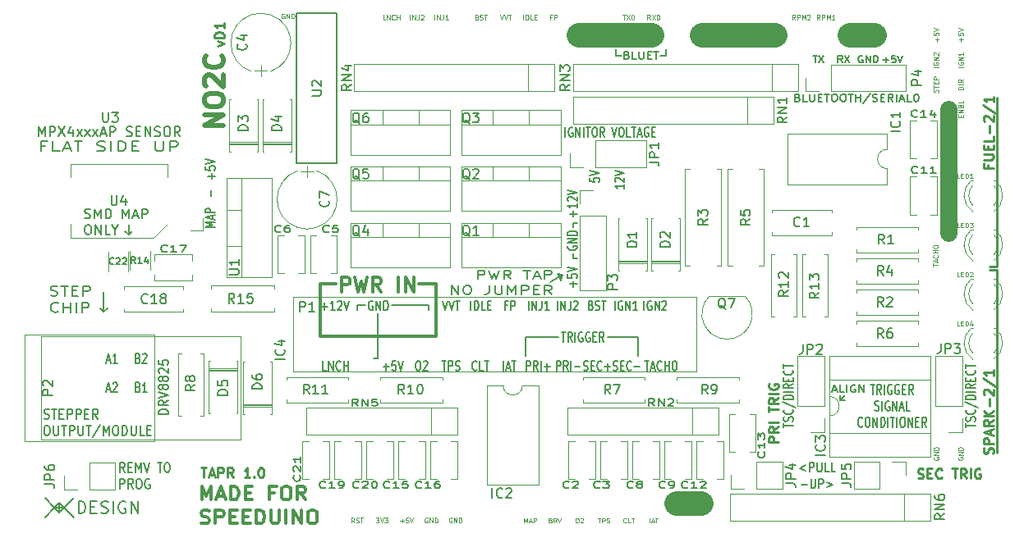
<source format=gbr>
G04 #@! TF.GenerationSoftware,KiCad,Pcbnew,(5.1.5)-3*
G04 #@! TF.CreationDate,2020-04-18T22:36:26-04:00*
G04 #@! TF.ProjectId,NO2C,4e4f3243-2e6b-4696-9361-645f70636258,vD1*
G04 #@! TF.SameCoordinates,Original*
G04 #@! TF.FileFunction,Legend,Top*
G04 #@! TF.FilePolarity,Positive*
%FSLAX46Y46*%
G04 Gerber Fmt 4.6, Leading zero omitted, Abs format (unit mm)*
G04 Created by KiCad (PCBNEW (5.1.5)-3) date 2020-04-18 22:36:26*
%MOMM*%
%LPD*%
G04 APERTURE LIST*
%ADD10C,0.150000*%
%ADD11C,0.187500*%
%ADD12C,0.125000*%
%ADD13C,0.200000*%
%ADD14C,1.800000*%
%ADD15C,0.250000*%
%ADD16C,2.500000*%
%ADD17C,0.300000*%
%ADD18C,0.500000*%
%ADD19C,0.350000*%
%ADD20C,0.120000*%
G04 APERTURE END LIST*
D10*
X126800000Y-100000000D02*
X126400000Y-100000000D01*
X126800000Y-95300000D02*
X126800000Y-100000000D01*
X124700000Y-94500000D02*
X124700000Y-95000000D01*
X125500000Y-94500000D02*
X124700000Y-94500000D01*
X132000000Y-94500000D02*
X132000000Y-95000000D01*
X128200000Y-94500000D02*
X132000000Y-94500000D01*
D11*
X126278571Y-94050000D02*
X126207142Y-94002380D01*
X126100000Y-94002380D01*
X125992857Y-94050000D01*
X125921428Y-94145238D01*
X125885714Y-94240476D01*
X125850000Y-94430952D01*
X125850000Y-94573809D01*
X125885714Y-94764285D01*
X125921428Y-94859523D01*
X125992857Y-94954761D01*
X126100000Y-95002380D01*
X126171428Y-95002380D01*
X126278571Y-94954761D01*
X126314285Y-94907142D01*
X126314285Y-94573809D01*
X126171428Y-94573809D01*
X126635714Y-95002380D02*
X126635714Y-94002380D01*
X127064285Y-95002380D01*
X127064285Y-94002380D01*
X127421428Y-95002380D02*
X127421428Y-94002380D01*
X127600000Y-94002380D01*
X127707142Y-94050000D01*
X127778571Y-94145238D01*
X127814285Y-94240476D01*
X127850000Y-94430952D01*
X127850000Y-94573809D01*
X127814285Y-94764285D01*
X127778571Y-94859523D01*
X127707142Y-94954761D01*
X127600000Y-95002380D01*
X127421428Y-95002380D01*
D10*
X146900000Y-89600000D02*
X146900000Y-89150000D01*
X146900000Y-89600000D02*
X147400000Y-89600000D01*
X146900000Y-86000000D02*
X147400000Y-86000000D01*
X146900000Y-86450000D02*
X146900000Y-86000000D01*
D11*
X146400000Y-88371428D02*
X146352380Y-88442857D01*
X146352380Y-88550000D01*
X146400000Y-88657142D01*
X146495238Y-88728571D01*
X146590476Y-88764285D01*
X146780952Y-88800000D01*
X146923809Y-88800000D01*
X147114285Y-88764285D01*
X147209523Y-88728571D01*
X147304761Y-88657142D01*
X147352380Y-88550000D01*
X147352380Y-88478571D01*
X147304761Y-88371428D01*
X147257142Y-88335714D01*
X146923809Y-88335714D01*
X146923809Y-88478571D01*
X147352380Y-88014285D02*
X146352380Y-88014285D01*
X147352380Y-87585714D01*
X146352380Y-87585714D01*
X147352380Y-87228571D02*
X146352380Y-87228571D01*
X146352380Y-87050000D01*
X146400000Y-86942857D01*
X146495238Y-86871428D01*
X146590476Y-86835714D01*
X146780952Y-86800000D01*
X146923809Y-86800000D01*
X147114285Y-86835714D01*
X147209523Y-86871428D01*
X147304761Y-86942857D01*
X147352380Y-87050000D01*
X147352380Y-87228571D01*
D10*
X145750000Y-91550000D02*
X145550000Y-91300000D01*
X145700000Y-91700000D02*
X145750000Y-91550000D01*
X145350000Y-91250000D02*
X145700000Y-91700000D01*
X145295557Y-91202806D02*
X145695557Y-91895626D01*
D11*
X100709970Y-111708630D02*
X100426636Y-111232440D01*
X100224255Y-111708630D02*
X100224255Y-110708630D01*
X100548065Y-110708630D01*
X100629017Y-110756250D01*
X100669494Y-110803869D01*
X100709970Y-110899107D01*
X100709970Y-111041964D01*
X100669494Y-111137202D01*
X100629017Y-111184821D01*
X100548065Y-111232440D01*
X100224255Y-111232440D01*
X101074255Y-111184821D02*
X101357589Y-111184821D01*
X101479017Y-111708630D02*
X101074255Y-111708630D01*
X101074255Y-110708630D01*
X101479017Y-110708630D01*
X101843303Y-111708630D02*
X101843303Y-110708630D01*
X102126636Y-111422916D01*
X102409970Y-110708630D01*
X102409970Y-111708630D01*
X102693303Y-110708630D02*
X102976636Y-111708630D01*
X103259970Y-110708630D01*
X104069494Y-110708630D02*
X104555208Y-110708630D01*
X104312351Y-111708630D02*
X104312351Y-110708630D01*
X105000446Y-110708630D02*
X105162351Y-110708630D01*
X105243303Y-110756250D01*
X105324255Y-110851488D01*
X105364732Y-111041964D01*
X105364732Y-111375297D01*
X105324255Y-111565773D01*
X105243303Y-111661011D01*
X105162351Y-111708630D01*
X105000446Y-111708630D01*
X104919494Y-111661011D01*
X104838541Y-111565773D01*
X104798065Y-111375297D01*
X104798065Y-111041964D01*
X104838541Y-110851488D01*
X104919494Y-110756250D01*
X105000446Y-110708630D01*
X100224255Y-113396130D02*
X100224255Y-112396130D01*
X100548065Y-112396130D01*
X100629017Y-112443750D01*
X100669494Y-112491369D01*
X100709970Y-112586607D01*
X100709970Y-112729464D01*
X100669494Y-112824702D01*
X100629017Y-112872321D01*
X100548065Y-112919940D01*
X100224255Y-112919940D01*
X101559970Y-113396130D02*
X101276636Y-112919940D01*
X101074255Y-113396130D02*
X101074255Y-112396130D01*
X101398065Y-112396130D01*
X101479017Y-112443750D01*
X101519494Y-112491369D01*
X101559970Y-112586607D01*
X101559970Y-112729464D01*
X101519494Y-112824702D01*
X101479017Y-112872321D01*
X101398065Y-112919940D01*
X101074255Y-112919940D01*
X102086160Y-112396130D02*
X102248065Y-112396130D01*
X102329017Y-112443750D01*
X102409970Y-112538988D01*
X102450446Y-112729464D01*
X102450446Y-113062797D01*
X102409970Y-113253273D01*
X102329017Y-113348511D01*
X102248065Y-113396130D01*
X102086160Y-113396130D01*
X102005208Y-113348511D01*
X101924255Y-113253273D01*
X101883779Y-113062797D01*
X101883779Y-112729464D01*
X101924255Y-112538988D01*
X102005208Y-112443750D01*
X102086160Y-112396130D01*
X103259970Y-112443750D02*
X103179017Y-112396130D01*
X103057589Y-112396130D01*
X102936160Y-112443750D01*
X102855208Y-112538988D01*
X102814732Y-112634226D01*
X102774255Y-112824702D01*
X102774255Y-112967559D01*
X102814732Y-113158035D01*
X102855208Y-113253273D01*
X102936160Y-113348511D01*
X103057589Y-113396130D01*
X103138541Y-113396130D01*
X103259970Y-113348511D01*
X103300446Y-113300892D01*
X103300446Y-112967559D01*
X103138541Y-112967559D01*
D10*
X151320500Y-68707000D02*
X151320500Y-68008500D01*
X151955500Y-68707000D02*
X151320500Y-68707000D01*
X156527500Y-68707000D02*
X156527500Y-68008500D01*
X155892500Y-68707000D02*
X156527500Y-68707000D01*
D11*
X152487095Y-68653428D02*
X152608523Y-68689142D01*
X152649000Y-68724857D01*
X152689476Y-68796285D01*
X152689476Y-68903428D01*
X152649000Y-68974857D01*
X152608523Y-69010571D01*
X152527571Y-69046285D01*
X152203761Y-69046285D01*
X152203761Y-68296285D01*
X152487095Y-68296285D01*
X152568047Y-68332000D01*
X152608523Y-68367714D01*
X152649000Y-68439142D01*
X152649000Y-68510571D01*
X152608523Y-68582000D01*
X152568047Y-68617714D01*
X152487095Y-68653428D01*
X152203761Y-68653428D01*
X153458523Y-69046285D02*
X153053761Y-69046285D01*
X153053761Y-68296285D01*
X153741857Y-68296285D02*
X153741857Y-68903428D01*
X153782333Y-68974857D01*
X153822809Y-69010571D01*
X153903761Y-69046285D01*
X154065666Y-69046285D01*
X154146619Y-69010571D01*
X154187095Y-68974857D01*
X154227571Y-68903428D01*
X154227571Y-68296285D01*
X154632333Y-68653428D02*
X154915666Y-68653428D01*
X155037095Y-69046285D02*
X154632333Y-69046285D01*
X154632333Y-68296285D01*
X155037095Y-68296285D01*
X155279952Y-68296285D02*
X155765666Y-68296285D01*
X155522809Y-69046285D02*
X155522809Y-68296285D01*
D10*
X142049500Y-97790000D02*
X142049500Y-99695000D01*
X145415000Y-97790000D02*
X142049500Y-97790000D01*
X153670000Y-97790000D02*
X153670000Y-99695000D01*
X150495000Y-97790000D02*
X153670000Y-97790000D01*
D11*
X145722857Y-97242380D02*
X146151428Y-97242380D01*
X145937142Y-98242380D02*
X145937142Y-97242380D01*
X146830000Y-98242380D02*
X146580000Y-97766190D01*
X146401428Y-98242380D02*
X146401428Y-97242380D01*
X146687142Y-97242380D01*
X146758571Y-97290000D01*
X146794285Y-97337619D01*
X146830000Y-97432857D01*
X146830000Y-97575714D01*
X146794285Y-97670952D01*
X146758571Y-97718571D01*
X146687142Y-97766190D01*
X146401428Y-97766190D01*
X147151428Y-98242380D02*
X147151428Y-97242380D01*
X147901428Y-97290000D02*
X147830000Y-97242380D01*
X147722857Y-97242380D01*
X147615714Y-97290000D01*
X147544285Y-97385238D01*
X147508571Y-97480476D01*
X147472857Y-97670952D01*
X147472857Y-97813809D01*
X147508571Y-98004285D01*
X147544285Y-98099523D01*
X147615714Y-98194761D01*
X147722857Y-98242380D01*
X147794285Y-98242380D01*
X147901428Y-98194761D01*
X147937142Y-98147142D01*
X147937142Y-97813809D01*
X147794285Y-97813809D01*
X148651428Y-97290000D02*
X148580000Y-97242380D01*
X148472857Y-97242380D01*
X148365714Y-97290000D01*
X148294285Y-97385238D01*
X148258571Y-97480476D01*
X148222857Y-97670952D01*
X148222857Y-97813809D01*
X148258571Y-98004285D01*
X148294285Y-98099523D01*
X148365714Y-98194761D01*
X148472857Y-98242380D01*
X148544285Y-98242380D01*
X148651428Y-98194761D01*
X148687142Y-98147142D01*
X148687142Y-97813809D01*
X148544285Y-97813809D01*
X149008571Y-97718571D02*
X149258571Y-97718571D01*
X149365714Y-98242380D02*
X149008571Y-98242380D01*
X149008571Y-97242380D01*
X149365714Y-97242380D01*
X150115714Y-98242380D02*
X149865714Y-97766190D01*
X149687142Y-98242380D02*
X149687142Y-97242380D01*
X149972857Y-97242380D01*
X150044285Y-97290000D01*
X150080000Y-97337619D01*
X150115714Y-97432857D01*
X150115714Y-97575714D01*
X150080000Y-97670952D01*
X150044285Y-97718571D01*
X149972857Y-97766190D01*
X149687142Y-97766190D01*
D12*
X154872571Y-64996190D02*
X154705904Y-64758095D01*
X154586857Y-64996190D02*
X154586857Y-64496190D01*
X154777333Y-64496190D01*
X154824952Y-64520000D01*
X154848761Y-64543809D01*
X154872571Y-64591428D01*
X154872571Y-64662857D01*
X154848761Y-64710476D01*
X154824952Y-64734285D01*
X154777333Y-64758095D01*
X154586857Y-64758095D01*
X155039238Y-64496190D02*
X155372571Y-64996190D01*
X155372571Y-64496190D02*
X155039238Y-64996190D01*
X155658285Y-64496190D02*
X155705904Y-64496190D01*
X155753523Y-64520000D01*
X155777333Y-64543809D01*
X155801142Y-64591428D01*
X155824952Y-64686666D01*
X155824952Y-64805714D01*
X155801142Y-64900952D01*
X155777333Y-64948571D01*
X155753523Y-64972380D01*
X155705904Y-64996190D01*
X155658285Y-64996190D01*
X155610666Y-64972380D01*
X155586857Y-64948571D01*
X155563047Y-64900952D01*
X155539238Y-64805714D01*
X155539238Y-64686666D01*
X155563047Y-64591428D01*
X155586857Y-64543809D01*
X155610666Y-64520000D01*
X155658285Y-64496190D01*
X152034952Y-64496190D02*
X152320666Y-64496190D01*
X152177809Y-64996190D02*
X152177809Y-64496190D01*
X152439714Y-64496190D02*
X152773047Y-64996190D01*
X152773047Y-64496190D02*
X152439714Y-64996190D01*
X153058761Y-64496190D02*
X153106380Y-64496190D01*
X153154000Y-64520000D01*
X153177809Y-64543809D01*
X153201619Y-64591428D01*
X153225428Y-64686666D01*
X153225428Y-64805714D01*
X153201619Y-64900952D01*
X153177809Y-64948571D01*
X153154000Y-64972380D01*
X153106380Y-64996190D01*
X153058761Y-64996190D01*
X153011142Y-64972380D01*
X152987333Y-64948571D01*
X152963523Y-64900952D01*
X152939714Y-64805714D01*
X152939714Y-64686666D01*
X152963523Y-64591428D01*
X152987333Y-64543809D01*
X153011142Y-64520000D01*
X153058761Y-64496190D01*
D10*
X98552000Y-95180118D02*
X98552000Y-93091000D01*
X98552000Y-95180118D02*
X98192790Y-94820908D01*
X98552000Y-95180118D02*
X98911210Y-94820908D01*
D11*
X105202380Y-105708839D02*
X104202380Y-105708839D01*
X104202380Y-105494553D01*
X104250000Y-105365982D01*
X104345238Y-105280267D01*
X104440476Y-105237410D01*
X104630952Y-105194553D01*
X104773809Y-105194553D01*
X104964285Y-105237410D01*
X105059523Y-105280267D01*
X105154761Y-105365982D01*
X105202380Y-105494553D01*
X105202380Y-105708839D01*
X105202380Y-104294553D02*
X104726190Y-104594553D01*
X105202380Y-104808839D02*
X104202380Y-104808839D01*
X104202380Y-104465982D01*
X104250000Y-104380267D01*
X104297619Y-104337410D01*
X104392857Y-104294553D01*
X104535714Y-104294553D01*
X104630952Y-104337410D01*
X104678571Y-104380267D01*
X104726190Y-104465982D01*
X104726190Y-104808839D01*
X104202380Y-104037410D02*
X105202380Y-103737410D01*
X104202380Y-103437410D01*
X104630952Y-103008839D02*
X104583333Y-103094553D01*
X104535714Y-103137410D01*
X104440476Y-103180267D01*
X104392857Y-103180267D01*
X104297619Y-103137410D01*
X104250000Y-103094553D01*
X104202380Y-103008839D01*
X104202380Y-102837410D01*
X104250000Y-102751696D01*
X104297619Y-102708839D01*
X104392857Y-102665982D01*
X104440476Y-102665982D01*
X104535714Y-102708839D01*
X104583333Y-102751696D01*
X104630952Y-102837410D01*
X104630952Y-103008839D01*
X104678571Y-103094553D01*
X104726190Y-103137410D01*
X104821428Y-103180267D01*
X105011904Y-103180267D01*
X105107142Y-103137410D01*
X105154761Y-103094553D01*
X105202380Y-103008839D01*
X105202380Y-102837410D01*
X105154761Y-102751696D01*
X105107142Y-102708839D01*
X105011904Y-102665982D01*
X104821428Y-102665982D01*
X104726190Y-102708839D01*
X104678571Y-102751696D01*
X104630952Y-102837410D01*
X104630952Y-102151696D02*
X104583333Y-102237410D01*
X104535714Y-102280267D01*
X104440476Y-102323125D01*
X104392857Y-102323125D01*
X104297619Y-102280267D01*
X104250000Y-102237410D01*
X104202380Y-102151696D01*
X104202380Y-101980267D01*
X104250000Y-101894553D01*
X104297619Y-101851696D01*
X104392857Y-101808839D01*
X104440476Y-101808839D01*
X104535714Y-101851696D01*
X104583333Y-101894553D01*
X104630952Y-101980267D01*
X104630952Y-102151696D01*
X104678571Y-102237410D01*
X104726190Y-102280267D01*
X104821428Y-102323125D01*
X105011904Y-102323125D01*
X105107142Y-102280267D01*
X105154761Y-102237410D01*
X105202380Y-102151696D01*
X105202380Y-101980267D01*
X105154761Y-101894553D01*
X105107142Y-101851696D01*
X105011904Y-101808839D01*
X104821428Y-101808839D01*
X104726190Y-101851696D01*
X104678571Y-101894553D01*
X104630952Y-101980267D01*
X104297619Y-101465982D02*
X104250000Y-101423125D01*
X104202380Y-101337410D01*
X104202380Y-101123125D01*
X104250000Y-101037410D01*
X104297619Y-100994553D01*
X104392857Y-100951696D01*
X104488095Y-100951696D01*
X104630952Y-100994553D01*
X105202380Y-101508839D01*
X105202380Y-100951696D01*
X104202380Y-100137410D02*
X104202380Y-100565982D01*
X104678571Y-100608839D01*
X104630952Y-100565982D01*
X104583333Y-100480267D01*
X104583333Y-100265982D01*
X104630952Y-100180267D01*
X104678571Y-100137410D01*
X104773809Y-100094553D01*
X105011904Y-100094553D01*
X105107142Y-100137410D01*
X105154761Y-100180267D01*
X105202380Y-100265982D01*
X105202380Y-100480267D01*
X105154761Y-100565982D01*
X105107142Y-100608839D01*
D13*
X92540476Y-78033571D02*
X92057142Y-78033571D01*
X92057142Y-78557380D02*
X92057142Y-77557380D01*
X92747619Y-77557380D01*
X93990476Y-78557380D02*
X93300000Y-78557380D01*
X93300000Y-77557380D01*
X94404761Y-78271666D02*
X95095238Y-78271666D01*
X94266666Y-78557380D02*
X94750000Y-77557380D01*
X95233333Y-78557380D01*
X95509523Y-77557380D02*
X96338095Y-77557380D01*
X95923809Y-78557380D02*
X95923809Y-77557380D01*
X97857142Y-78509761D02*
X98064285Y-78557380D01*
X98409523Y-78557380D01*
X98547619Y-78509761D01*
X98616666Y-78462142D01*
X98685714Y-78366904D01*
X98685714Y-78271666D01*
X98616666Y-78176428D01*
X98547619Y-78128809D01*
X98409523Y-78081190D01*
X98133333Y-78033571D01*
X97995238Y-77985952D01*
X97926190Y-77938333D01*
X97857142Y-77843095D01*
X97857142Y-77747857D01*
X97926190Y-77652619D01*
X97995238Y-77605000D01*
X98133333Y-77557380D01*
X98478571Y-77557380D01*
X98685714Y-77605000D01*
X99307142Y-78557380D02*
X99307142Y-77557380D01*
X99997619Y-78557380D02*
X99997619Y-77557380D01*
X100342857Y-77557380D01*
X100550000Y-77605000D01*
X100688095Y-77700238D01*
X100757142Y-77795476D01*
X100826190Y-77985952D01*
X100826190Y-78128809D01*
X100757142Y-78319285D01*
X100688095Y-78414523D01*
X100550000Y-78509761D01*
X100342857Y-78557380D01*
X99997619Y-78557380D01*
X101447619Y-78033571D02*
X101930952Y-78033571D01*
X102138095Y-78557380D02*
X101447619Y-78557380D01*
X101447619Y-77557380D01*
X102138095Y-77557380D01*
X103864285Y-77557380D02*
X103864285Y-78366904D01*
X103933333Y-78462142D01*
X104002380Y-78509761D01*
X104140476Y-78557380D01*
X104416666Y-78557380D01*
X104554761Y-78509761D01*
X104623809Y-78462142D01*
X104692857Y-78366904D01*
X104692857Y-77557380D01*
X105383333Y-78557380D02*
X105383333Y-77557380D01*
X105935714Y-77557380D01*
X106073809Y-77605000D01*
X106142857Y-77652619D01*
X106211904Y-77747857D01*
X106211904Y-77890714D01*
X106142857Y-77985952D01*
X106073809Y-78033571D01*
X105935714Y-78081190D01*
X105383333Y-78081190D01*
D11*
X173704452Y-103249000D02*
X174109214Y-103249000D01*
X173623500Y-103463285D02*
X173906833Y-102713285D01*
X174190166Y-103463285D01*
X174878261Y-103463285D02*
X174473500Y-103463285D01*
X174473500Y-102713285D01*
X175161595Y-103463285D02*
X175161595Y-102713285D01*
X176011595Y-102749000D02*
X175930642Y-102713285D01*
X175809214Y-102713285D01*
X175687785Y-102749000D01*
X175606833Y-102820428D01*
X175566357Y-102891857D01*
X175525880Y-103034714D01*
X175525880Y-103141857D01*
X175566357Y-103284714D01*
X175606833Y-103356142D01*
X175687785Y-103427571D01*
X175809214Y-103463285D01*
X175890166Y-103463285D01*
X176011595Y-103427571D01*
X176052071Y-103391857D01*
X176052071Y-103141857D01*
X175890166Y-103141857D01*
X176416357Y-103463285D02*
X176416357Y-102713285D01*
X176902071Y-103463285D01*
X176902071Y-102713285D01*
D10*
X174498000Y-104267000D02*
X175006000Y-104267000D01*
X174498000Y-104267000D02*
X175006000Y-103759000D01*
X174498000Y-104267000D02*
X174498000Y-103759000D01*
D11*
X177599857Y-102666880D02*
X178028428Y-102666880D01*
X177814142Y-103666880D02*
X177814142Y-102666880D01*
X178707000Y-103666880D02*
X178457000Y-103190690D01*
X178278428Y-103666880D02*
X178278428Y-102666880D01*
X178564142Y-102666880D01*
X178635571Y-102714500D01*
X178671285Y-102762119D01*
X178707000Y-102857357D01*
X178707000Y-103000214D01*
X178671285Y-103095452D01*
X178635571Y-103143071D01*
X178564142Y-103190690D01*
X178278428Y-103190690D01*
X179028428Y-103666880D02*
X179028428Y-102666880D01*
X179778428Y-102714500D02*
X179707000Y-102666880D01*
X179599857Y-102666880D01*
X179492714Y-102714500D01*
X179421285Y-102809738D01*
X179385571Y-102904976D01*
X179349857Y-103095452D01*
X179349857Y-103238309D01*
X179385571Y-103428785D01*
X179421285Y-103524023D01*
X179492714Y-103619261D01*
X179599857Y-103666880D01*
X179671285Y-103666880D01*
X179778428Y-103619261D01*
X179814142Y-103571642D01*
X179814142Y-103238309D01*
X179671285Y-103238309D01*
X180528428Y-102714500D02*
X180457000Y-102666880D01*
X180349857Y-102666880D01*
X180242714Y-102714500D01*
X180171285Y-102809738D01*
X180135571Y-102904976D01*
X180099857Y-103095452D01*
X180099857Y-103238309D01*
X180135571Y-103428785D01*
X180171285Y-103524023D01*
X180242714Y-103619261D01*
X180349857Y-103666880D01*
X180421285Y-103666880D01*
X180528428Y-103619261D01*
X180564142Y-103571642D01*
X180564142Y-103238309D01*
X180421285Y-103238309D01*
X180885571Y-103143071D02*
X181135571Y-103143071D01*
X181242714Y-103666880D02*
X180885571Y-103666880D01*
X180885571Y-102666880D01*
X181242714Y-102666880D01*
X181992714Y-103666880D02*
X181742714Y-103190690D01*
X181564142Y-103666880D02*
X181564142Y-102666880D01*
X181849857Y-102666880D01*
X181921285Y-102714500D01*
X181957000Y-102762119D01*
X181992714Y-102857357D01*
X181992714Y-103000214D01*
X181957000Y-103095452D01*
X181921285Y-103143071D01*
X181849857Y-103190690D01*
X181564142Y-103190690D01*
X178046285Y-105306761D02*
X178153428Y-105354380D01*
X178332000Y-105354380D01*
X178403428Y-105306761D01*
X178439142Y-105259142D01*
X178474857Y-105163904D01*
X178474857Y-105068666D01*
X178439142Y-104973428D01*
X178403428Y-104925809D01*
X178332000Y-104878190D01*
X178189142Y-104830571D01*
X178117714Y-104782952D01*
X178082000Y-104735333D01*
X178046285Y-104640095D01*
X178046285Y-104544857D01*
X178082000Y-104449619D01*
X178117714Y-104402000D01*
X178189142Y-104354380D01*
X178367714Y-104354380D01*
X178474857Y-104402000D01*
X178796285Y-105354380D02*
X178796285Y-104354380D01*
X179546285Y-104402000D02*
X179474857Y-104354380D01*
X179367714Y-104354380D01*
X179260571Y-104402000D01*
X179189142Y-104497238D01*
X179153428Y-104592476D01*
X179117714Y-104782952D01*
X179117714Y-104925809D01*
X179153428Y-105116285D01*
X179189142Y-105211523D01*
X179260571Y-105306761D01*
X179367714Y-105354380D01*
X179439142Y-105354380D01*
X179546285Y-105306761D01*
X179582000Y-105259142D01*
X179582000Y-104925809D01*
X179439142Y-104925809D01*
X179903428Y-105354380D02*
X179903428Y-104354380D01*
X180332000Y-105354380D01*
X180332000Y-104354380D01*
X180653428Y-105068666D02*
X181010571Y-105068666D01*
X180582000Y-105354380D02*
X180832000Y-104354380D01*
X181082000Y-105354380D01*
X181689142Y-105354380D02*
X181332000Y-105354380D01*
X181332000Y-104354380D01*
X176760571Y-106946642D02*
X176724857Y-106994261D01*
X176617714Y-107041880D01*
X176546285Y-107041880D01*
X176439142Y-106994261D01*
X176367714Y-106899023D01*
X176332000Y-106803785D01*
X176296285Y-106613309D01*
X176296285Y-106470452D01*
X176332000Y-106279976D01*
X176367714Y-106184738D01*
X176439142Y-106089500D01*
X176546285Y-106041880D01*
X176617714Y-106041880D01*
X176724857Y-106089500D01*
X176760571Y-106137119D01*
X177224857Y-106041880D02*
X177367714Y-106041880D01*
X177439142Y-106089500D01*
X177510571Y-106184738D01*
X177546285Y-106375214D01*
X177546285Y-106708547D01*
X177510571Y-106899023D01*
X177439142Y-106994261D01*
X177367714Y-107041880D01*
X177224857Y-107041880D01*
X177153428Y-106994261D01*
X177082000Y-106899023D01*
X177046285Y-106708547D01*
X177046285Y-106375214D01*
X177082000Y-106184738D01*
X177153428Y-106089500D01*
X177224857Y-106041880D01*
X177867714Y-107041880D02*
X177867714Y-106041880D01*
X178296285Y-107041880D01*
X178296285Y-106041880D01*
X178653428Y-107041880D02*
X178653428Y-106041880D01*
X178832000Y-106041880D01*
X178939142Y-106089500D01*
X179010571Y-106184738D01*
X179046285Y-106279976D01*
X179082000Y-106470452D01*
X179082000Y-106613309D01*
X179046285Y-106803785D01*
X179010571Y-106899023D01*
X178939142Y-106994261D01*
X178832000Y-107041880D01*
X178653428Y-107041880D01*
X179403428Y-107041880D02*
X179403428Y-106041880D01*
X179653428Y-106041880D02*
X180082000Y-106041880D01*
X179867714Y-107041880D02*
X179867714Y-106041880D01*
X180332000Y-107041880D02*
X180332000Y-106041880D01*
X180832000Y-106041880D02*
X180974857Y-106041880D01*
X181046285Y-106089500D01*
X181117714Y-106184738D01*
X181153428Y-106375214D01*
X181153428Y-106708547D01*
X181117714Y-106899023D01*
X181046285Y-106994261D01*
X180974857Y-107041880D01*
X180832000Y-107041880D01*
X180760571Y-106994261D01*
X180689142Y-106899023D01*
X180653428Y-106708547D01*
X180653428Y-106375214D01*
X180689142Y-106184738D01*
X180760571Y-106089500D01*
X180832000Y-106041880D01*
X181474857Y-107041880D02*
X181474857Y-106041880D01*
X181903428Y-107041880D01*
X181903428Y-106041880D01*
X182260571Y-106518071D02*
X182510571Y-106518071D01*
X182617714Y-107041880D02*
X182260571Y-107041880D01*
X182260571Y-106041880D01*
X182617714Y-106041880D01*
X183367714Y-107041880D02*
X183117714Y-106565690D01*
X182939142Y-107041880D02*
X182939142Y-106041880D01*
X183224857Y-106041880D01*
X183296285Y-106089500D01*
X183332000Y-106137119D01*
X183367714Y-106232357D01*
X183367714Y-106375214D01*
X183332000Y-106470452D01*
X183296285Y-106518071D01*
X183224857Y-106565690D01*
X182939142Y-106565690D01*
X170077571Y-73034928D02*
X170199000Y-73070642D01*
X170239476Y-73106357D01*
X170279952Y-73177785D01*
X170279952Y-73284928D01*
X170239476Y-73356357D01*
X170199000Y-73392071D01*
X170118047Y-73427785D01*
X169794238Y-73427785D01*
X169794238Y-72677785D01*
X170077571Y-72677785D01*
X170158523Y-72713500D01*
X170199000Y-72749214D01*
X170239476Y-72820642D01*
X170239476Y-72892071D01*
X170199000Y-72963500D01*
X170158523Y-72999214D01*
X170077571Y-73034928D01*
X169794238Y-73034928D01*
X171049000Y-73427785D02*
X170644238Y-73427785D01*
X170644238Y-72677785D01*
X171332333Y-72677785D02*
X171332333Y-73284928D01*
X171372809Y-73356357D01*
X171413285Y-73392071D01*
X171494238Y-73427785D01*
X171656142Y-73427785D01*
X171737095Y-73392071D01*
X171777571Y-73356357D01*
X171818047Y-73284928D01*
X171818047Y-72677785D01*
X172222809Y-73034928D02*
X172506142Y-73034928D01*
X172627571Y-73427785D02*
X172222809Y-73427785D01*
X172222809Y-72677785D01*
X172627571Y-72677785D01*
X172870428Y-72677785D02*
X173356142Y-72677785D01*
X173113285Y-73427785D02*
X173113285Y-72677785D01*
X173801380Y-72677785D02*
X173963285Y-72677785D01*
X174044238Y-72713500D01*
X174125190Y-72784928D01*
X174165666Y-72927785D01*
X174165666Y-73177785D01*
X174125190Y-73320642D01*
X174044238Y-73392071D01*
X173963285Y-73427785D01*
X173801380Y-73427785D01*
X173720428Y-73392071D01*
X173639476Y-73320642D01*
X173599000Y-73177785D01*
X173599000Y-72927785D01*
X173639476Y-72784928D01*
X173720428Y-72713500D01*
X173801380Y-72677785D01*
X174691857Y-72677785D02*
X174853761Y-72677785D01*
X174934714Y-72713500D01*
X175015666Y-72784928D01*
X175056142Y-72927785D01*
X175056142Y-73177785D01*
X175015666Y-73320642D01*
X174934714Y-73392071D01*
X174853761Y-73427785D01*
X174691857Y-73427785D01*
X174610904Y-73392071D01*
X174529952Y-73320642D01*
X174489476Y-73177785D01*
X174489476Y-72927785D01*
X174529952Y-72784928D01*
X174610904Y-72713500D01*
X174691857Y-72677785D01*
X175299000Y-72677785D02*
X175784714Y-72677785D01*
X175541857Y-73427785D02*
X175541857Y-72677785D01*
X176068047Y-73427785D02*
X176068047Y-72677785D01*
X176068047Y-73034928D02*
X176553761Y-73034928D01*
X176553761Y-73427785D02*
X176553761Y-72677785D01*
X177565666Y-72642071D02*
X176837095Y-73606357D01*
X177808523Y-73392071D02*
X177929952Y-73427785D01*
X178132333Y-73427785D01*
X178213285Y-73392071D01*
X178253761Y-73356357D01*
X178294238Y-73284928D01*
X178294238Y-73213500D01*
X178253761Y-73142071D01*
X178213285Y-73106357D01*
X178132333Y-73070642D01*
X177970428Y-73034928D01*
X177889476Y-72999214D01*
X177849000Y-72963500D01*
X177808523Y-72892071D01*
X177808523Y-72820642D01*
X177849000Y-72749214D01*
X177889476Y-72713500D01*
X177970428Y-72677785D01*
X178172809Y-72677785D01*
X178294238Y-72713500D01*
X178658523Y-73034928D02*
X178941857Y-73034928D01*
X179063285Y-73427785D02*
X178658523Y-73427785D01*
X178658523Y-72677785D01*
X179063285Y-72677785D01*
X179913285Y-73427785D02*
X179629952Y-73070642D01*
X179427571Y-73427785D02*
X179427571Y-72677785D01*
X179751380Y-72677785D01*
X179832333Y-72713500D01*
X179872809Y-72749214D01*
X179913285Y-72820642D01*
X179913285Y-72927785D01*
X179872809Y-72999214D01*
X179832333Y-73034928D01*
X179751380Y-73070642D01*
X179427571Y-73070642D01*
X180277571Y-73427785D02*
X180277571Y-72677785D01*
X180641857Y-73213500D02*
X181046619Y-73213500D01*
X180560904Y-73427785D02*
X180844238Y-72677785D01*
X181127571Y-73427785D01*
X181815666Y-73427785D02*
X181410904Y-73427785D01*
X181410904Y-72677785D01*
X182260904Y-72677785D02*
X182341857Y-72677785D01*
X182422809Y-72713500D01*
X182463285Y-72749214D01*
X182503761Y-72820642D01*
X182544238Y-72963500D01*
X182544238Y-73142071D01*
X182503761Y-73284928D01*
X182463285Y-73356357D01*
X182422809Y-73392071D01*
X182341857Y-73427785D01*
X182260904Y-73427785D01*
X182179952Y-73392071D01*
X182139476Y-73356357D01*
X182099000Y-73284928D01*
X182058523Y-73142071D01*
X182058523Y-72963500D01*
X182099000Y-72820642D01*
X182139476Y-72749214D01*
X182179952Y-72713500D01*
X182260904Y-72677785D01*
X171678571Y-68689285D02*
X172107142Y-68689285D01*
X171892857Y-69439285D02*
X171892857Y-68689285D01*
X172285714Y-68689285D02*
X172785714Y-69439285D01*
X172785714Y-68689285D02*
X172285714Y-69439285D01*
X174675000Y-69439285D02*
X174425000Y-69082142D01*
X174246428Y-69439285D02*
X174246428Y-68689285D01*
X174532142Y-68689285D01*
X174603571Y-68725000D01*
X174639285Y-68760714D01*
X174675000Y-68832142D01*
X174675000Y-68939285D01*
X174639285Y-69010714D01*
X174603571Y-69046428D01*
X174532142Y-69082142D01*
X174246428Y-69082142D01*
X174925000Y-68689285D02*
X175425000Y-69439285D01*
X175425000Y-68689285D02*
X174925000Y-69439285D01*
X176778571Y-68725000D02*
X176707142Y-68689285D01*
X176600000Y-68689285D01*
X176492857Y-68725000D01*
X176421428Y-68796428D01*
X176385714Y-68867857D01*
X176350000Y-69010714D01*
X176350000Y-69117857D01*
X176385714Y-69260714D01*
X176421428Y-69332142D01*
X176492857Y-69403571D01*
X176600000Y-69439285D01*
X176671428Y-69439285D01*
X176778571Y-69403571D01*
X176814285Y-69367857D01*
X176814285Y-69117857D01*
X176671428Y-69117857D01*
X177135714Y-69439285D02*
X177135714Y-68689285D01*
X177564285Y-69439285D01*
X177564285Y-68689285D01*
X177921428Y-69439285D02*
X177921428Y-68689285D01*
X178100000Y-68689285D01*
X178207142Y-68725000D01*
X178278571Y-68796428D01*
X178314285Y-68867857D01*
X178350000Y-69010714D01*
X178350000Y-69117857D01*
X178314285Y-69260714D01*
X178278571Y-69332142D01*
X178207142Y-69403571D01*
X178100000Y-69439285D01*
X177921428Y-69439285D01*
X178885714Y-69153571D02*
X179457142Y-69153571D01*
X179171428Y-69439285D02*
X179171428Y-68867857D01*
X180171428Y-68689285D02*
X179814285Y-68689285D01*
X179778571Y-69046428D01*
X179814285Y-69010714D01*
X179885714Y-68975000D01*
X180064285Y-68975000D01*
X180135714Y-69010714D01*
X180171428Y-69046428D01*
X180207142Y-69117857D01*
X180207142Y-69296428D01*
X180171428Y-69367857D01*
X180135714Y-69403571D01*
X180064285Y-69439285D01*
X179885714Y-69439285D01*
X179814285Y-69403571D01*
X179778571Y-69367857D01*
X180421428Y-68689285D02*
X180671428Y-69439285D01*
X180921428Y-68689285D01*
D14*
X185600000Y-87000000D02*
X185600000Y-74200000D01*
D10*
X145841968Y-91349216D02*
X145295557Y-91202806D01*
X145841968Y-91349216D02*
X145695557Y-91895626D01*
X144550000Y-92100000D02*
X145841968Y-91349216D01*
D13*
X137112857Y-91782142D02*
X137112857Y-90882142D01*
X137589047Y-90882142D01*
X137708095Y-90925000D01*
X137767619Y-90967857D01*
X137827142Y-91053571D01*
X137827142Y-91182142D01*
X137767619Y-91267857D01*
X137708095Y-91310714D01*
X137589047Y-91353571D01*
X137112857Y-91353571D01*
X138243809Y-90882142D02*
X138541428Y-91782142D01*
X138779523Y-91139285D01*
X139017619Y-91782142D01*
X139315238Y-90882142D01*
X140505714Y-91782142D02*
X140089047Y-91353571D01*
X139791428Y-91782142D02*
X139791428Y-90882142D01*
X140267619Y-90882142D01*
X140386666Y-90925000D01*
X140446190Y-90967857D01*
X140505714Y-91053571D01*
X140505714Y-91182142D01*
X140446190Y-91267857D01*
X140386666Y-91310714D01*
X140267619Y-91353571D01*
X139791428Y-91353571D01*
X141815238Y-90882142D02*
X142529523Y-90882142D01*
X142172380Y-91782142D02*
X142172380Y-90882142D01*
X142886666Y-91525000D02*
X143481904Y-91525000D01*
X142767619Y-91782142D02*
X143184285Y-90882142D01*
X143600952Y-91782142D01*
X144017619Y-91782142D02*
X144017619Y-90882142D01*
X144493809Y-90882142D01*
X144612857Y-90925000D01*
X144672380Y-90967857D01*
X144731904Y-91053571D01*
X144731904Y-91182142D01*
X144672380Y-91267857D01*
X144612857Y-91310714D01*
X144493809Y-91353571D01*
X144017619Y-91353571D01*
X134374761Y-93332142D02*
X134374761Y-92432142D01*
X135089047Y-93332142D01*
X135089047Y-92432142D01*
X135922380Y-92432142D02*
X136160476Y-92432142D01*
X136279523Y-92475000D01*
X136398571Y-92560714D01*
X136458095Y-92732142D01*
X136458095Y-93032142D01*
X136398571Y-93203571D01*
X136279523Y-93289285D01*
X136160476Y-93332142D01*
X135922380Y-93332142D01*
X135803333Y-93289285D01*
X135684285Y-93203571D01*
X135624761Y-93032142D01*
X135624761Y-92732142D01*
X135684285Y-92560714D01*
X135803333Y-92475000D01*
X135922380Y-92432142D01*
X138303333Y-92432142D02*
X138303333Y-93075000D01*
X138243809Y-93203571D01*
X138124761Y-93289285D01*
X137946190Y-93332142D01*
X137827142Y-93332142D01*
X138898571Y-92432142D02*
X138898571Y-93160714D01*
X138958095Y-93246428D01*
X139017619Y-93289285D01*
X139136666Y-93332142D01*
X139374761Y-93332142D01*
X139493809Y-93289285D01*
X139553333Y-93246428D01*
X139612857Y-93160714D01*
X139612857Y-92432142D01*
X140208095Y-93332142D02*
X140208095Y-92432142D01*
X140624761Y-93075000D01*
X141041428Y-92432142D01*
X141041428Y-93332142D01*
X141636666Y-93332142D02*
X141636666Y-92432142D01*
X142112857Y-92432142D01*
X142231904Y-92475000D01*
X142291428Y-92517857D01*
X142350952Y-92603571D01*
X142350952Y-92732142D01*
X142291428Y-92817857D01*
X142231904Y-92860714D01*
X142112857Y-92903571D01*
X141636666Y-92903571D01*
X142886666Y-92860714D02*
X143303333Y-92860714D01*
X143481904Y-93332142D02*
X142886666Y-93332142D01*
X142886666Y-92432142D01*
X143481904Y-92432142D01*
X144731904Y-93332142D02*
X144315238Y-92903571D01*
X144017619Y-93332142D02*
X144017619Y-92432142D01*
X144493809Y-92432142D01*
X144612857Y-92475000D01*
X144672380Y-92517857D01*
X144731904Y-92603571D01*
X144731904Y-92732142D01*
X144672380Y-92817857D01*
X144612857Y-92860714D01*
X144493809Y-92903571D01*
X144017619Y-92903571D01*
X93068095Y-93454761D02*
X93246666Y-93502380D01*
X93544285Y-93502380D01*
X93663333Y-93454761D01*
X93722857Y-93407142D01*
X93782380Y-93311904D01*
X93782380Y-93216666D01*
X93722857Y-93121428D01*
X93663333Y-93073809D01*
X93544285Y-93026190D01*
X93306190Y-92978571D01*
X93187142Y-92930952D01*
X93127619Y-92883333D01*
X93068095Y-92788095D01*
X93068095Y-92692857D01*
X93127619Y-92597619D01*
X93187142Y-92550000D01*
X93306190Y-92502380D01*
X93603809Y-92502380D01*
X93782380Y-92550000D01*
X94139523Y-92502380D02*
X94853809Y-92502380D01*
X94496666Y-93502380D02*
X94496666Y-92502380D01*
X95270476Y-92978571D02*
X95687142Y-92978571D01*
X95865714Y-93502380D02*
X95270476Y-93502380D01*
X95270476Y-92502380D01*
X95865714Y-92502380D01*
X96401428Y-93502380D02*
X96401428Y-92502380D01*
X96877619Y-92502380D01*
X96996666Y-92550000D01*
X97056190Y-92597619D01*
X97115714Y-92692857D01*
X97115714Y-92835714D01*
X97056190Y-92930952D01*
X96996666Y-92978571D01*
X96877619Y-93026190D01*
X96401428Y-93026190D01*
X93841904Y-95107142D02*
X93782380Y-95154761D01*
X93603809Y-95202380D01*
X93484761Y-95202380D01*
X93306190Y-95154761D01*
X93187142Y-95059523D01*
X93127619Y-94964285D01*
X93068095Y-94773809D01*
X93068095Y-94630952D01*
X93127619Y-94440476D01*
X93187142Y-94345238D01*
X93306190Y-94250000D01*
X93484761Y-94202380D01*
X93603809Y-94202380D01*
X93782380Y-94250000D01*
X93841904Y-94297619D01*
X94377619Y-95202380D02*
X94377619Y-94202380D01*
X94377619Y-94678571D02*
X95091904Y-94678571D01*
X95091904Y-95202380D02*
X95091904Y-94202380D01*
X95687142Y-95202380D02*
X95687142Y-94202380D01*
X96282380Y-95202380D02*
X96282380Y-94202380D01*
X96758571Y-94202380D01*
X96877619Y-94250000D01*
X96937142Y-94297619D01*
X96996666Y-94392857D01*
X96996666Y-94535714D01*
X96937142Y-94630952D01*
X96877619Y-94678571D01*
X96758571Y-94726190D01*
X96282380Y-94726190D01*
D11*
X98864285Y-100166666D02*
X99221428Y-100166666D01*
X98792857Y-100452380D02*
X99042857Y-99452380D01*
X99292857Y-100452380D01*
X99935714Y-100452380D02*
X99507142Y-100452380D01*
X99721428Y-100452380D02*
X99721428Y-99452380D01*
X99650000Y-99595238D01*
X99578571Y-99690476D01*
X99507142Y-99738095D01*
X102096428Y-99928571D02*
X102203571Y-99976190D01*
X102239285Y-100023809D01*
X102275000Y-100119047D01*
X102275000Y-100261904D01*
X102239285Y-100357142D01*
X102203571Y-100404761D01*
X102132142Y-100452380D01*
X101846428Y-100452380D01*
X101846428Y-99452380D01*
X102096428Y-99452380D01*
X102167857Y-99500000D01*
X102203571Y-99547619D01*
X102239285Y-99642857D01*
X102239285Y-99738095D01*
X102203571Y-99833333D01*
X102167857Y-99880952D01*
X102096428Y-99928571D01*
X101846428Y-99928571D01*
X102560714Y-99547619D02*
X102596428Y-99500000D01*
X102667857Y-99452380D01*
X102846428Y-99452380D01*
X102917857Y-99500000D01*
X102953571Y-99547619D01*
X102989285Y-99642857D01*
X102989285Y-99738095D01*
X102953571Y-99880952D01*
X102525000Y-100452380D01*
X102989285Y-100452380D01*
X102096428Y-102928571D02*
X102203571Y-102976190D01*
X102239285Y-103023809D01*
X102275000Y-103119047D01*
X102275000Y-103261904D01*
X102239285Y-103357142D01*
X102203571Y-103404761D01*
X102132142Y-103452380D01*
X101846428Y-103452380D01*
X101846428Y-102452380D01*
X102096428Y-102452380D01*
X102167857Y-102500000D01*
X102203571Y-102547619D01*
X102239285Y-102642857D01*
X102239285Y-102738095D01*
X102203571Y-102833333D01*
X102167857Y-102880952D01*
X102096428Y-102928571D01*
X101846428Y-102928571D01*
X102989285Y-103452380D02*
X102560714Y-103452380D01*
X102775000Y-103452380D02*
X102775000Y-102452380D01*
X102703571Y-102595238D01*
X102632142Y-102690476D01*
X102560714Y-102738095D01*
X98864285Y-103166666D02*
X99221428Y-103166666D01*
X98792857Y-103452380D02*
X99042857Y-102452380D01*
X99292857Y-103452380D01*
X99507142Y-102547619D02*
X99542857Y-102500000D01*
X99614285Y-102452380D01*
X99792857Y-102452380D01*
X99864285Y-102500000D01*
X99900000Y-102547619D01*
X99935714Y-102642857D01*
X99935714Y-102738095D01*
X99900000Y-102880952D01*
X99471428Y-103452380D01*
X99935714Y-103452380D01*
D10*
X101100000Y-87200000D02*
X100700000Y-86800000D01*
X101100000Y-87200000D02*
X101500000Y-86800000D01*
X101100000Y-86200000D02*
X101100000Y-87200000D01*
X96587976Y-85479761D02*
X96730833Y-85527380D01*
X96968928Y-85527380D01*
X97064166Y-85479761D01*
X97111785Y-85432142D01*
X97159404Y-85336904D01*
X97159404Y-85241666D01*
X97111785Y-85146428D01*
X97064166Y-85098809D01*
X96968928Y-85051190D01*
X96778452Y-85003571D01*
X96683214Y-84955952D01*
X96635595Y-84908333D01*
X96587976Y-84813095D01*
X96587976Y-84717857D01*
X96635595Y-84622619D01*
X96683214Y-84575000D01*
X96778452Y-84527380D01*
X97016547Y-84527380D01*
X97159404Y-84575000D01*
X97587976Y-85527380D02*
X97587976Y-84527380D01*
X97921309Y-85241666D01*
X98254642Y-84527380D01*
X98254642Y-85527380D01*
X98730833Y-85527380D02*
X98730833Y-84527380D01*
X98968928Y-84527380D01*
X99111785Y-84575000D01*
X99207023Y-84670238D01*
X99254642Y-84765476D01*
X99302261Y-84955952D01*
X99302261Y-85098809D01*
X99254642Y-85289285D01*
X99207023Y-85384523D01*
X99111785Y-85479761D01*
X98968928Y-85527380D01*
X98730833Y-85527380D01*
X100492738Y-85527380D02*
X100492738Y-84527380D01*
X100826071Y-85241666D01*
X101159404Y-84527380D01*
X101159404Y-85527380D01*
X101587976Y-85241666D02*
X102064166Y-85241666D01*
X101492738Y-85527380D02*
X101826071Y-84527380D01*
X102159404Y-85527380D01*
X102492738Y-85527380D02*
X102492738Y-84527380D01*
X102873690Y-84527380D01*
X102968928Y-84575000D01*
X103016547Y-84622619D01*
X103064166Y-84717857D01*
X103064166Y-84860714D01*
X103016547Y-84955952D01*
X102968928Y-85003571D01*
X102873690Y-85051190D01*
X102492738Y-85051190D01*
X96826071Y-86177380D02*
X97016547Y-86177380D01*
X97111785Y-86225000D01*
X97207023Y-86320238D01*
X97254642Y-86510714D01*
X97254642Y-86844047D01*
X97207023Y-87034523D01*
X97111785Y-87129761D01*
X97016547Y-87177380D01*
X96826071Y-87177380D01*
X96730833Y-87129761D01*
X96635595Y-87034523D01*
X96587976Y-86844047D01*
X96587976Y-86510714D01*
X96635595Y-86320238D01*
X96730833Y-86225000D01*
X96826071Y-86177380D01*
X97683214Y-87177380D02*
X97683214Y-86177380D01*
X98254642Y-87177380D01*
X98254642Y-86177380D01*
X99207023Y-87177380D02*
X98730833Y-87177380D01*
X98730833Y-86177380D01*
X99730833Y-86701190D02*
X99730833Y-87177380D01*
X99397500Y-86177380D02*
X99730833Y-86701190D01*
X100064166Y-86177380D01*
D15*
X190600000Y-90500000D02*
X190600000Y-73000000D01*
X189865000Y-90500000D02*
X190600000Y-90500000D01*
X190600000Y-90800000D02*
X190600000Y-109700000D01*
X189865000Y-90800000D02*
X190600000Y-90800000D01*
D11*
X146971428Y-92564285D02*
X146971428Y-91992857D01*
X147352380Y-92278571D02*
X146590476Y-92278571D01*
X146352380Y-91278571D02*
X146352380Y-91635714D01*
X146828571Y-91671428D01*
X146780952Y-91635714D01*
X146733333Y-91564285D01*
X146733333Y-91385714D01*
X146780952Y-91314285D01*
X146828571Y-91278571D01*
X146923809Y-91242857D01*
X147161904Y-91242857D01*
X147257142Y-91278571D01*
X147304761Y-91314285D01*
X147352380Y-91385714D01*
X147352380Y-91564285D01*
X147304761Y-91635714D01*
X147257142Y-91671428D01*
X146352380Y-91028571D02*
X147352380Y-90778571D01*
X146352380Y-90528571D01*
X146971428Y-85321428D02*
X146971428Y-84750000D01*
X147352380Y-85035714D02*
X146590476Y-85035714D01*
X147352380Y-84000000D02*
X147352380Y-84428571D01*
X147352380Y-84214285D02*
X146352380Y-84214285D01*
X146495238Y-84285714D01*
X146590476Y-84357142D01*
X146638095Y-84428571D01*
X146447619Y-83714285D02*
X146400000Y-83678571D01*
X146352380Y-83607142D01*
X146352380Y-83428571D01*
X146400000Y-83357142D01*
X146447619Y-83321428D01*
X146542857Y-83285714D01*
X146638095Y-83285714D01*
X146780952Y-83321428D01*
X147352380Y-83750000D01*
X147352380Y-83285714D01*
X146352380Y-83071428D02*
X147352380Y-82821428D01*
X146352380Y-82571428D01*
D12*
X184150000Y-110180952D02*
X184126190Y-110228571D01*
X184126190Y-110300000D01*
X184150000Y-110371428D01*
X184197619Y-110419047D01*
X184245238Y-110442857D01*
X184340476Y-110466666D01*
X184411904Y-110466666D01*
X184507142Y-110442857D01*
X184554761Y-110419047D01*
X184602380Y-110371428D01*
X184626190Y-110300000D01*
X184626190Y-110252380D01*
X184602380Y-110180952D01*
X184578571Y-110157142D01*
X184411904Y-110157142D01*
X184411904Y-110252380D01*
X184626190Y-109942857D02*
X184126190Y-109942857D01*
X184626190Y-109657142D01*
X184126190Y-109657142D01*
X184626190Y-109419047D02*
X184126190Y-109419047D01*
X184126190Y-109300000D01*
X184150000Y-109228571D01*
X184197619Y-109180952D01*
X184245238Y-109157142D01*
X184340476Y-109133333D01*
X184411904Y-109133333D01*
X184507142Y-109157142D01*
X184554761Y-109180952D01*
X184602380Y-109228571D01*
X184626190Y-109300000D01*
X184626190Y-109419047D01*
X186935714Y-67242857D02*
X186935714Y-66861904D01*
X187126190Y-67052380D02*
X186745238Y-67052380D01*
X186626190Y-66385714D02*
X186626190Y-66623809D01*
X186864285Y-66647619D01*
X186840476Y-66623809D01*
X186816666Y-66576190D01*
X186816666Y-66457142D01*
X186840476Y-66409523D01*
X186864285Y-66385714D01*
X186911904Y-66361904D01*
X187030952Y-66361904D01*
X187078571Y-66385714D01*
X187102380Y-66409523D01*
X187126190Y-66457142D01*
X187126190Y-66576190D01*
X187102380Y-66623809D01*
X187078571Y-66647619D01*
X186626190Y-66219047D02*
X187126190Y-66052380D01*
X186626190Y-65885714D01*
D16*
X175500000Y-66600000D02*
X178000000Y-66600000D01*
X157647000Y-114935000D02*
X160147000Y-114935000D01*
X147500000Y-66600000D02*
X155100000Y-66600000D01*
X160200000Y-66600000D02*
X167800000Y-66600000D01*
D17*
X120900000Y-92300000D02*
X122500000Y-92300000D01*
X120900000Y-97700000D02*
X120900000Y-92300000D01*
X132800000Y-97700000D02*
X120900000Y-97700000D01*
X132800000Y-92300000D02*
X132800000Y-97700000D01*
X131000000Y-92300000D02*
X132800000Y-92300000D01*
X123085714Y-93078571D02*
X123085714Y-91578571D01*
X123657142Y-91578571D01*
X123800000Y-91650000D01*
X123871428Y-91721428D01*
X123942857Y-91864285D01*
X123942857Y-92078571D01*
X123871428Y-92221428D01*
X123800000Y-92292857D01*
X123657142Y-92364285D01*
X123085714Y-92364285D01*
X124442857Y-91578571D02*
X124800000Y-93078571D01*
X125085714Y-92007142D01*
X125371428Y-93078571D01*
X125728571Y-91578571D01*
X127157142Y-93078571D02*
X126657142Y-92364285D01*
X126300000Y-93078571D02*
X126300000Y-91578571D01*
X126871428Y-91578571D01*
X127014285Y-91650000D01*
X127085714Y-91721428D01*
X127157142Y-91864285D01*
X127157142Y-92078571D01*
X127085714Y-92221428D01*
X127014285Y-92292857D01*
X126871428Y-92364285D01*
X126300000Y-92364285D01*
X128942857Y-93078571D02*
X128942857Y-91578571D01*
X129657142Y-93078571D02*
X129657142Y-91578571D01*
X130514285Y-93078571D01*
X130514285Y-91578571D01*
D12*
X127580952Y-64996190D02*
X127342857Y-64996190D01*
X127342857Y-64496190D01*
X127747619Y-64996190D02*
X127747619Y-64496190D01*
X128033333Y-64996190D01*
X128033333Y-64496190D01*
X128557142Y-64948571D02*
X128533333Y-64972380D01*
X128461904Y-64996190D01*
X128414285Y-64996190D01*
X128342857Y-64972380D01*
X128295238Y-64924761D01*
X128271428Y-64877142D01*
X128247619Y-64781904D01*
X128247619Y-64710476D01*
X128271428Y-64615238D01*
X128295238Y-64567619D01*
X128342857Y-64520000D01*
X128414285Y-64496190D01*
X128461904Y-64496190D01*
X128533333Y-64520000D01*
X128557142Y-64543809D01*
X128771428Y-64996190D02*
X128771428Y-64496190D01*
X128771428Y-64734285D02*
X129057142Y-64734285D01*
X129057142Y-64996190D02*
X129057142Y-64496190D01*
X184435714Y-67242857D02*
X184435714Y-66861904D01*
X184626190Y-67052380D02*
X184245238Y-67052380D01*
X184126190Y-66385714D02*
X184126190Y-66623809D01*
X184364285Y-66647619D01*
X184340476Y-66623809D01*
X184316666Y-66576190D01*
X184316666Y-66457142D01*
X184340476Y-66409523D01*
X184364285Y-66385714D01*
X184411904Y-66361904D01*
X184530952Y-66361904D01*
X184578571Y-66385714D01*
X184602380Y-66409523D01*
X184626190Y-66457142D01*
X184626190Y-66576190D01*
X184602380Y-66623809D01*
X184578571Y-66647619D01*
X184126190Y-66219047D02*
X184626190Y-66052380D01*
X184126190Y-65885714D01*
D11*
X110027980Y-86417428D02*
X109027980Y-86417428D01*
X109742266Y-86167428D01*
X109027980Y-85917428D01*
X110027980Y-85917428D01*
X109742266Y-85596000D02*
X109742266Y-85238857D01*
X110027980Y-85667428D02*
X109027980Y-85417428D01*
X110027980Y-85167428D01*
X110027980Y-84917428D02*
X109027980Y-84917428D01*
X109027980Y-84631714D01*
X109075600Y-84560285D01*
X109123219Y-84524571D01*
X109218457Y-84488857D01*
X109361314Y-84488857D01*
X109456552Y-84524571D01*
X109504171Y-84560285D01*
X109551790Y-84631714D01*
X109551790Y-84917428D01*
X109604171Y-82619885D02*
X109604171Y-83191314D01*
X109647028Y-81431485D02*
X109647028Y-80860057D01*
X110027980Y-81145771D02*
X109266076Y-81145771D01*
X109027980Y-80145771D02*
X109027980Y-80502914D01*
X109504171Y-80538628D01*
X109456552Y-80502914D01*
X109408933Y-80431485D01*
X109408933Y-80252914D01*
X109456552Y-80181485D01*
X109504171Y-80145771D01*
X109599409Y-80110057D01*
X109837504Y-80110057D01*
X109932742Y-80145771D01*
X109980361Y-80181485D01*
X110027980Y-80252914D01*
X110027980Y-80431485D01*
X109980361Y-80502914D01*
X109932742Y-80538628D01*
X109027980Y-79895771D02*
X110027980Y-79645771D01*
X109027980Y-79395771D01*
X121499428Y-101226880D02*
X121142285Y-101226880D01*
X121142285Y-100226880D01*
X121749428Y-101226880D02*
X121749428Y-100226880D01*
X122178000Y-101226880D01*
X122178000Y-100226880D01*
X122963714Y-101131642D02*
X122928000Y-101179261D01*
X122820857Y-101226880D01*
X122749428Y-101226880D01*
X122642285Y-101179261D01*
X122570857Y-101084023D01*
X122535142Y-100988785D01*
X122499428Y-100798309D01*
X122499428Y-100655452D01*
X122535142Y-100464976D01*
X122570857Y-100369738D01*
X122642285Y-100274500D01*
X122749428Y-100226880D01*
X122820857Y-100226880D01*
X122928000Y-100274500D01*
X122963714Y-100322119D01*
X123285142Y-101226880D02*
X123285142Y-100226880D01*
X123285142Y-100703071D02*
X123713714Y-100703071D01*
X123713714Y-101226880D02*
X123713714Y-100226880D01*
X154323071Y-100226880D02*
X154751642Y-100226880D01*
X154537357Y-101226880D02*
X154537357Y-100226880D01*
X154965928Y-100941166D02*
X155323071Y-100941166D01*
X154894500Y-101226880D02*
X155144500Y-100226880D01*
X155394500Y-101226880D01*
X156073071Y-101131642D02*
X156037357Y-101179261D01*
X155930214Y-101226880D01*
X155858785Y-101226880D01*
X155751642Y-101179261D01*
X155680214Y-101084023D01*
X155644500Y-100988785D01*
X155608785Y-100798309D01*
X155608785Y-100655452D01*
X155644500Y-100464976D01*
X155680214Y-100369738D01*
X155751642Y-100274500D01*
X155858785Y-100226880D01*
X155930214Y-100226880D01*
X156037357Y-100274500D01*
X156073071Y-100322119D01*
X156394500Y-101226880D02*
X156394500Y-100226880D01*
X156394500Y-100703071D02*
X156823071Y-100703071D01*
X156823071Y-101226880D02*
X156823071Y-100226880D01*
X157323071Y-100226880D02*
X157465928Y-100226880D01*
X157537357Y-100274500D01*
X157608785Y-100369738D01*
X157644500Y-100560214D01*
X157644500Y-100893547D01*
X157608785Y-101084023D01*
X157537357Y-101179261D01*
X157465928Y-101226880D01*
X157323071Y-101226880D01*
X157251642Y-101179261D01*
X157180214Y-101084023D01*
X157144500Y-100893547D01*
X157144500Y-100560214D01*
X157180214Y-100369738D01*
X157251642Y-100274500D01*
X157323071Y-100226880D01*
X145216714Y-101226880D02*
X145216714Y-100226880D01*
X145502428Y-100226880D01*
X145573857Y-100274500D01*
X145609571Y-100322119D01*
X145645285Y-100417357D01*
X145645285Y-100560214D01*
X145609571Y-100655452D01*
X145573857Y-100703071D01*
X145502428Y-100750690D01*
X145216714Y-100750690D01*
X146395285Y-101226880D02*
X146145285Y-100750690D01*
X145966714Y-101226880D02*
X145966714Y-100226880D01*
X146252428Y-100226880D01*
X146323857Y-100274500D01*
X146359571Y-100322119D01*
X146395285Y-100417357D01*
X146395285Y-100560214D01*
X146359571Y-100655452D01*
X146323857Y-100703071D01*
X146252428Y-100750690D01*
X145966714Y-100750690D01*
X146716714Y-101226880D02*
X146716714Y-100226880D01*
X147073857Y-100845928D02*
X147645285Y-100845928D01*
D15*
X110285714Y-67694642D02*
X110952380Y-67456547D01*
X110285714Y-67218452D01*
X110952380Y-66837500D02*
X109952380Y-66837500D01*
X109952380Y-66599404D01*
X110000000Y-66456547D01*
X110095238Y-66361309D01*
X110190476Y-66313690D01*
X110380952Y-66266071D01*
X110523809Y-66266071D01*
X110714285Y-66313690D01*
X110809523Y-66361309D01*
X110904761Y-66456547D01*
X110952380Y-66599404D01*
X110952380Y-66837500D01*
X110952380Y-65313690D02*
X110952380Y-65885119D01*
X110952380Y-65599404D02*
X109952380Y-65599404D01*
X110095238Y-65694642D01*
X110190476Y-65789880D01*
X110238095Y-65885119D01*
D10*
X91838095Y-77033380D02*
X91838095Y-76033380D01*
X92171428Y-76747666D01*
X92504761Y-76033380D01*
X92504761Y-77033380D01*
X92980952Y-77033380D02*
X92980952Y-76033380D01*
X93361904Y-76033380D01*
X93457142Y-76081000D01*
X93504761Y-76128619D01*
X93552380Y-76223857D01*
X93552380Y-76366714D01*
X93504761Y-76461952D01*
X93457142Y-76509571D01*
X93361904Y-76557190D01*
X92980952Y-76557190D01*
X93885714Y-76033380D02*
X94552380Y-77033380D01*
X94552380Y-76033380D02*
X93885714Y-77033380D01*
X95361904Y-76366714D02*
X95361904Y-77033380D01*
X95123809Y-75985761D02*
X94885714Y-76700047D01*
X95504761Y-76700047D01*
X95790476Y-77033380D02*
X96314285Y-76366714D01*
X95790476Y-76366714D02*
X96314285Y-77033380D01*
X96600000Y-77033380D02*
X97123809Y-76366714D01*
X96600000Y-76366714D02*
X97123809Y-77033380D01*
X97409523Y-77033380D02*
X97933333Y-76366714D01*
X97409523Y-76366714D02*
X97933333Y-77033380D01*
X98266666Y-76747666D02*
X98742857Y-76747666D01*
X98171428Y-77033380D02*
X98504761Y-76033380D01*
X98838095Y-77033380D01*
X99171428Y-77033380D02*
X99171428Y-76033380D01*
X99552380Y-76033380D01*
X99647619Y-76081000D01*
X99695238Y-76128619D01*
X99742857Y-76223857D01*
X99742857Y-76366714D01*
X99695238Y-76461952D01*
X99647619Y-76509571D01*
X99552380Y-76557190D01*
X99171428Y-76557190D01*
X100885714Y-76985761D02*
X101028571Y-77033380D01*
X101266666Y-77033380D01*
X101361904Y-76985761D01*
X101409523Y-76938142D01*
X101457142Y-76842904D01*
X101457142Y-76747666D01*
X101409523Y-76652428D01*
X101361904Y-76604809D01*
X101266666Y-76557190D01*
X101076190Y-76509571D01*
X100980952Y-76461952D01*
X100933333Y-76414333D01*
X100885714Y-76319095D01*
X100885714Y-76223857D01*
X100933333Y-76128619D01*
X100980952Y-76081000D01*
X101076190Y-76033380D01*
X101314285Y-76033380D01*
X101457142Y-76081000D01*
X101885714Y-76509571D02*
X102219047Y-76509571D01*
X102361904Y-77033380D02*
X101885714Y-77033380D01*
X101885714Y-76033380D01*
X102361904Y-76033380D01*
X102790476Y-77033380D02*
X102790476Y-76033380D01*
X103361904Y-77033380D01*
X103361904Y-76033380D01*
X103790476Y-76985761D02*
X103933333Y-77033380D01*
X104171428Y-77033380D01*
X104266666Y-76985761D01*
X104314285Y-76938142D01*
X104361904Y-76842904D01*
X104361904Y-76747666D01*
X104314285Y-76652428D01*
X104266666Y-76604809D01*
X104171428Y-76557190D01*
X103980952Y-76509571D01*
X103885714Y-76461952D01*
X103838095Y-76414333D01*
X103790476Y-76319095D01*
X103790476Y-76223857D01*
X103838095Y-76128619D01*
X103885714Y-76081000D01*
X103980952Y-76033380D01*
X104219047Y-76033380D01*
X104361904Y-76081000D01*
X104980952Y-76033380D02*
X105171428Y-76033380D01*
X105266666Y-76081000D01*
X105361904Y-76176238D01*
X105409523Y-76366714D01*
X105409523Y-76700047D01*
X105361904Y-76890523D01*
X105266666Y-76985761D01*
X105171428Y-77033380D01*
X104980952Y-77033380D01*
X104885714Y-76985761D01*
X104790476Y-76890523D01*
X104742857Y-76700047D01*
X104742857Y-76366714D01*
X104790476Y-76176238D01*
X104885714Y-76081000D01*
X104980952Y-76033380D01*
X106409523Y-77033380D02*
X106076190Y-76557190D01*
X105838095Y-77033380D02*
X105838095Y-76033380D01*
X106219047Y-76033380D01*
X106314285Y-76081000D01*
X106361904Y-76128619D01*
X106409523Y-76223857D01*
X106409523Y-76366714D01*
X106361904Y-76461952D01*
X106314285Y-76509571D01*
X106219047Y-76557190D01*
X105838095Y-76557190D01*
D12*
X184053990Y-90462752D02*
X184053990Y-90177038D01*
X184553990Y-90319895D02*
X184053990Y-90319895D01*
X184411133Y-90034180D02*
X184411133Y-89796085D01*
X184553990Y-90081800D02*
X184053990Y-89915133D01*
X184553990Y-89748466D01*
X184506371Y-89296085D02*
X184530180Y-89319895D01*
X184553990Y-89391323D01*
X184553990Y-89438942D01*
X184530180Y-89510371D01*
X184482561Y-89557990D01*
X184434942Y-89581800D01*
X184339704Y-89605609D01*
X184268276Y-89605609D01*
X184173038Y-89581800D01*
X184125419Y-89557990D01*
X184077800Y-89510371D01*
X184053990Y-89438942D01*
X184053990Y-89391323D01*
X184077800Y-89319895D01*
X184101609Y-89296085D01*
X184553990Y-89081800D02*
X184053990Y-89081800D01*
X184292085Y-89081800D02*
X184292085Y-88796085D01*
X184553990Y-88796085D02*
X184053990Y-88796085D01*
X184053990Y-88462752D02*
X184053990Y-88367514D01*
X184077800Y-88319895D01*
X184125419Y-88272276D01*
X184220657Y-88248466D01*
X184387323Y-88248466D01*
X184482561Y-88272276D01*
X184530180Y-88319895D01*
X184553990Y-88367514D01*
X184553990Y-88462752D01*
X184530180Y-88510371D01*
X184482561Y-88557990D01*
X184387323Y-88581800D01*
X184220657Y-88581800D01*
X184125419Y-88557990D01*
X184077800Y-88510371D01*
X184053990Y-88462752D01*
D11*
X146124000Y-77096880D02*
X146124000Y-76096880D01*
X146874000Y-76144500D02*
X146802571Y-76096880D01*
X146695428Y-76096880D01*
X146588285Y-76144500D01*
X146516857Y-76239738D01*
X146481142Y-76334976D01*
X146445428Y-76525452D01*
X146445428Y-76668309D01*
X146481142Y-76858785D01*
X146516857Y-76954023D01*
X146588285Y-77049261D01*
X146695428Y-77096880D01*
X146766857Y-77096880D01*
X146874000Y-77049261D01*
X146909714Y-77001642D01*
X146909714Y-76668309D01*
X146766857Y-76668309D01*
X147231142Y-77096880D02*
X147231142Y-76096880D01*
X147659714Y-77096880D01*
X147659714Y-76096880D01*
X148016857Y-77096880D02*
X148016857Y-76096880D01*
X148266857Y-76096880D02*
X148695428Y-76096880D01*
X148481142Y-77096880D02*
X148481142Y-76096880D01*
X149088285Y-76096880D02*
X149231142Y-76096880D01*
X149302571Y-76144500D01*
X149374000Y-76239738D01*
X149409714Y-76430214D01*
X149409714Y-76763547D01*
X149374000Y-76954023D01*
X149302571Y-77049261D01*
X149231142Y-77096880D01*
X149088285Y-77096880D01*
X149016857Y-77049261D01*
X148945428Y-76954023D01*
X148909714Y-76763547D01*
X148909714Y-76430214D01*
X148945428Y-76239738D01*
X149016857Y-76144500D01*
X149088285Y-76096880D01*
X150159714Y-77096880D02*
X149909714Y-76620690D01*
X149731142Y-77096880D02*
X149731142Y-76096880D01*
X150016857Y-76096880D01*
X150088285Y-76144500D01*
X150124000Y-76192119D01*
X150159714Y-76287357D01*
X150159714Y-76430214D01*
X150124000Y-76525452D01*
X150088285Y-76573071D01*
X150016857Y-76620690D01*
X149731142Y-76620690D01*
X150945428Y-76096880D02*
X151195428Y-77096880D01*
X151445428Y-76096880D01*
X151838285Y-76096880D02*
X151981142Y-76096880D01*
X152052571Y-76144500D01*
X152124000Y-76239738D01*
X152159714Y-76430214D01*
X152159714Y-76763547D01*
X152124000Y-76954023D01*
X152052571Y-77049261D01*
X151981142Y-77096880D01*
X151838285Y-77096880D01*
X151766857Y-77049261D01*
X151695428Y-76954023D01*
X151659714Y-76763547D01*
X151659714Y-76430214D01*
X151695428Y-76239738D01*
X151766857Y-76144500D01*
X151838285Y-76096880D01*
X152838285Y-77096880D02*
X152481142Y-77096880D01*
X152481142Y-76096880D01*
X152981142Y-76096880D02*
X153409714Y-76096880D01*
X153195428Y-77096880D02*
X153195428Y-76096880D01*
X153624000Y-76811166D02*
X153981142Y-76811166D01*
X153552571Y-77096880D02*
X153802571Y-76096880D01*
X154052571Y-77096880D01*
X154695428Y-76144500D02*
X154624000Y-76096880D01*
X154516857Y-76096880D01*
X154409714Y-76144500D01*
X154338285Y-76239738D01*
X154302571Y-76334976D01*
X154266857Y-76525452D01*
X154266857Y-76668309D01*
X154302571Y-76858785D01*
X154338285Y-76954023D01*
X154409714Y-77049261D01*
X154516857Y-77096880D01*
X154588285Y-77096880D01*
X154695428Y-77049261D01*
X154731142Y-77001642D01*
X154731142Y-76668309D01*
X154588285Y-76668309D01*
X155052571Y-76573071D02*
X155302571Y-76573071D01*
X155409714Y-77096880D02*
X155052571Y-77096880D01*
X155052571Y-76096880D01*
X155409714Y-76096880D01*
D12*
X117157547Y-64393000D02*
X117109928Y-64369190D01*
X117038500Y-64369190D01*
X116967071Y-64393000D01*
X116919452Y-64440619D01*
X116895642Y-64488238D01*
X116871833Y-64583476D01*
X116871833Y-64654904D01*
X116895642Y-64750142D01*
X116919452Y-64797761D01*
X116967071Y-64845380D01*
X117038500Y-64869190D01*
X117086119Y-64869190D01*
X117157547Y-64845380D01*
X117181357Y-64821571D01*
X117181357Y-64654904D01*
X117086119Y-64654904D01*
X117395642Y-64869190D02*
X117395642Y-64369190D01*
X117681357Y-64869190D01*
X117681357Y-64369190D01*
X117919452Y-64869190D02*
X117919452Y-64369190D01*
X118038500Y-64369190D01*
X118109928Y-64393000D01*
X118157547Y-64440619D01*
X118181357Y-64488238D01*
X118205166Y-64583476D01*
X118205166Y-64654904D01*
X118181357Y-64750142D01*
X118157547Y-64797761D01*
X118109928Y-64845380D01*
X118038500Y-64869190D01*
X117919452Y-64869190D01*
X186650000Y-110180952D02*
X186626190Y-110228571D01*
X186626190Y-110300000D01*
X186650000Y-110371428D01*
X186697619Y-110419047D01*
X186745238Y-110442857D01*
X186840476Y-110466666D01*
X186911904Y-110466666D01*
X187007142Y-110442857D01*
X187054761Y-110419047D01*
X187102380Y-110371428D01*
X187126190Y-110300000D01*
X187126190Y-110252380D01*
X187102380Y-110180952D01*
X187078571Y-110157142D01*
X186911904Y-110157142D01*
X186911904Y-110252380D01*
X187126190Y-109942857D02*
X186626190Y-109942857D01*
X187126190Y-109657142D01*
X186626190Y-109657142D01*
X187126190Y-109419047D02*
X186626190Y-109419047D01*
X186626190Y-109300000D01*
X186650000Y-109228571D01*
X186697619Y-109180952D01*
X186745238Y-109157142D01*
X186840476Y-109133333D01*
X186911904Y-109133333D01*
X187007142Y-109157142D01*
X187054761Y-109180952D01*
X187102380Y-109228571D01*
X187126190Y-109300000D01*
X187126190Y-109419047D01*
X134419047Y-116450000D02*
X134371428Y-116426190D01*
X134300000Y-116426190D01*
X134228571Y-116450000D01*
X134180952Y-116497619D01*
X134157142Y-116545238D01*
X134133333Y-116640476D01*
X134133333Y-116711904D01*
X134157142Y-116807142D01*
X134180952Y-116854761D01*
X134228571Y-116902380D01*
X134300000Y-116926190D01*
X134347619Y-116926190D01*
X134419047Y-116902380D01*
X134442857Y-116878571D01*
X134442857Y-116711904D01*
X134347619Y-116711904D01*
X134657142Y-116926190D02*
X134657142Y-116426190D01*
X134942857Y-116926190D01*
X134942857Y-116426190D01*
X135180952Y-116926190D02*
X135180952Y-116426190D01*
X135300000Y-116426190D01*
X135371428Y-116450000D01*
X135419047Y-116497619D01*
X135442857Y-116545238D01*
X135466666Y-116640476D01*
X135466666Y-116711904D01*
X135442857Y-116807142D01*
X135419047Y-116854761D01*
X135371428Y-116902380D01*
X135300000Y-116926190D01*
X135180952Y-116926190D01*
X131919047Y-116450000D02*
X131871428Y-116426190D01*
X131800000Y-116426190D01*
X131728571Y-116450000D01*
X131680952Y-116497619D01*
X131657142Y-116545238D01*
X131633333Y-116640476D01*
X131633333Y-116711904D01*
X131657142Y-116807142D01*
X131680952Y-116854761D01*
X131728571Y-116902380D01*
X131800000Y-116926190D01*
X131847619Y-116926190D01*
X131919047Y-116902380D01*
X131942857Y-116878571D01*
X131942857Y-116711904D01*
X131847619Y-116711904D01*
X132157142Y-116926190D02*
X132157142Y-116426190D01*
X132442857Y-116926190D01*
X132442857Y-116426190D01*
X132680952Y-116926190D02*
X132680952Y-116426190D01*
X132800000Y-116426190D01*
X132871428Y-116450000D01*
X132919047Y-116497619D01*
X132942857Y-116545238D01*
X132966666Y-116640476D01*
X132966666Y-116711904D01*
X132942857Y-116807142D01*
X132919047Y-116854761D01*
X132871428Y-116902380D01*
X132800000Y-116926190D01*
X132680952Y-116926190D01*
X126580952Y-116426190D02*
X126890476Y-116426190D01*
X126723809Y-116616666D01*
X126795238Y-116616666D01*
X126842857Y-116640476D01*
X126866666Y-116664285D01*
X126890476Y-116711904D01*
X126890476Y-116830952D01*
X126866666Y-116878571D01*
X126842857Y-116902380D01*
X126795238Y-116926190D01*
X126652380Y-116926190D01*
X126604761Y-116902380D01*
X126580952Y-116878571D01*
X127033333Y-116426190D02*
X127200000Y-116926190D01*
X127366666Y-116426190D01*
X127485714Y-116426190D02*
X127795238Y-116426190D01*
X127628571Y-116616666D01*
X127700000Y-116616666D01*
X127747619Y-116640476D01*
X127771428Y-116664285D01*
X127795238Y-116711904D01*
X127795238Y-116830952D01*
X127771428Y-116878571D01*
X127747619Y-116902380D01*
X127700000Y-116926190D01*
X127557142Y-116926190D01*
X127509523Y-116902380D01*
X127485714Y-116878571D01*
X124376190Y-116926190D02*
X124209523Y-116688095D01*
X124090476Y-116926190D02*
X124090476Y-116426190D01*
X124280952Y-116426190D01*
X124328571Y-116450000D01*
X124352380Y-116473809D01*
X124376190Y-116521428D01*
X124376190Y-116592857D01*
X124352380Y-116640476D01*
X124328571Y-116664285D01*
X124280952Y-116688095D01*
X124090476Y-116688095D01*
X124566666Y-116902380D02*
X124638095Y-116926190D01*
X124757142Y-116926190D01*
X124804761Y-116902380D01*
X124828571Y-116878571D01*
X124852380Y-116830952D01*
X124852380Y-116783333D01*
X124828571Y-116735714D01*
X124804761Y-116711904D01*
X124757142Y-116688095D01*
X124661904Y-116664285D01*
X124614285Y-116640476D01*
X124590476Y-116616666D01*
X124566666Y-116569047D01*
X124566666Y-116521428D01*
X124590476Y-116473809D01*
X124614285Y-116450000D01*
X124661904Y-116426190D01*
X124780952Y-116426190D01*
X124852380Y-116450000D01*
X124995238Y-116426190D02*
X125280952Y-116426190D01*
X125138095Y-116926190D02*
X125138095Y-116426190D01*
X129107142Y-116735714D02*
X129488095Y-116735714D01*
X129297619Y-116926190D02*
X129297619Y-116545238D01*
X129964285Y-116426190D02*
X129726190Y-116426190D01*
X129702380Y-116664285D01*
X129726190Y-116640476D01*
X129773809Y-116616666D01*
X129892857Y-116616666D01*
X129940476Y-116640476D01*
X129964285Y-116664285D01*
X129988095Y-116711904D01*
X129988095Y-116830952D01*
X129964285Y-116878571D01*
X129940476Y-116902380D01*
X129892857Y-116926190D01*
X129773809Y-116926190D01*
X129726190Y-116902380D01*
X129702380Y-116878571D01*
X130130952Y-116426190D02*
X130297619Y-116926190D01*
X130464285Y-116426190D01*
X186882885Y-75052928D02*
X186882885Y-74886261D01*
X187144790Y-74814833D02*
X187144790Y-75052928D01*
X186644790Y-75052928D01*
X186644790Y-74814833D01*
X187144790Y-74600547D02*
X186644790Y-74600547D01*
X187144790Y-74314833D01*
X186644790Y-74314833D01*
X186882885Y-73910071D02*
X186906695Y-73838642D01*
X186930504Y-73814833D01*
X186978123Y-73791023D01*
X187049552Y-73791023D01*
X187097171Y-73814833D01*
X187120980Y-73838642D01*
X187144790Y-73886261D01*
X187144790Y-74076738D01*
X186644790Y-74076738D01*
X186644790Y-73910071D01*
X186668600Y-73862452D01*
X186692409Y-73838642D01*
X186740028Y-73814833D01*
X186787647Y-73814833D01*
X186835266Y-73838642D01*
X186859076Y-73862452D01*
X186882885Y-73910071D01*
X186882885Y-74076738D01*
X187144790Y-73338642D02*
X187144790Y-73576738D01*
X186644790Y-73576738D01*
D15*
X108557738Y-111252380D02*
X109129166Y-111252380D01*
X108843452Y-112252380D02*
X108843452Y-111252380D01*
X109414880Y-111966666D02*
X109891071Y-111966666D01*
X109319642Y-112252380D02*
X109652976Y-111252380D01*
X109986309Y-112252380D01*
X110319642Y-112252380D02*
X110319642Y-111252380D01*
X110700595Y-111252380D01*
X110795833Y-111300000D01*
X110843452Y-111347619D01*
X110891071Y-111442857D01*
X110891071Y-111585714D01*
X110843452Y-111680952D01*
X110795833Y-111728571D01*
X110700595Y-111776190D01*
X110319642Y-111776190D01*
X111891071Y-112252380D02*
X111557738Y-111776190D01*
X111319642Y-112252380D02*
X111319642Y-111252380D01*
X111700595Y-111252380D01*
X111795833Y-111300000D01*
X111843452Y-111347619D01*
X111891071Y-111442857D01*
X111891071Y-111585714D01*
X111843452Y-111680952D01*
X111795833Y-111728571D01*
X111700595Y-111776190D01*
X111319642Y-111776190D01*
X113605357Y-112252380D02*
X113033928Y-112252380D01*
X113319642Y-112252380D02*
X113319642Y-111252380D01*
X113224404Y-111395238D01*
X113129166Y-111490476D01*
X113033928Y-111538095D01*
X114033928Y-112157142D02*
X114081547Y-112204761D01*
X114033928Y-112252380D01*
X113986309Y-112204761D01*
X114033928Y-112157142D01*
X114033928Y-112252380D01*
X114700595Y-111252380D02*
X114795833Y-111252380D01*
X114891071Y-111300000D01*
X114938690Y-111347619D01*
X114986309Y-111442857D01*
X115033928Y-111633333D01*
X115033928Y-111871428D01*
X114986309Y-112061904D01*
X114938690Y-112157142D01*
X114891071Y-112204761D01*
X114795833Y-112252380D01*
X114700595Y-112252380D01*
X114605357Y-112204761D01*
X114557738Y-112157142D01*
X114510119Y-112061904D01*
X114462500Y-111871428D01*
X114462500Y-111633333D01*
X114510119Y-111442857D01*
X114557738Y-111347619D01*
X114605357Y-111300000D01*
X114700595Y-111252380D01*
D12*
X187144790Y-72191500D02*
X186644790Y-72191500D01*
X186644790Y-72072452D01*
X186668600Y-72001023D01*
X186716219Y-71953404D01*
X186763838Y-71929595D01*
X186859076Y-71905785D01*
X186930504Y-71905785D01*
X187025742Y-71929595D01*
X187073361Y-71953404D01*
X187120980Y-72001023D01*
X187144790Y-72072452D01*
X187144790Y-72191500D01*
X187144790Y-71691500D02*
X186644790Y-71691500D01*
X187144790Y-71167690D02*
X186906695Y-71334357D01*
X187144790Y-71453404D02*
X186644790Y-71453404D01*
X186644790Y-71262928D01*
X186668600Y-71215309D01*
X186692409Y-71191500D01*
X186740028Y-71167690D01*
X186811457Y-71167690D01*
X186859076Y-71191500D01*
X186882885Y-71215309D01*
X186906695Y-71262928D01*
X186906695Y-71453404D01*
X184555580Y-72501023D02*
X184579390Y-72429595D01*
X184579390Y-72310547D01*
X184555580Y-72262928D01*
X184531771Y-72239119D01*
X184484152Y-72215309D01*
X184436533Y-72215309D01*
X184388914Y-72239119D01*
X184365104Y-72262928D01*
X184341295Y-72310547D01*
X184317485Y-72405785D01*
X184293676Y-72453404D01*
X184269866Y-72477214D01*
X184222247Y-72501023D01*
X184174628Y-72501023D01*
X184127009Y-72477214D01*
X184103200Y-72453404D01*
X184079390Y-72405785D01*
X184079390Y-72286738D01*
X184103200Y-72215309D01*
X184079390Y-72072452D02*
X184079390Y-71786738D01*
X184579390Y-71929595D02*
X184079390Y-71929595D01*
X184317485Y-71620071D02*
X184317485Y-71453404D01*
X184579390Y-71381976D02*
X184579390Y-71620071D01*
X184079390Y-71620071D01*
X184079390Y-71381976D01*
X184579390Y-71167690D02*
X184079390Y-71167690D01*
X184079390Y-70977214D01*
X184103200Y-70929595D01*
X184127009Y-70905785D01*
X184174628Y-70881976D01*
X184246057Y-70881976D01*
X184293676Y-70905785D01*
X184317485Y-70929595D01*
X184341295Y-70977214D01*
X184341295Y-71167690D01*
D11*
X92393303Y-106161011D02*
X92521875Y-106208630D01*
X92736160Y-106208630D01*
X92821875Y-106161011D01*
X92864732Y-106113392D01*
X92907589Y-106018154D01*
X92907589Y-105922916D01*
X92864732Y-105827678D01*
X92821875Y-105780059D01*
X92736160Y-105732440D01*
X92564732Y-105684821D01*
X92479017Y-105637202D01*
X92436160Y-105589583D01*
X92393303Y-105494345D01*
X92393303Y-105399107D01*
X92436160Y-105303869D01*
X92479017Y-105256250D01*
X92564732Y-105208630D01*
X92779017Y-105208630D01*
X92907589Y-105256250D01*
X93164732Y-105208630D02*
X93679017Y-105208630D01*
X93421875Y-106208630D02*
X93421875Y-105208630D01*
X93979017Y-105684821D02*
X94279017Y-105684821D01*
X94407589Y-106208630D02*
X93979017Y-106208630D01*
X93979017Y-105208630D01*
X94407589Y-105208630D01*
X94793303Y-106208630D02*
X94793303Y-105208630D01*
X95136160Y-105208630D01*
X95221875Y-105256250D01*
X95264732Y-105303869D01*
X95307589Y-105399107D01*
X95307589Y-105541964D01*
X95264732Y-105637202D01*
X95221875Y-105684821D01*
X95136160Y-105732440D01*
X94793303Y-105732440D01*
X95693303Y-106208630D02*
X95693303Y-105208630D01*
X96036160Y-105208630D01*
X96121875Y-105256250D01*
X96164732Y-105303869D01*
X96207589Y-105399107D01*
X96207589Y-105541964D01*
X96164732Y-105637202D01*
X96121875Y-105684821D01*
X96036160Y-105732440D01*
X95693303Y-105732440D01*
X96593303Y-105684821D02*
X96893303Y-105684821D01*
X97021875Y-106208630D02*
X96593303Y-106208630D01*
X96593303Y-105208630D01*
X97021875Y-105208630D01*
X97921875Y-106208630D02*
X97621875Y-105732440D01*
X97407589Y-106208630D02*
X97407589Y-105208630D01*
X97750446Y-105208630D01*
X97836160Y-105256250D01*
X97879017Y-105303869D01*
X97921875Y-105399107D01*
X97921875Y-105541964D01*
X97879017Y-105637202D01*
X97836160Y-105684821D01*
X97750446Y-105732440D01*
X97407589Y-105732440D01*
X92607589Y-106896130D02*
X92779017Y-106896130D01*
X92864732Y-106943750D01*
X92950446Y-107038988D01*
X92993303Y-107229464D01*
X92993303Y-107562797D01*
X92950446Y-107753273D01*
X92864732Y-107848511D01*
X92779017Y-107896130D01*
X92607589Y-107896130D01*
X92521875Y-107848511D01*
X92436160Y-107753273D01*
X92393303Y-107562797D01*
X92393303Y-107229464D01*
X92436160Y-107038988D01*
X92521875Y-106943750D01*
X92607589Y-106896130D01*
X93379017Y-106896130D02*
X93379017Y-107705654D01*
X93421875Y-107800892D01*
X93464732Y-107848511D01*
X93550446Y-107896130D01*
X93721875Y-107896130D01*
X93807589Y-107848511D01*
X93850446Y-107800892D01*
X93893303Y-107705654D01*
X93893303Y-106896130D01*
X94193303Y-106896130D02*
X94707589Y-106896130D01*
X94450446Y-107896130D02*
X94450446Y-106896130D01*
X95007589Y-107896130D02*
X95007589Y-106896130D01*
X95350446Y-106896130D01*
X95436160Y-106943750D01*
X95479017Y-106991369D01*
X95521875Y-107086607D01*
X95521875Y-107229464D01*
X95479017Y-107324702D01*
X95436160Y-107372321D01*
X95350446Y-107419940D01*
X95007589Y-107419940D01*
X95907589Y-106896130D02*
X95907589Y-107705654D01*
X95950446Y-107800892D01*
X95993303Y-107848511D01*
X96079017Y-107896130D01*
X96250446Y-107896130D01*
X96336160Y-107848511D01*
X96379017Y-107800892D01*
X96421875Y-107705654D01*
X96421875Y-106896130D01*
X96721875Y-106896130D02*
X97236160Y-106896130D01*
X96979017Y-107896130D02*
X96979017Y-106896130D01*
X98179017Y-106848511D02*
X97407589Y-108134226D01*
X98479017Y-107896130D02*
X98479017Y-106896130D01*
X98779017Y-107610416D01*
X99079017Y-106896130D01*
X99079017Y-107896130D01*
X99679017Y-106896130D02*
X99850446Y-106896130D01*
X99936160Y-106943750D01*
X100021875Y-107038988D01*
X100064732Y-107229464D01*
X100064732Y-107562797D01*
X100021875Y-107753273D01*
X99936160Y-107848511D01*
X99850446Y-107896130D01*
X99679017Y-107896130D01*
X99593303Y-107848511D01*
X99507589Y-107753273D01*
X99464732Y-107562797D01*
X99464732Y-107229464D01*
X99507589Y-107038988D01*
X99593303Y-106943750D01*
X99679017Y-106896130D01*
X100450446Y-107896130D02*
X100450446Y-106896130D01*
X100664732Y-106896130D01*
X100793303Y-106943750D01*
X100879017Y-107038988D01*
X100921875Y-107134226D01*
X100964732Y-107324702D01*
X100964732Y-107467559D01*
X100921875Y-107658035D01*
X100879017Y-107753273D01*
X100793303Y-107848511D01*
X100664732Y-107896130D01*
X100450446Y-107896130D01*
X101350446Y-106896130D02*
X101350446Y-107705654D01*
X101393303Y-107800892D01*
X101436160Y-107848511D01*
X101521875Y-107896130D01*
X101693303Y-107896130D01*
X101779017Y-107848511D01*
X101821875Y-107800892D01*
X101864732Y-107705654D01*
X101864732Y-106896130D01*
X102721875Y-107896130D02*
X102293303Y-107896130D01*
X102293303Y-106896130D01*
X103021875Y-107372321D02*
X103321875Y-107372321D01*
X103450446Y-107896130D02*
X103021875Y-107896130D01*
X103021875Y-106896130D01*
X103450446Y-106896130D01*
D12*
X169814952Y-64996190D02*
X169648285Y-64758095D01*
X169529238Y-64996190D02*
X169529238Y-64496190D01*
X169719714Y-64496190D01*
X169767333Y-64520000D01*
X169791142Y-64543809D01*
X169814952Y-64591428D01*
X169814952Y-64662857D01*
X169791142Y-64710476D01*
X169767333Y-64734285D01*
X169719714Y-64758095D01*
X169529238Y-64758095D01*
X170029238Y-64996190D02*
X170029238Y-64496190D01*
X170219714Y-64496190D01*
X170267333Y-64520000D01*
X170291142Y-64543809D01*
X170314952Y-64591428D01*
X170314952Y-64662857D01*
X170291142Y-64710476D01*
X170267333Y-64734285D01*
X170219714Y-64758095D01*
X170029238Y-64758095D01*
X170529238Y-64996190D02*
X170529238Y-64496190D01*
X170695904Y-64853333D01*
X170862571Y-64496190D01*
X170862571Y-64996190D01*
X171076857Y-64543809D02*
X171100666Y-64520000D01*
X171148285Y-64496190D01*
X171267333Y-64496190D01*
X171314952Y-64520000D01*
X171338761Y-64543809D01*
X171362571Y-64591428D01*
X171362571Y-64639047D01*
X171338761Y-64710476D01*
X171053047Y-64996190D01*
X171362571Y-64996190D01*
X172354952Y-64996190D02*
X172188285Y-64758095D01*
X172069238Y-64996190D02*
X172069238Y-64496190D01*
X172259714Y-64496190D01*
X172307333Y-64520000D01*
X172331142Y-64543809D01*
X172354952Y-64591428D01*
X172354952Y-64662857D01*
X172331142Y-64710476D01*
X172307333Y-64734285D01*
X172259714Y-64758095D01*
X172069238Y-64758095D01*
X172569238Y-64996190D02*
X172569238Y-64496190D01*
X172759714Y-64496190D01*
X172807333Y-64520000D01*
X172831142Y-64543809D01*
X172854952Y-64591428D01*
X172854952Y-64662857D01*
X172831142Y-64710476D01*
X172807333Y-64734285D01*
X172759714Y-64758095D01*
X172569238Y-64758095D01*
X173069238Y-64996190D02*
X173069238Y-64496190D01*
X173235904Y-64853333D01*
X173402571Y-64496190D01*
X173402571Y-64996190D01*
X173902571Y-64996190D02*
X173616857Y-64996190D01*
X173759714Y-64996190D02*
X173759714Y-64496190D01*
X173712095Y-64567619D01*
X173664476Y-64615238D01*
X173616857Y-64639047D01*
D11*
X148659766Y-81334303D02*
X148659766Y-81691446D01*
X149135957Y-81727160D01*
X149088338Y-81691446D01*
X149040719Y-81620017D01*
X149040719Y-81441446D01*
X149088338Y-81370017D01*
X149135957Y-81334303D01*
X149231195Y-81298589D01*
X149469290Y-81298589D01*
X149564528Y-81334303D01*
X149612147Y-81370017D01*
X149659766Y-81441446D01*
X149659766Y-81620017D01*
X149612147Y-81691446D01*
X149564528Y-81727160D01*
X148659766Y-81084303D02*
X149659766Y-80834303D01*
X148659766Y-80584303D01*
X152217380Y-82012875D02*
X152217380Y-82441446D01*
X152217380Y-82227160D02*
X151217380Y-82227160D01*
X151360238Y-82298589D01*
X151455476Y-82370017D01*
X151503095Y-82441446D01*
X151312619Y-81727160D02*
X151265000Y-81691446D01*
X151217380Y-81620017D01*
X151217380Y-81441446D01*
X151265000Y-81370017D01*
X151312619Y-81334303D01*
X151407857Y-81298589D01*
X151503095Y-81298589D01*
X151645952Y-81334303D01*
X152217380Y-81762875D01*
X152217380Y-81298589D01*
X151217380Y-81084303D02*
X152217380Y-80834303D01*
X151217380Y-80584303D01*
X139727857Y-101226880D02*
X139727857Y-100226880D01*
X140049285Y-100941166D02*
X140406428Y-100941166D01*
X139977857Y-101226880D02*
X140227857Y-100226880D01*
X140477857Y-101226880D01*
X140620714Y-100226880D02*
X141049285Y-100226880D01*
X140835000Y-101226880D02*
X140835000Y-100226880D01*
X136993357Y-101131642D02*
X136957642Y-101179261D01*
X136850500Y-101226880D01*
X136779071Y-101226880D01*
X136671928Y-101179261D01*
X136600500Y-101084023D01*
X136564785Y-100988785D01*
X136529071Y-100798309D01*
X136529071Y-100655452D01*
X136564785Y-100464976D01*
X136600500Y-100369738D01*
X136671928Y-100274500D01*
X136779071Y-100226880D01*
X136850500Y-100226880D01*
X136957642Y-100274500D01*
X136993357Y-100322119D01*
X137671928Y-101226880D02*
X137314785Y-101226880D01*
X137314785Y-100226880D01*
X137814785Y-100226880D02*
X138243357Y-100226880D01*
X138029071Y-101226880D02*
X138029071Y-100226880D01*
X130889428Y-100226880D02*
X131032285Y-100226880D01*
X131103714Y-100274500D01*
X131175142Y-100369738D01*
X131210857Y-100560214D01*
X131210857Y-100893547D01*
X131175142Y-101084023D01*
X131103714Y-101179261D01*
X131032285Y-101226880D01*
X130889428Y-101226880D01*
X130818000Y-101179261D01*
X130746571Y-101084023D01*
X130710857Y-100893547D01*
X130710857Y-100560214D01*
X130746571Y-100369738D01*
X130818000Y-100274500D01*
X130889428Y-100226880D01*
X131496571Y-100322119D02*
X131532285Y-100274500D01*
X131603714Y-100226880D01*
X131782285Y-100226880D01*
X131853714Y-100274500D01*
X131889428Y-100322119D01*
X131925142Y-100417357D01*
X131925142Y-100512595D01*
X131889428Y-100655452D01*
X131460857Y-101226880D01*
X131925142Y-101226880D01*
X133419571Y-100226880D02*
X133848142Y-100226880D01*
X133633857Y-101226880D02*
X133633857Y-100226880D01*
X134098142Y-101226880D02*
X134098142Y-100226880D01*
X134383857Y-100226880D01*
X134455285Y-100274500D01*
X134491000Y-100322119D01*
X134526714Y-100417357D01*
X134526714Y-100560214D01*
X134491000Y-100655452D01*
X134455285Y-100703071D01*
X134383857Y-100750690D01*
X134098142Y-100750690D01*
X134812428Y-101179261D02*
X134919571Y-101226880D01*
X135098142Y-101226880D01*
X135169571Y-101179261D01*
X135205285Y-101131642D01*
X135241000Y-101036404D01*
X135241000Y-100941166D01*
X135205285Y-100845928D01*
X135169571Y-100798309D01*
X135098142Y-100750690D01*
X134955285Y-100703071D01*
X134883857Y-100655452D01*
X134848142Y-100607833D01*
X134812428Y-100512595D01*
X134812428Y-100417357D01*
X134848142Y-100322119D01*
X134883857Y-100274500D01*
X134955285Y-100226880D01*
X135133857Y-100226880D01*
X135241000Y-100274500D01*
X127369214Y-100845928D02*
X127940642Y-100845928D01*
X127654928Y-101226880D02*
X127654928Y-100464976D01*
X128654928Y-100226880D02*
X128297785Y-100226880D01*
X128262071Y-100703071D01*
X128297785Y-100655452D01*
X128369214Y-100607833D01*
X128547785Y-100607833D01*
X128619214Y-100655452D01*
X128654928Y-100703071D01*
X128690642Y-100798309D01*
X128690642Y-101036404D01*
X128654928Y-101131642D01*
X128619214Y-101179261D01*
X128547785Y-101226880D01*
X128369214Y-101226880D01*
X128297785Y-101179261D01*
X128262071Y-101131642D01*
X128904928Y-100226880D02*
X129154928Y-101226880D01*
X129404928Y-100226880D01*
X151070642Y-101179261D02*
X151177785Y-101226880D01*
X151356357Y-101226880D01*
X151427785Y-101179261D01*
X151463500Y-101131642D01*
X151499214Y-101036404D01*
X151499214Y-100941166D01*
X151463500Y-100845928D01*
X151427785Y-100798309D01*
X151356357Y-100750690D01*
X151213500Y-100703071D01*
X151142071Y-100655452D01*
X151106357Y-100607833D01*
X151070642Y-100512595D01*
X151070642Y-100417357D01*
X151106357Y-100322119D01*
X151142071Y-100274500D01*
X151213500Y-100226880D01*
X151392071Y-100226880D01*
X151499214Y-100274500D01*
X151820642Y-100703071D02*
X152070642Y-100703071D01*
X152177785Y-101226880D02*
X151820642Y-101226880D01*
X151820642Y-100226880D01*
X152177785Y-100226880D01*
X152927785Y-101131642D02*
X152892071Y-101179261D01*
X152784928Y-101226880D01*
X152713500Y-101226880D01*
X152606357Y-101179261D01*
X152534928Y-101084023D01*
X152499214Y-100988785D01*
X152463500Y-100798309D01*
X152463500Y-100655452D01*
X152499214Y-100464976D01*
X152534928Y-100369738D01*
X152606357Y-100274500D01*
X152713500Y-100226880D01*
X152784928Y-100226880D01*
X152892071Y-100274500D01*
X152927785Y-100322119D01*
X153249214Y-100845928D02*
X153820642Y-100845928D01*
X148022642Y-101179261D02*
X148129785Y-101226880D01*
X148308357Y-101226880D01*
X148379785Y-101179261D01*
X148415500Y-101131642D01*
X148451214Y-101036404D01*
X148451214Y-100941166D01*
X148415500Y-100845928D01*
X148379785Y-100798309D01*
X148308357Y-100750690D01*
X148165500Y-100703071D01*
X148094071Y-100655452D01*
X148058357Y-100607833D01*
X148022642Y-100512595D01*
X148022642Y-100417357D01*
X148058357Y-100322119D01*
X148094071Y-100274500D01*
X148165500Y-100226880D01*
X148344071Y-100226880D01*
X148451214Y-100274500D01*
X148772642Y-100703071D02*
X149022642Y-100703071D01*
X149129785Y-101226880D02*
X148772642Y-101226880D01*
X148772642Y-100226880D01*
X149129785Y-100226880D01*
X149879785Y-101131642D02*
X149844071Y-101179261D01*
X149736928Y-101226880D01*
X149665500Y-101226880D01*
X149558357Y-101179261D01*
X149486928Y-101084023D01*
X149451214Y-100988785D01*
X149415500Y-100798309D01*
X149415500Y-100655452D01*
X149451214Y-100464976D01*
X149486928Y-100369738D01*
X149558357Y-100274500D01*
X149665500Y-100226880D01*
X149736928Y-100226880D01*
X149844071Y-100274500D01*
X149879785Y-100322119D01*
X150201214Y-100845928D02*
X150772642Y-100845928D01*
X150486928Y-101226880D02*
X150486928Y-100464976D01*
X142105214Y-101226880D02*
X142105214Y-100226880D01*
X142390928Y-100226880D01*
X142462357Y-100274500D01*
X142498071Y-100322119D01*
X142533785Y-100417357D01*
X142533785Y-100560214D01*
X142498071Y-100655452D01*
X142462357Y-100703071D01*
X142390928Y-100750690D01*
X142105214Y-100750690D01*
X143283785Y-101226880D02*
X143033785Y-100750690D01*
X142855214Y-101226880D02*
X142855214Y-100226880D01*
X143140928Y-100226880D01*
X143212357Y-100274500D01*
X143248071Y-100322119D01*
X143283785Y-100417357D01*
X143283785Y-100560214D01*
X143248071Y-100655452D01*
X143212357Y-100703071D01*
X143140928Y-100750690D01*
X142855214Y-100750690D01*
X143605214Y-101226880D02*
X143605214Y-100226880D01*
X143962357Y-100845928D02*
X144533785Y-100845928D01*
X144248071Y-101226880D02*
X144248071Y-100464976D01*
X151275000Y-95003880D02*
X151275000Y-94003880D01*
X152025000Y-94051500D02*
X151953571Y-94003880D01*
X151846428Y-94003880D01*
X151739285Y-94051500D01*
X151667857Y-94146738D01*
X151632142Y-94241976D01*
X151596428Y-94432452D01*
X151596428Y-94575309D01*
X151632142Y-94765785D01*
X151667857Y-94861023D01*
X151739285Y-94956261D01*
X151846428Y-95003880D01*
X151917857Y-95003880D01*
X152025000Y-94956261D01*
X152060714Y-94908642D01*
X152060714Y-94575309D01*
X151917857Y-94575309D01*
X152382142Y-95003880D02*
X152382142Y-94003880D01*
X152810714Y-95003880D01*
X152810714Y-94003880D01*
X153560714Y-95003880D02*
X153132142Y-95003880D01*
X153346428Y-95003880D02*
X153346428Y-94003880D01*
X153275000Y-94146738D01*
X153203571Y-94241976D01*
X153132142Y-94289595D01*
X154259500Y-95003880D02*
X154259500Y-94003880D01*
X155009500Y-94051500D02*
X154938071Y-94003880D01*
X154830928Y-94003880D01*
X154723785Y-94051500D01*
X154652357Y-94146738D01*
X154616642Y-94241976D01*
X154580928Y-94432452D01*
X154580928Y-94575309D01*
X154616642Y-94765785D01*
X154652357Y-94861023D01*
X154723785Y-94956261D01*
X154830928Y-95003880D01*
X154902357Y-95003880D01*
X155009500Y-94956261D01*
X155045214Y-94908642D01*
X155045214Y-94575309D01*
X154902357Y-94575309D01*
X155366642Y-95003880D02*
X155366642Y-94003880D01*
X155795214Y-95003880D01*
X155795214Y-94003880D01*
X156116642Y-94099119D02*
X156152357Y-94051500D01*
X156223785Y-94003880D01*
X156402357Y-94003880D01*
X156473785Y-94051500D01*
X156509500Y-94099119D01*
X156545214Y-94194357D01*
X156545214Y-94289595D01*
X156509500Y-94432452D01*
X156080928Y-95003880D01*
X156545214Y-95003880D01*
X145331785Y-95003880D02*
X145331785Y-94003880D01*
X145688928Y-95003880D02*
X145688928Y-94003880D01*
X146117500Y-95003880D01*
X146117500Y-94003880D01*
X146688928Y-94003880D02*
X146688928Y-94718166D01*
X146653214Y-94861023D01*
X146581785Y-94956261D01*
X146474642Y-95003880D01*
X146403214Y-95003880D01*
X147010357Y-94099119D02*
X147046071Y-94051500D01*
X147117500Y-94003880D01*
X147296071Y-94003880D01*
X147367500Y-94051500D01*
X147403214Y-94099119D01*
X147438928Y-94194357D01*
X147438928Y-94289595D01*
X147403214Y-94432452D01*
X146974642Y-95003880D01*
X147438928Y-95003880D01*
X142347285Y-95003880D02*
X142347285Y-94003880D01*
X142704428Y-95003880D02*
X142704428Y-94003880D01*
X143133000Y-95003880D01*
X143133000Y-94003880D01*
X143704428Y-94003880D02*
X143704428Y-94718166D01*
X143668714Y-94861023D01*
X143597285Y-94956261D01*
X143490142Y-95003880D01*
X143418714Y-95003880D01*
X144454428Y-95003880D02*
X144025857Y-95003880D01*
X144240142Y-95003880D02*
X144240142Y-94003880D01*
X144168714Y-94146738D01*
X144097285Y-94241976D01*
X144025857Y-94289595D01*
X148762714Y-94480071D02*
X148869857Y-94527690D01*
X148905571Y-94575309D01*
X148941285Y-94670547D01*
X148941285Y-94813404D01*
X148905571Y-94908642D01*
X148869857Y-94956261D01*
X148798428Y-95003880D01*
X148512714Y-95003880D01*
X148512714Y-94003880D01*
X148762714Y-94003880D01*
X148834142Y-94051500D01*
X148869857Y-94099119D01*
X148905571Y-94194357D01*
X148905571Y-94289595D01*
X148869857Y-94384833D01*
X148834142Y-94432452D01*
X148762714Y-94480071D01*
X148512714Y-94480071D01*
X149227000Y-94956261D02*
X149334142Y-95003880D01*
X149512714Y-95003880D01*
X149584142Y-94956261D01*
X149619857Y-94908642D01*
X149655571Y-94813404D01*
X149655571Y-94718166D01*
X149619857Y-94622928D01*
X149584142Y-94575309D01*
X149512714Y-94527690D01*
X149369857Y-94480071D01*
X149298428Y-94432452D01*
X149262714Y-94384833D01*
X149227000Y-94289595D01*
X149227000Y-94194357D01*
X149262714Y-94099119D01*
X149298428Y-94051500D01*
X149369857Y-94003880D01*
X149548428Y-94003880D01*
X149655571Y-94051500D01*
X149869857Y-94003880D02*
X150298428Y-94003880D01*
X150084142Y-95003880D02*
X150084142Y-94003880D01*
X133508857Y-94003880D02*
X133758857Y-95003880D01*
X134008857Y-94003880D01*
X134151714Y-94003880D02*
X134401714Y-95003880D01*
X134651714Y-94003880D01*
X134794571Y-94003880D02*
X135223142Y-94003880D01*
X135008857Y-95003880D02*
X135008857Y-94003880D01*
X136396142Y-95003880D02*
X136396142Y-94003880D01*
X136753285Y-95003880D02*
X136753285Y-94003880D01*
X136931857Y-94003880D01*
X137039000Y-94051500D01*
X137110428Y-94146738D01*
X137146142Y-94241976D01*
X137181857Y-94432452D01*
X137181857Y-94575309D01*
X137146142Y-94765785D01*
X137110428Y-94861023D01*
X137039000Y-94956261D01*
X136931857Y-95003880D01*
X136753285Y-95003880D01*
X137860428Y-95003880D02*
X137503285Y-95003880D01*
X137503285Y-94003880D01*
X138110428Y-94480071D02*
X138360428Y-94480071D01*
X138467571Y-95003880D02*
X138110428Y-95003880D01*
X138110428Y-94003880D01*
X138467571Y-94003880D01*
X140130642Y-94480071D02*
X139880642Y-94480071D01*
X139880642Y-95003880D02*
X139880642Y-94003880D01*
X140237785Y-94003880D01*
X140523500Y-95003880D02*
X140523500Y-94003880D01*
X140809214Y-94003880D01*
X140880642Y-94051500D01*
X140916357Y-94099119D01*
X140952071Y-94194357D01*
X140952071Y-94337214D01*
X140916357Y-94432452D01*
X140880642Y-94480071D01*
X140809214Y-94527690D01*
X140523500Y-94527690D01*
X121043071Y-94622928D02*
X121614500Y-94622928D01*
X121328785Y-95003880D02*
X121328785Y-94241976D01*
X122364500Y-95003880D02*
X121935928Y-95003880D01*
X122150214Y-95003880D02*
X122150214Y-94003880D01*
X122078785Y-94146738D01*
X122007357Y-94241976D01*
X121935928Y-94289595D01*
X122650214Y-94099119D02*
X122685928Y-94051500D01*
X122757357Y-94003880D01*
X122935928Y-94003880D01*
X123007357Y-94051500D01*
X123043071Y-94099119D01*
X123078785Y-94194357D01*
X123078785Y-94289595D01*
X123043071Y-94432452D01*
X122614500Y-95003880D01*
X123078785Y-95003880D01*
X123293071Y-94003880D02*
X123543071Y-95003880D01*
X123793071Y-94003880D01*
D12*
X139382571Y-64496190D02*
X139549238Y-64996190D01*
X139715904Y-64496190D01*
X139811142Y-64496190D02*
X139977809Y-64996190D01*
X140144476Y-64496190D01*
X140239714Y-64496190D02*
X140525428Y-64496190D01*
X140382571Y-64996190D02*
X140382571Y-64496190D01*
X137021142Y-64734285D02*
X137092571Y-64758095D01*
X137116380Y-64781904D01*
X137140190Y-64829523D01*
X137140190Y-64900952D01*
X137116380Y-64948571D01*
X137092571Y-64972380D01*
X137044952Y-64996190D01*
X136854476Y-64996190D01*
X136854476Y-64496190D01*
X137021142Y-64496190D01*
X137068761Y-64520000D01*
X137092571Y-64543809D01*
X137116380Y-64591428D01*
X137116380Y-64639047D01*
X137092571Y-64686666D01*
X137068761Y-64710476D01*
X137021142Y-64734285D01*
X136854476Y-64734285D01*
X137330666Y-64972380D02*
X137402095Y-64996190D01*
X137521142Y-64996190D01*
X137568761Y-64972380D01*
X137592571Y-64948571D01*
X137616380Y-64900952D01*
X137616380Y-64853333D01*
X137592571Y-64805714D01*
X137568761Y-64781904D01*
X137521142Y-64758095D01*
X137425904Y-64734285D01*
X137378285Y-64710476D01*
X137354476Y-64686666D01*
X137330666Y-64639047D01*
X137330666Y-64591428D01*
X137354476Y-64543809D01*
X137378285Y-64520000D01*
X137425904Y-64496190D01*
X137544952Y-64496190D01*
X137616380Y-64520000D01*
X137759238Y-64496190D02*
X138044952Y-64496190D01*
X137902095Y-64996190D02*
X137902095Y-64496190D01*
X141815428Y-64996190D02*
X141815428Y-64496190D01*
X142053523Y-64996190D02*
X142053523Y-64496190D01*
X142172571Y-64496190D01*
X142244000Y-64520000D01*
X142291619Y-64567619D01*
X142315428Y-64615238D01*
X142339238Y-64710476D01*
X142339238Y-64781904D01*
X142315428Y-64877142D01*
X142291619Y-64924761D01*
X142244000Y-64972380D01*
X142172571Y-64996190D01*
X142053523Y-64996190D01*
X142791619Y-64996190D02*
X142553523Y-64996190D01*
X142553523Y-64496190D01*
X142958285Y-64734285D02*
X143124952Y-64734285D01*
X143196380Y-64996190D02*
X142958285Y-64996190D01*
X142958285Y-64496190D01*
X143196380Y-64496190D01*
X144728428Y-64734285D02*
X144561761Y-64734285D01*
X144561761Y-64996190D02*
X144561761Y-64496190D01*
X144799857Y-64496190D01*
X144990333Y-64996190D02*
X144990333Y-64496190D01*
X145180809Y-64496190D01*
X145228428Y-64520000D01*
X145252238Y-64543809D01*
X145276047Y-64591428D01*
X145276047Y-64662857D01*
X145252238Y-64710476D01*
X145228428Y-64734285D01*
X145180809Y-64758095D01*
X144990333Y-64758095D01*
X154789238Y-116939190D02*
X154789238Y-116439190D01*
X155003523Y-116796333D02*
X155241619Y-116796333D01*
X154955904Y-116939190D02*
X155122571Y-116439190D01*
X155289238Y-116939190D01*
X155384476Y-116439190D02*
X155670190Y-116439190D01*
X155527333Y-116939190D02*
X155527333Y-116439190D01*
X152415904Y-116891571D02*
X152392095Y-116915380D01*
X152320666Y-116939190D01*
X152273047Y-116939190D01*
X152201619Y-116915380D01*
X152154000Y-116867761D01*
X152130190Y-116820142D01*
X152106380Y-116724904D01*
X152106380Y-116653476D01*
X152130190Y-116558238D01*
X152154000Y-116510619D01*
X152201619Y-116463000D01*
X152273047Y-116439190D01*
X152320666Y-116439190D01*
X152392095Y-116463000D01*
X152415904Y-116486809D01*
X152868285Y-116939190D02*
X152630190Y-116939190D01*
X152630190Y-116439190D01*
X152963523Y-116439190D02*
X153249238Y-116439190D01*
X153106380Y-116939190D02*
X153106380Y-116439190D01*
X149483047Y-116439190D02*
X149768761Y-116439190D01*
X149625904Y-116939190D02*
X149625904Y-116439190D01*
X149935428Y-116939190D02*
X149935428Y-116439190D01*
X150125904Y-116439190D01*
X150173523Y-116463000D01*
X150197333Y-116486809D01*
X150221142Y-116534428D01*
X150221142Y-116605857D01*
X150197333Y-116653476D01*
X150173523Y-116677285D01*
X150125904Y-116701095D01*
X149935428Y-116701095D01*
X150411619Y-116915380D02*
X150483047Y-116939190D01*
X150602095Y-116939190D01*
X150649714Y-116915380D01*
X150673523Y-116891571D01*
X150697333Y-116843952D01*
X150697333Y-116796333D01*
X150673523Y-116748714D01*
X150649714Y-116724904D01*
X150602095Y-116701095D01*
X150506857Y-116677285D01*
X150459238Y-116653476D01*
X150435428Y-116629666D01*
X150411619Y-116582047D01*
X150411619Y-116534428D01*
X150435428Y-116486809D01*
X150459238Y-116463000D01*
X150506857Y-116439190D01*
X150625904Y-116439190D01*
X150697333Y-116463000D01*
X147288285Y-116439190D02*
X147383523Y-116439190D01*
X147431142Y-116463000D01*
X147478761Y-116510619D01*
X147502571Y-116605857D01*
X147502571Y-116772523D01*
X147478761Y-116867761D01*
X147431142Y-116915380D01*
X147383523Y-116939190D01*
X147288285Y-116939190D01*
X147240666Y-116915380D01*
X147193047Y-116867761D01*
X147169238Y-116772523D01*
X147169238Y-116605857D01*
X147193047Y-116510619D01*
X147240666Y-116463000D01*
X147288285Y-116439190D01*
X147693047Y-116486809D02*
X147716857Y-116463000D01*
X147764476Y-116439190D01*
X147883523Y-116439190D01*
X147931142Y-116463000D01*
X147954952Y-116486809D01*
X147978761Y-116534428D01*
X147978761Y-116582047D01*
X147954952Y-116653476D01*
X147669238Y-116939190D01*
X147978761Y-116939190D01*
X144605428Y-116677285D02*
X144676857Y-116701095D01*
X144700666Y-116724904D01*
X144724476Y-116772523D01*
X144724476Y-116843952D01*
X144700666Y-116891571D01*
X144676857Y-116915380D01*
X144629238Y-116939190D01*
X144438761Y-116939190D01*
X144438761Y-116439190D01*
X144605428Y-116439190D01*
X144653047Y-116463000D01*
X144676857Y-116486809D01*
X144700666Y-116534428D01*
X144700666Y-116582047D01*
X144676857Y-116629666D01*
X144653047Y-116653476D01*
X144605428Y-116677285D01*
X144438761Y-116677285D01*
X145224476Y-116939190D02*
X145057809Y-116701095D01*
X144938761Y-116939190D02*
X144938761Y-116439190D01*
X145129238Y-116439190D01*
X145176857Y-116463000D01*
X145200666Y-116486809D01*
X145224476Y-116534428D01*
X145224476Y-116605857D01*
X145200666Y-116653476D01*
X145176857Y-116677285D01*
X145129238Y-116701095D01*
X144938761Y-116701095D01*
X145367333Y-116439190D02*
X145534000Y-116939190D01*
X145700666Y-116439190D01*
X141863047Y-116939190D02*
X141863047Y-116439190D01*
X142029714Y-116796333D01*
X142196380Y-116439190D01*
X142196380Y-116939190D01*
X142410666Y-116796333D02*
X142648761Y-116796333D01*
X142363047Y-116939190D02*
X142529714Y-116439190D01*
X142696380Y-116939190D01*
X142863047Y-116939190D02*
X142863047Y-116439190D01*
X143053523Y-116439190D01*
X143101142Y-116463000D01*
X143124952Y-116486809D01*
X143148761Y-116534428D01*
X143148761Y-116605857D01*
X143124952Y-116653476D01*
X143101142Y-116677285D01*
X143053523Y-116701095D01*
X142863047Y-116701095D01*
X184579390Y-69901500D02*
X184079390Y-69901500D01*
X184103200Y-69401500D02*
X184079390Y-69449119D01*
X184079390Y-69520547D01*
X184103200Y-69591976D01*
X184150819Y-69639595D01*
X184198438Y-69663404D01*
X184293676Y-69687214D01*
X184365104Y-69687214D01*
X184460342Y-69663404D01*
X184507961Y-69639595D01*
X184555580Y-69591976D01*
X184579390Y-69520547D01*
X184579390Y-69472928D01*
X184555580Y-69401500D01*
X184531771Y-69377690D01*
X184365104Y-69377690D01*
X184365104Y-69472928D01*
X184579390Y-69163404D02*
X184079390Y-69163404D01*
X184579390Y-68877690D01*
X184079390Y-68877690D01*
X184127009Y-68663404D02*
X184103200Y-68639595D01*
X184079390Y-68591976D01*
X184079390Y-68472928D01*
X184103200Y-68425309D01*
X184127009Y-68401500D01*
X184174628Y-68377690D01*
X184222247Y-68377690D01*
X184293676Y-68401500D01*
X184579390Y-68687214D01*
X184579390Y-68377690D01*
X187144790Y-69901500D02*
X186644790Y-69901500D01*
X186668600Y-69401500D02*
X186644790Y-69449119D01*
X186644790Y-69520547D01*
X186668600Y-69591976D01*
X186716219Y-69639595D01*
X186763838Y-69663404D01*
X186859076Y-69687214D01*
X186930504Y-69687214D01*
X187025742Y-69663404D01*
X187073361Y-69639595D01*
X187120980Y-69591976D01*
X187144790Y-69520547D01*
X187144790Y-69472928D01*
X187120980Y-69401500D01*
X187097171Y-69377690D01*
X186930504Y-69377690D01*
X186930504Y-69472928D01*
X187144790Y-69163404D02*
X186644790Y-69163404D01*
X187144790Y-68877690D01*
X186644790Y-68877690D01*
X187144790Y-68377690D02*
X187144790Y-68663404D01*
X187144790Y-68520547D02*
X186644790Y-68520547D01*
X186716219Y-68568166D01*
X186763838Y-68615785D01*
X186787647Y-68663404D01*
X132659523Y-64996190D02*
X132659523Y-64496190D01*
X132897619Y-64996190D02*
X132897619Y-64496190D01*
X133183333Y-64996190D01*
X133183333Y-64496190D01*
X133564285Y-64496190D02*
X133564285Y-64853333D01*
X133540476Y-64924761D01*
X133492857Y-64972380D01*
X133421428Y-64996190D01*
X133373809Y-64996190D01*
X134064285Y-64996190D02*
X133778571Y-64996190D01*
X133921428Y-64996190D02*
X133921428Y-64496190D01*
X133873809Y-64567619D01*
X133826190Y-64615238D01*
X133778571Y-64639047D01*
X130119523Y-64996190D02*
X130119523Y-64496190D01*
X130357619Y-64996190D02*
X130357619Y-64496190D01*
X130643333Y-64996190D01*
X130643333Y-64496190D01*
X131024285Y-64496190D02*
X131024285Y-64853333D01*
X131000476Y-64924761D01*
X130952857Y-64972380D01*
X130881428Y-64996190D01*
X130833809Y-64996190D01*
X131238571Y-64543809D02*
X131262380Y-64520000D01*
X131310000Y-64496190D01*
X131429047Y-64496190D01*
X131476666Y-64520000D01*
X131500476Y-64543809D01*
X131524285Y-64591428D01*
X131524285Y-64639047D01*
X131500476Y-64710476D01*
X131214761Y-64996190D01*
X131524285Y-64996190D01*
D15*
X190204761Y-109772023D02*
X190252380Y-109629166D01*
X190252380Y-109391071D01*
X190204761Y-109295833D01*
X190157142Y-109248214D01*
X190061904Y-109200595D01*
X189966666Y-109200595D01*
X189871428Y-109248214D01*
X189823809Y-109295833D01*
X189776190Y-109391071D01*
X189728571Y-109581547D01*
X189680952Y-109676785D01*
X189633333Y-109724404D01*
X189538095Y-109772023D01*
X189442857Y-109772023D01*
X189347619Y-109724404D01*
X189300000Y-109676785D01*
X189252380Y-109581547D01*
X189252380Y-109343452D01*
X189300000Y-109200595D01*
X190252380Y-108772023D02*
X189252380Y-108772023D01*
X189252380Y-108391071D01*
X189300000Y-108295833D01*
X189347619Y-108248214D01*
X189442857Y-108200595D01*
X189585714Y-108200595D01*
X189680952Y-108248214D01*
X189728571Y-108295833D01*
X189776190Y-108391071D01*
X189776190Y-108772023D01*
X189966666Y-107819642D02*
X189966666Y-107343452D01*
X190252380Y-107914880D02*
X189252380Y-107581547D01*
X190252380Y-107248214D01*
X190252380Y-106343452D02*
X189776190Y-106676785D01*
X190252380Y-106914880D02*
X189252380Y-106914880D01*
X189252380Y-106533928D01*
X189300000Y-106438690D01*
X189347619Y-106391071D01*
X189442857Y-106343452D01*
X189585714Y-106343452D01*
X189680952Y-106391071D01*
X189728571Y-106438690D01*
X189776190Y-106533928D01*
X189776190Y-106914880D01*
X190252380Y-105914880D02*
X189252380Y-105914880D01*
X190252380Y-105343452D02*
X189680952Y-105772023D01*
X189252380Y-105343452D02*
X189823809Y-105914880D01*
X189871428Y-104914880D02*
X189871428Y-104152976D01*
X189347619Y-103724404D02*
X189300000Y-103676785D01*
X189252380Y-103581547D01*
X189252380Y-103343452D01*
X189300000Y-103248214D01*
X189347619Y-103200595D01*
X189442857Y-103152976D01*
X189538095Y-103152976D01*
X189680952Y-103200595D01*
X190252380Y-103772023D01*
X190252380Y-103152976D01*
X189204761Y-102010119D02*
X190490476Y-102867261D01*
X190252380Y-101152976D02*
X190252380Y-101724404D01*
X190252380Y-101438690D02*
X189252380Y-101438690D01*
X189395238Y-101533928D01*
X189490476Y-101629166D01*
X189538095Y-101724404D01*
X189728571Y-79966071D02*
X189728571Y-80299404D01*
X190252380Y-80299404D02*
X189252380Y-80299404D01*
X189252380Y-79823214D01*
X189252380Y-79442261D02*
X190061904Y-79442261D01*
X190157142Y-79394642D01*
X190204761Y-79347023D01*
X190252380Y-79251785D01*
X190252380Y-79061309D01*
X190204761Y-78966071D01*
X190157142Y-78918452D01*
X190061904Y-78870833D01*
X189252380Y-78870833D01*
X189728571Y-78394642D02*
X189728571Y-78061309D01*
X190252380Y-77918452D02*
X190252380Y-78394642D01*
X189252380Y-78394642D01*
X189252380Y-77918452D01*
X190252380Y-77013690D02*
X190252380Y-77489880D01*
X189252380Y-77489880D01*
X189871428Y-76680357D02*
X189871428Y-75918452D01*
X189347619Y-75489880D02*
X189300000Y-75442261D01*
X189252380Y-75347023D01*
X189252380Y-75108928D01*
X189300000Y-75013690D01*
X189347619Y-74966071D01*
X189442857Y-74918452D01*
X189538095Y-74918452D01*
X189680952Y-74966071D01*
X190252380Y-75537500D01*
X190252380Y-74918452D01*
X189204761Y-73775595D02*
X190490476Y-74632738D01*
X190252380Y-72918452D02*
X190252380Y-73489880D01*
X190252380Y-73204166D02*
X189252380Y-73204166D01*
X189395238Y-73299404D01*
X189490476Y-73394642D01*
X189538095Y-73489880D01*
D13*
X95947619Y-115955976D02*
X95947619Y-114705976D01*
X96245238Y-114705976D01*
X96423809Y-114765500D01*
X96542857Y-114884547D01*
X96602380Y-115003595D01*
X96661904Y-115241690D01*
X96661904Y-115420261D01*
X96602380Y-115658357D01*
X96542857Y-115777404D01*
X96423809Y-115896452D01*
X96245238Y-115955976D01*
X95947619Y-115955976D01*
X97197619Y-115301214D02*
X97614285Y-115301214D01*
X97792857Y-115955976D02*
X97197619Y-115955976D01*
X97197619Y-114705976D01*
X97792857Y-114705976D01*
X98269047Y-115896452D02*
X98447619Y-115955976D01*
X98745238Y-115955976D01*
X98864285Y-115896452D01*
X98923809Y-115836928D01*
X98983333Y-115717880D01*
X98983333Y-115598833D01*
X98923809Y-115479785D01*
X98864285Y-115420261D01*
X98745238Y-115360738D01*
X98507142Y-115301214D01*
X98388095Y-115241690D01*
X98328571Y-115182166D01*
X98269047Y-115063119D01*
X98269047Y-114944071D01*
X98328571Y-114825023D01*
X98388095Y-114765500D01*
X98507142Y-114705976D01*
X98804761Y-114705976D01*
X98983333Y-114765500D01*
X99519047Y-115955976D02*
X99519047Y-114705976D01*
X100769047Y-114765500D02*
X100650000Y-114705976D01*
X100471428Y-114705976D01*
X100292857Y-114765500D01*
X100173809Y-114884547D01*
X100114285Y-115003595D01*
X100054761Y-115241690D01*
X100054761Y-115420261D01*
X100114285Y-115658357D01*
X100173809Y-115777404D01*
X100292857Y-115896452D01*
X100471428Y-115955976D01*
X100590476Y-115955976D01*
X100769047Y-115896452D01*
X100828571Y-115836928D01*
X100828571Y-115420261D01*
X100590476Y-115420261D01*
X101364285Y-115955976D02*
X101364285Y-114705976D01*
X102078571Y-115955976D01*
X102078571Y-114705976D01*
D18*
X110904761Y-75948809D02*
X108904761Y-75948809D01*
X110904761Y-74805952D01*
X108904761Y-74805952D01*
X108904761Y-73472619D02*
X108904761Y-73091666D01*
X109000000Y-72901190D01*
X109190476Y-72710714D01*
X109571428Y-72615476D01*
X110238095Y-72615476D01*
X110619047Y-72710714D01*
X110809523Y-72901190D01*
X110904761Y-73091666D01*
X110904761Y-73472619D01*
X110809523Y-73663095D01*
X110619047Y-73853571D01*
X110238095Y-73948809D01*
X109571428Y-73948809D01*
X109190476Y-73853571D01*
X109000000Y-73663095D01*
X108904761Y-73472619D01*
X109095238Y-71853571D02*
X109000000Y-71758333D01*
X108904761Y-71567857D01*
X108904761Y-71091666D01*
X109000000Y-70901190D01*
X109095238Y-70805952D01*
X109285714Y-70710714D01*
X109476190Y-70710714D01*
X109761904Y-70805952D01*
X110904761Y-71948809D01*
X110904761Y-70710714D01*
X110714285Y-68710714D02*
X110809523Y-68805952D01*
X110904761Y-69091666D01*
X110904761Y-69282142D01*
X110809523Y-69567857D01*
X110619047Y-69758333D01*
X110428571Y-69853571D01*
X110047619Y-69948809D01*
X109761904Y-69948809D01*
X109380952Y-69853571D01*
X109190476Y-69758333D01*
X109000000Y-69567857D01*
X108904761Y-69282142D01*
X108904761Y-69091666D01*
X109000000Y-68805952D01*
X109095238Y-68710714D01*
D19*
X108634642Y-114558333D02*
X108634642Y-113158333D01*
X109134642Y-114158333D01*
X109634642Y-113158333D01*
X109634642Y-114558333D01*
X110277500Y-114158333D02*
X110991785Y-114158333D01*
X110134642Y-114558333D02*
X110634642Y-113158333D01*
X111134642Y-114558333D01*
X111634642Y-114558333D02*
X111634642Y-113158333D01*
X111991785Y-113158333D01*
X112206071Y-113225000D01*
X112348928Y-113358333D01*
X112420357Y-113491666D01*
X112491785Y-113758333D01*
X112491785Y-113958333D01*
X112420357Y-114225000D01*
X112348928Y-114358333D01*
X112206071Y-114491666D01*
X111991785Y-114558333D01*
X111634642Y-114558333D01*
X113134642Y-113825000D02*
X113634642Y-113825000D01*
X113848928Y-114558333D02*
X113134642Y-114558333D01*
X113134642Y-113158333D01*
X113848928Y-113158333D01*
X116134642Y-113825000D02*
X115634642Y-113825000D01*
X115634642Y-114558333D02*
X115634642Y-113158333D01*
X116348928Y-113158333D01*
X117206071Y-113158333D02*
X117491785Y-113158333D01*
X117634642Y-113225000D01*
X117777500Y-113358333D01*
X117848928Y-113625000D01*
X117848928Y-114091666D01*
X117777500Y-114358333D01*
X117634642Y-114491666D01*
X117491785Y-114558333D01*
X117206071Y-114558333D01*
X117063214Y-114491666D01*
X116920357Y-114358333D01*
X116848928Y-114091666D01*
X116848928Y-113625000D01*
X116920357Y-113358333D01*
X117063214Y-113225000D01*
X117206071Y-113158333D01*
X119348928Y-114558333D02*
X118848928Y-113891666D01*
X118491785Y-114558333D02*
X118491785Y-113158333D01*
X119063214Y-113158333D01*
X119206071Y-113225000D01*
X119277500Y-113291666D01*
X119348928Y-113425000D01*
X119348928Y-113625000D01*
X119277500Y-113758333D01*
X119206071Y-113825000D01*
X119063214Y-113891666D01*
X118491785Y-113891666D01*
X108563214Y-116941666D02*
X108777500Y-117008333D01*
X109134642Y-117008333D01*
X109277500Y-116941666D01*
X109348928Y-116875000D01*
X109420357Y-116741666D01*
X109420357Y-116608333D01*
X109348928Y-116475000D01*
X109277500Y-116408333D01*
X109134642Y-116341666D01*
X108848928Y-116275000D01*
X108706071Y-116208333D01*
X108634642Y-116141666D01*
X108563214Y-116008333D01*
X108563214Y-115875000D01*
X108634642Y-115741666D01*
X108706071Y-115675000D01*
X108848928Y-115608333D01*
X109206071Y-115608333D01*
X109420357Y-115675000D01*
X110063214Y-117008333D02*
X110063214Y-115608333D01*
X110634642Y-115608333D01*
X110777500Y-115675000D01*
X110848928Y-115741666D01*
X110920357Y-115875000D01*
X110920357Y-116075000D01*
X110848928Y-116208333D01*
X110777500Y-116275000D01*
X110634642Y-116341666D01*
X110063214Y-116341666D01*
X111563214Y-116275000D02*
X112063214Y-116275000D01*
X112277500Y-117008333D02*
X111563214Y-117008333D01*
X111563214Y-115608333D01*
X112277500Y-115608333D01*
X112920357Y-116275000D02*
X113420357Y-116275000D01*
X113634642Y-117008333D02*
X112920357Y-117008333D01*
X112920357Y-115608333D01*
X113634642Y-115608333D01*
X114277500Y-117008333D02*
X114277500Y-115608333D01*
X114634642Y-115608333D01*
X114848928Y-115675000D01*
X114991785Y-115808333D01*
X115063214Y-115941666D01*
X115134642Y-116208333D01*
X115134642Y-116408333D01*
X115063214Y-116675000D01*
X114991785Y-116808333D01*
X114848928Y-116941666D01*
X114634642Y-117008333D01*
X114277500Y-117008333D01*
X115777500Y-115608333D02*
X115777500Y-116741666D01*
X115848928Y-116875000D01*
X115920357Y-116941666D01*
X116063214Y-117008333D01*
X116348928Y-117008333D01*
X116491785Y-116941666D01*
X116563214Y-116875000D01*
X116634642Y-116741666D01*
X116634642Y-115608333D01*
X117348928Y-117008333D02*
X117348928Y-115608333D01*
X118063214Y-117008333D02*
X118063214Y-115608333D01*
X118920357Y-117008333D01*
X118920357Y-115608333D01*
X119920357Y-115608333D02*
X120206071Y-115608333D01*
X120348928Y-115675000D01*
X120491785Y-115808333D01*
X120563214Y-116075000D01*
X120563214Y-116541666D01*
X120491785Y-116808333D01*
X120348928Y-116941666D01*
X120206071Y-117008333D01*
X119920357Y-117008333D01*
X119777500Y-116941666D01*
X119634642Y-116808333D01*
X119563214Y-116541666D01*
X119563214Y-116075000D01*
X119634642Y-115808333D01*
X119777500Y-115675000D01*
X119920357Y-115608333D01*
D15*
X182461904Y-112304761D02*
X182604761Y-112352380D01*
X182842857Y-112352380D01*
X182938095Y-112304761D01*
X182985714Y-112257142D01*
X183033333Y-112161904D01*
X183033333Y-112066666D01*
X182985714Y-111971428D01*
X182938095Y-111923809D01*
X182842857Y-111876190D01*
X182652380Y-111828571D01*
X182557142Y-111780952D01*
X182509523Y-111733333D01*
X182461904Y-111638095D01*
X182461904Y-111542857D01*
X182509523Y-111447619D01*
X182557142Y-111400000D01*
X182652380Y-111352380D01*
X182890476Y-111352380D01*
X183033333Y-111400000D01*
X183461904Y-111828571D02*
X183795238Y-111828571D01*
X183938095Y-112352380D02*
X183461904Y-112352380D01*
X183461904Y-111352380D01*
X183938095Y-111352380D01*
X184938095Y-112257142D02*
X184890476Y-112304761D01*
X184747619Y-112352380D01*
X184652380Y-112352380D01*
X184509523Y-112304761D01*
X184414285Y-112209523D01*
X184366666Y-112114285D01*
X184319047Y-111923809D01*
X184319047Y-111780952D01*
X184366666Y-111590476D01*
X184414285Y-111495238D01*
X184509523Y-111400000D01*
X184652380Y-111352380D01*
X184747619Y-111352380D01*
X184890476Y-111400000D01*
X184938095Y-111447619D01*
X185985714Y-111352380D02*
X186557142Y-111352380D01*
X186271428Y-112352380D02*
X186271428Y-111352380D01*
X187461904Y-112352380D02*
X187128571Y-111876190D01*
X186890476Y-112352380D02*
X186890476Y-111352380D01*
X187271428Y-111352380D01*
X187366666Y-111400000D01*
X187414285Y-111447619D01*
X187461904Y-111542857D01*
X187461904Y-111685714D01*
X187414285Y-111780952D01*
X187366666Y-111828571D01*
X187271428Y-111876190D01*
X186890476Y-111876190D01*
X187890476Y-112352380D02*
X187890476Y-111352380D01*
X188890476Y-111400000D02*
X188795238Y-111352380D01*
X188652380Y-111352380D01*
X188509523Y-111400000D01*
X188414285Y-111495238D01*
X188366666Y-111590476D01*
X188319047Y-111780952D01*
X188319047Y-111923809D01*
X188366666Y-112114285D01*
X188414285Y-112209523D01*
X188509523Y-112304761D01*
X188652380Y-112352380D01*
X188747619Y-112352380D01*
X188890476Y-112304761D01*
X188938095Y-112257142D01*
X188938095Y-111923809D01*
X188747619Y-111923809D01*
X168092380Y-108600500D02*
X167092380Y-108600500D01*
X167092380Y-108219547D01*
X167140000Y-108124309D01*
X167187619Y-108076690D01*
X167282857Y-108029071D01*
X167425714Y-108029071D01*
X167520952Y-108076690D01*
X167568571Y-108124309D01*
X167616190Y-108219547D01*
X167616190Y-108600500D01*
X168092380Y-107029071D02*
X167616190Y-107362404D01*
X168092380Y-107600500D02*
X167092380Y-107600500D01*
X167092380Y-107219547D01*
X167140000Y-107124309D01*
X167187619Y-107076690D01*
X167282857Y-107029071D01*
X167425714Y-107029071D01*
X167520952Y-107076690D01*
X167568571Y-107124309D01*
X167616190Y-107219547D01*
X167616190Y-107600500D01*
X168092380Y-106600500D02*
X167092380Y-106600500D01*
X167092380Y-105505261D02*
X167092380Y-104933833D01*
X168092380Y-105219547D02*
X167092380Y-105219547D01*
X168092380Y-104029071D02*
X167616190Y-104362404D01*
X168092380Y-104600500D02*
X167092380Y-104600500D01*
X167092380Y-104219547D01*
X167140000Y-104124309D01*
X167187619Y-104076690D01*
X167282857Y-104029071D01*
X167425714Y-104029071D01*
X167520952Y-104076690D01*
X167568571Y-104124309D01*
X167616190Y-104219547D01*
X167616190Y-104600500D01*
X168092380Y-103600500D02*
X167092380Y-103600500D01*
X167140000Y-102600500D02*
X167092380Y-102695738D01*
X167092380Y-102838595D01*
X167140000Y-102981452D01*
X167235238Y-103076690D01*
X167330476Y-103124309D01*
X167520952Y-103171928D01*
X167663809Y-103171928D01*
X167854285Y-103124309D01*
X167949523Y-103076690D01*
X168044761Y-102981452D01*
X168092380Y-102838595D01*
X168092380Y-102743357D01*
X168044761Y-102600500D01*
X167997142Y-102552880D01*
X167663809Y-102552880D01*
X167663809Y-102743357D01*
D13*
X170923095Y-111013214D02*
X170313571Y-111298928D01*
X170923095Y-111584642D01*
X171304047Y-111679880D02*
X171304047Y-110679880D01*
X171608809Y-110679880D01*
X171685000Y-110727500D01*
X171723095Y-110775119D01*
X171761190Y-110870357D01*
X171761190Y-111013214D01*
X171723095Y-111108452D01*
X171685000Y-111156071D01*
X171608809Y-111203690D01*
X171304047Y-111203690D01*
X172104047Y-110679880D02*
X172104047Y-111489404D01*
X172142142Y-111584642D01*
X172180238Y-111632261D01*
X172256428Y-111679880D01*
X172408809Y-111679880D01*
X172485000Y-111632261D01*
X172523095Y-111584642D01*
X172561190Y-111489404D01*
X172561190Y-110679880D01*
X173323095Y-111679880D02*
X172942142Y-111679880D01*
X172942142Y-110679880D01*
X173970714Y-111679880D02*
X173589761Y-111679880D01*
X173589761Y-110679880D01*
X170465952Y-112998928D02*
X171075476Y-112998928D01*
X171456428Y-112379880D02*
X171456428Y-113189404D01*
X171494523Y-113284642D01*
X171532619Y-113332261D01*
X171608809Y-113379880D01*
X171761190Y-113379880D01*
X171837380Y-113332261D01*
X171875476Y-113284642D01*
X171913571Y-113189404D01*
X171913571Y-112379880D01*
X172294523Y-113379880D02*
X172294523Y-112379880D01*
X172599285Y-112379880D01*
X172675476Y-112427500D01*
X172713571Y-112475119D01*
X172751666Y-112570357D01*
X172751666Y-112713214D01*
X172713571Y-112808452D01*
X172675476Y-112856071D01*
X172599285Y-112903690D01*
X172294523Y-112903690D01*
X173094523Y-112713214D02*
X173704047Y-112998928D01*
X173094523Y-113284642D01*
D11*
X168616380Y-107090357D02*
X168616380Y-106661785D01*
X169616380Y-106876071D02*
X168616380Y-106876071D01*
X169568761Y-106447500D02*
X169616380Y-106340357D01*
X169616380Y-106161785D01*
X169568761Y-106090357D01*
X169521142Y-106054642D01*
X169425904Y-106018928D01*
X169330666Y-106018928D01*
X169235428Y-106054642D01*
X169187809Y-106090357D01*
X169140190Y-106161785D01*
X169092571Y-106304642D01*
X169044952Y-106376071D01*
X168997333Y-106411785D01*
X168902095Y-106447500D01*
X168806857Y-106447500D01*
X168711619Y-106411785D01*
X168664000Y-106376071D01*
X168616380Y-106304642D01*
X168616380Y-106126071D01*
X168664000Y-106018928D01*
X169521142Y-105268928D02*
X169568761Y-105304642D01*
X169616380Y-105411785D01*
X169616380Y-105483214D01*
X169568761Y-105590357D01*
X169473523Y-105661785D01*
X169378285Y-105697500D01*
X169187809Y-105733214D01*
X169044952Y-105733214D01*
X168854476Y-105697500D01*
X168759238Y-105661785D01*
X168664000Y-105590357D01*
X168616380Y-105483214D01*
X168616380Y-105411785D01*
X168664000Y-105304642D01*
X168711619Y-105268928D01*
X168568761Y-104411785D02*
X169854476Y-105054642D01*
X169616380Y-104161785D02*
X168616380Y-104161785D01*
X168616380Y-103983214D01*
X168664000Y-103876071D01*
X168759238Y-103804642D01*
X168854476Y-103768928D01*
X169044952Y-103733214D01*
X169187809Y-103733214D01*
X169378285Y-103768928D01*
X169473523Y-103804642D01*
X169568761Y-103876071D01*
X169616380Y-103983214D01*
X169616380Y-104161785D01*
X169616380Y-103411785D02*
X168616380Y-103411785D01*
X169616380Y-102626071D02*
X169140190Y-102876071D01*
X169616380Y-103054642D02*
X168616380Y-103054642D01*
X168616380Y-102768928D01*
X168664000Y-102697500D01*
X168711619Y-102661785D01*
X168806857Y-102626071D01*
X168949714Y-102626071D01*
X169044952Y-102661785D01*
X169092571Y-102697500D01*
X169140190Y-102768928D01*
X169140190Y-103054642D01*
X169092571Y-102304642D02*
X169092571Y-102054642D01*
X169616380Y-101947500D02*
X169616380Y-102304642D01*
X168616380Y-102304642D01*
X168616380Y-101947500D01*
X169521142Y-101197500D02*
X169568761Y-101233214D01*
X169616380Y-101340357D01*
X169616380Y-101411785D01*
X169568761Y-101518928D01*
X169473523Y-101590357D01*
X169378285Y-101626071D01*
X169187809Y-101661785D01*
X169044952Y-101661785D01*
X168854476Y-101626071D01*
X168759238Y-101590357D01*
X168664000Y-101518928D01*
X168616380Y-101411785D01*
X168616380Y-101340357D01*
X168664000Y-101233214D01*
X168711619Y-101197500D01*
X168616380Y-100983214D02*
X168616380Y-100554642D01*
X169616380Y-100768928D02*
X168616380Y-100768928D01*
X187412380Y-107090357D02*
X187412380Y-106661785D01*
X188412380Y-106876071D02*
X187412380Y-106876071D01*
X188364761Y-106447500D02*
X188412380Y-106340357D01*
X188412380Y-106161785D01*
X188364761Y-106090357D01*
X188317142Y-106054642D01*
X188221904Y-106018928D01*
X188126666Y-106018928D01*
X188031428Y-106054642D01*
X187983809Y-106090357D01*
X187936190Y-106161785D01*
X187888571Y-106304642D01*
X187840952Y-106376071D01*
X187793333Y-106411785D01*
X187698095Y-106447500D01*
X187602857Y-106447500D01*
X187507619Y-106411785D01*
X187460000Y-106376071D01*
X187412380Y-106304642D01*
X187412380Y-106126071D01*
X187460000Y-106018928D01*
X188317142Y-105268928D02*
X188364761Y-105304642D01*
X188412380Y-105411785D01*
X188412380Y-105483214D01*
X188364761Y-105590357D01*
X188269523Y-105661785D01*
X188174285Y-105697500D01*
X187983809Y-105733214D01*
X187840952Y-105733214D01*
X187650476Y-105697500D01*
X187555238Y-105661785D01*
X187460000Y-105590357D01*
X187412380Y-105483214D01*
X187412380Y-105411785D01*
X187460000Y-105304642D01*
X187507619Y-105268928D01*
X187364761Y-104411785D02*
X188650476Y-105054642D01*
X188412380Y-104161785D02*
X187412380Y-104161785D01*
X187412380Y-103983214D01*
X187460000Y-103876071D01*
X187555238Y-103804642D01*
X187650476Y-103768928D01*
X187840952Y-103733214D01*
X187983809Y-103733214D01*
X188174285Y-103768928D01*
X188269523Y-103804642D01*
X188364761Y-103876071D01*
X188412380Y-103983214D01*
X188412380Y-104161785D01*
X188412380Y-103411785D02*
X187412380Y-103411785D01*
X188412380Y-102626071D02*
X187936190Y-102876071D01*
X188412380Y-103054642D02*
X187412380Y-103054642D01*
X187412380Y-102768928D01*
X187460000Y-102697500D01*
X187507619Y-102661785D01*
X187602857Y-102626071D01*
X187745714Y-102626071D01*
X187840952Y-102661785D01*
X187888571Y-102697500D01*
X187936190Y-102768928D01*
X187936190Y-103054642D01*
X187888571Y-102304642D02*
X187888571Y-102054642D01*
X188412380Y-101947500D02*
X188412380Y-102304642D01*
X187412380Y-102304642D01*
X187412380Y-101947500D01*
X188317142Y-101197500D02*
X188364761Y-101233214D01*
X188412380Y-101340357D01*
X188412380Y-101411785D01*
X188364761Y-101518928D01*
X188269523Y-101590357D01*
X188174285Y-101626071D01*
X187983809Y-101661785D01*
X187840952Y-101661785D01*
X187650476Y-101626071D01*
X187555238Y-101590357D01*
X187460000Y-101518928D01*
X187412380Y-101411785D01*
X187412380Y-101340357D01*
X187460000Y-101233214D01*
X187507619Y-101197500D01*
X187412380Y-100983214D02*
X187412380Y-100554642D01*
X188412380Y-100768928D02*
X187412380Y-100768928D01*
D20*
X116130000Y-95170000D02*
X116130000Y-94840000D01*
X109590000Y-95170000D02*
X116130000Y-95170000D01*
X109590000Y-94840000D02*
X109590000Y-95170000D01*
X116130000Y-92430000D02*
X116130000Y-92760000D01*
X109590000Y-92430000D02*
X116130000Y-92430000D01*
X109590000Y-92760000D02*
X109590000Y-92430000D01*
X114925500Y-77886000D02*
X117865500Y-77886000D01*
X114925500Y-77646000D02*
X117865500Y-77646000D01*
X114925500Y-77766000D02*
X117865500Y-77766000D01*
X117865500Y-73226000D02*
X117735500Y-73226000D01*
X117865500Y-78666000D02*
X117865500Y-73226000D01*
X117735500Y-78666000D02*
X117865500Y-78666000D01*
X114925500Y-73226000D02*
X115055500Y-73226000D01*
X114925500Y-78666000D02*
X114925500Y-73226000D01*
X115055500Y-78666000D02*
X114925500Y-78666000D01*
X111496500Y-77886000D02*
X114436500Y-77886000D01*
X111496500Y-77646000D02*
X114436500Y-77646000D01*
X111496500Y-77766000D02*
X114436500Y-77766000D01*
X114436500Y-73226000D02*
X114306500Y-73226000D01*
X114436500Y-78666000D02*
X114436500Y-73226000D01*
X114306500Y-78666000D02*
X114436500Y-78666000D01*
X111496500Y-73226000D02*
X111626500Y-73226000D01*
X111496500Y-78666000D02*
X111496500Y-73226000D01*
X111626500Y-78666000D02*
X111496500Y-78666000D01*
X154994000Y-90109000D02*
X157934000Y-90109000D01*
X154994000Y-89869000D02*
X157934000Y-89869000D01*
X154994000Y-89989000D02*
X157934000Y-89989000D01*
X157934000Y-85449000D02*
X157804000Y-85449000D01*
X157934000Y-90889000D02*
X157934000Y-85449000D01*
X157804000Y-90889000D02*
X157934000Y-90889000D01*
X154994000Y-85449000D02*
X155124000Y-85449000D01*
X154994000Y-90889000D02*
X154994000Y-85449000D01*
X155124000Y-90889000D02*
X154994000Y-90889000D01*
X151589000Y-90109000D02*
X154529000Y-90109000D01*
X151589000Y-89869000D02*
X154529000Y-89869000D01*
X151589000Y-89989000D02*
X154529000Y-89989000D01*
X154529000Y-85449000D02*
X154399000Y-85449000D01*
X154529000Y-90889000D02*
X154529000Y-85449000D01*
X154399000Y-90889000D02*
X154529000Y-90889000D01*
X151589000Y-85449000D02*
X151719000Y-85449000D01*
X151589000Y-90889000D02*
X151589000Y-85449000D01*
X151719000Y-90889000D02*
X151589000Y-90889000D01*
X112642000Y-108307000D02*
X112642000Y-97687000D01*
X112642000Y-97687000D02*
X92082000Y-97687000D01*
X92082000Y-97687000D02*
X92082000Y-108307000D01*
X92082000Y-108307000D02*
X112642000Y-108307000D01*
X113060000Y-105710000D02*
X112930000Y-105710000D01*
X112930000Y-105710000D02*
X112930000Y-100270000D01*
X112930000Y-100270000D02*
X113060000Y-100270000D01*
X115740000Y-105710000D02*
X115870000Y-105710000D01*
X115870000Y-105710000D02*
X115870000Y-100270000D01*
X115870000Y-100270000D02*
X115740000Y-100270000D01*
X112930000Y-104810000D02*
X115870000Y-104810000D01*
X112930000Y-104690000D02*
X115870000Y-104690000D01*
X112930000Y-104930000D02*
X115870000Y-104930000D01*
X112320000Y-101020000D02*
X109380000Y-101020000D01*
X112320000Y-101260000D02*
X109380000Y-101260000D01*
X112320000Y-101140000D02*
X109380000Y-101140000D01*
X109380000Y-105680000D02*
X109510000Y-105680000D01*
X109380000Y-100240000D02*
X109380000Y-105680000D01*
X109510000Y-100240000D02*
X109380000Y-100240000D01*
X112320000Y-105680000D02*
X112190000Y-105680000D01*
X112320000Y-100240000D02*
X112320000Y-105680000D01*
X112190000Y-100240000D02*
X112320000Y-100240000D01*
X94410000Y-113490000D02*
X94410000Y-112100000D01*
X95800000Y-113490000D02*
X94410000Y-113490000D01*
X97070000Y-110710000D02*
X97070000Y-113490000D01*
X99730000Y-110710000D02*
X97070000Y-110710000D01*
X99730000Y-113490000D02*
X99730000Y-110710000D01*
X97070000Y-113490000D02*
X99730000Y-113490000D01*
X157635500Y-102207500D02*
X157635500Y-101877500D01*
X157635500Y-101877500D02*
X164055500Y-101877500D01*
X164055500Y-101877500D02*
X164055500Y-102207500D01*
X157635500Y-104167500D02*
X157635500Y-104497500D01*
X157635500Y-104497500D02*
X164055500Y-104497500D01*
X164055500Y-104497500D02*
X164055500Y-104167500D01*
X165761500Y-105716000D02*
X165761500Y-109636000D01*
X163041500Y-105716000D02*
X163041500Y-109636000D01*
X165761500Y-105716000D02*
X165151500Y-105716000D01*
X163651500Y-105716000D02*
X163041500Y-105716000D01*
X165761500Y-109636000D02*
X165151500Y-109636000D01*
X163651500Y-109636000D02*
X163041500Y-109636000D01*
X128360000Y-108510000D02*
X128360000Y-112430000D01*
X125640000Y-108510000D02*
X125640000Y-112430000D01*
X128360000Y-108510000D02*
X127750000Y-108510000D01*
X126250000Y-108510000D02*
X125640000Y-108510000D01*
X128360000Y-112430000D02*
X127750000Y-112430000D01*
X126250000Y-112430000D02*
X125640000Y-112430000D01*
X103320000Y-88850000D02*
X103320000Y-90850000D01*
X101180000Y-90850000D02*
X101180000Y-88850000D01*
X166099000Y-80397500D02*
X166579000Y-80397500D01*
X166579000Y-80397500D02*
X166579000Y-90417500D01*
X166579000Y-90417500D02*
X166099000Y-90417500D01*
X163339000Y-80397500D02*
X162859000Y-80397500D01*
X162859000Y-80397500D02*
X162859000Y-90417500D01*
X162859000Y-90417500D02*
X163339000Y-90417500D01*
D10*
X93972000Y-115890500D02*
X94472000Y-115390500D01*
X93472000Y-115390500D02*
X93972000Y-115890500D01*
X93472000Y-115390500D02*
X93972000Y-114890500D01*
X93972000Y-114890500D02*
X94472000Y-115390500D01*
X93472000Y-115390500D02*
X94472000Y-115390500D01*
X93972000Y-114890500D02*
X93972000Y-115890500D01*
X94472000Y-115390500D02*
X95472000Y-114390500D01*
X94472000Y-115390500D02*
X95472000Y-116390500D01*
X92472000Y-116390500D02*
X93472000Y-115390500D01*
X92472000Y-114390500D02*
X93472000Y-115390500D01*
D20*
X170159500Y-72393000D02*
X170159500Y-69593000D01*
X170159500Y-69593000D02*
X146959500Y-69593000D01*
X146959500Y-69593000D02*
X146959500Y-72393000D01*
X146959500Y-72393000D02*
X170159500Y-72393000D01*
X167449500Y-72393000D02*
X167449500Y-69593000D01*
X124039000Y-85962500D02*
X134279000Y-85962500D01*
X124039000Y-90603500D02*
X134279000Y-90603500D01*
X124039000Y-85962500D02*
X124039000Y-90603500D01*
X134279000Y-85962500D02*
X134279000Y-90603500D01*
X124039000Y-87472500D02*
X134279000Y-87472500D01*
X127309000Y-85962500D02*
X127309000Y-87472500D01*
X131010000Y-85962500D02*
X131010000Y-87472500D01*
X124039000Y-80120500D02*
X134279000Y-80120500D01*
X124039000Y-84761500D02*
X134279000Y-84761500D01*
X124039000Y-80120500D02*
X124039000Y-84761500D01*
X134279000Y-80120500D02*
X134279000Y-84761500D01*
X124039000Y-81630500D02*
X134279000Y-81630500D01*
X127309000Y-80120500D02*
X127309000Y-81630500D01*
X131010000Y-80120500D02*
X131010000Y-81630500D01*
X124039000Y-74342000D02*
X134279000Y-74342000D01*
X124039000Y-78983000D02*
X134279000Y-78983000D01*
X124039000Y-74342000D02*
X124039000Y-78983000D01*
X134279000Y-74342000D02*
X134279000Y-78983000D01*
X124039000Y-75852000D02*
X134279000Y-75852000D01*
X127309000Y-74342000D02*
X127309000Y-75852000D01*
X131010000Y-74342000D02*
X131010000Y-75852000D01*
X135405500Y-74342000D02*
X145645500Y-74342000D01*
X135405500Y-78983000D02*
X145645500Y-78983000D01*
X135405500Y-74342000D02*
X135405500Y-78983000D01*
X145645500Y-74342000D02*
X145645500Y-78983000D01*
X135405500Y-75852000D02*
X145645500Y-75852000D01*
X138675500Y-74342000D02*
X138675500Y-75852000D01*
X142376500Y-74342000D02*
X142376500Y-75852000D01*
X135405500Y-80120500D02*
X145645500Y-80120500D01*
X135405500Y-84761500D02*
X145645500Y-84761500D01*
X135405500Y-80120500D02*
X135405500Y-84761500D01*
X145645500Y-80120500D02*
X145645500Y-84761500D01*
X135405500Y-81630500D02*
X145645500Y-81630500D01*
X138675500Y-80120500D02*
X138675500Y-81630500D01*
X142376500Y-80120500D02*
X142376500Y-81630500D01*
X135405500Y-85962500D02*
X145645500Y-85962500D01*
X135405500Y-90603500D02*
X145645500Y-90603500D01*
X135405500Y-85962500D02*
X135405500Y-90603500D01*
X145645500Y-85962500D02*
X145645500Y-90603500D01*
X135405500Y-87472500D02*
X145645500Y-87472500D01*
X138675500Y-85962500D02*
X138675500Y-87472500D01*
X142376500Y-85962500D02*
X142376500Y-87472500D01*
X118064500Y-93600500D02*
X118064500Y-101350500D01*
X159664500Y-93600500D02*
X159664500Y-101350500D01*
X118064500Y-93600500D02*
X159664500Y-93600500D01*
X118064500Y-101350500D02*
X159664500Y-101350500D01*
X119040000Y-112430000D02*
X119040000Y-108510000D01*
X121760000Y-112430000D02*
X121760000Y-108510000D01*
X119040000Y-112430000D02*
X119650000Y-112430000D01*
X121150000Y-112430000D02*
X121760000Y-112430000D01*
X119040000Y-108510000D02*
X119650000Y-108510000D01*
X121150000Y-108510000D02*
X121760000Y-108510000D01*
X158957500Y-90417500D02*
X158477500Y-90417500D01*
X158477500Y-90417500D02*
X158477500Y-80397500D01*
X158477500Y-80397500D02*
X158957500Y-80397500D01*
X161717500Y-90417500D02*
X162197500Y-90417500D01*
X162197500Y-90417500D02*
X162197500Y-80397500D01*
X162197500Y-80397500D02*
X161717500Y-80397500D01*
X113763557Y-64486838D02*
G75*
G03X113764500Y-70347478I980943J-2930162D01*
G01*
X115725443Y-64486838D02*
G75*
G02X115724500Y-70347478I-980943J-2930162D01*
G01*
X115725443Y-64486838D02*
G75*
G03X113764500Y-64486522I-980943J-2930162D01*
G01*
X114744500Y-70867000D02*
X114744500Y-69667000D01*
X114094500Y-70267000D02*
X115394500Y-70267000D01*
X120487943Y-86452662D02*
G75*
G03X120487000Y-80592022I-980943J2930162D01*
G01*
X118526057Y-86452662D02*
G75*
G02X118527000Y-80592022I980943J2930162D01*
G01*
X118526057Y-86452662D02*
G75*
G03X120487000Y-86452978I980943J2930162D01*
G01*
X119507000Y-80072500D02*
X119507000Y-81272500D01*
X120157000Y-80672500D02*
X118857000Y-80672500D01*
D10*
X122598500Y-79826000D02*
X122598500Y-64326000D01*
X118398500Y-79826000D02*
X118398500Y-64326000D01*
X118398500Y-64326000D02*
X122598500Y-64326000D01*
X118398500Y-79826000D02*
X122598500Y-79826000D01*
D20*
X145013500Y-72393000D02*
X145013500Y-69593000D01*
X145013500Y-69593000D02*
X124353500Y-69593000D01*
X124353500Y-69593000D02*
X124353500Y-72393000D01*
X124353500Y-72393000D02*
X145013500Y-72393000D01*
X142303500Y-72393000D02*
X142303500Y-69593000D01*
X135044000Y-107826000D02*
X135044000Y-105026000D01*
X135044000Y-105026000D02*
X119464000Y-105026000D01*
X119464000Y-105026000D02*
X119464000Y-107826000D01*
X119464000Y-107826000D02*
X135044000Y-107826000D01*
X132334000Y-107826000D02*
X132334000Y-105026000D01*
X161968000Y-107826000D02*
X161968000Y-105026000D01*
X161968000Y-105026000D02*
X146388000Y-105026000D01*
X146388000Y-105026000D02*
X146388000Y-107826000D01*
X146388000Y-107826000D02*
X161968000Y-107826000D01*
X159258000Y-107826000D02*
X159258000Y-105026000D01*
X190308608Y-100055935D02*
G75*
G03X190465516Y-96823600I-1078608J1672335D01*
G01*
X188151392Y-100055935D02*
G75*
G02X187994484Y-96823600I1078608J1672335D01*
G01*
X190309837Y-99424730D02*
G75*
G03X190310000Y-97342639I-1079837J1041130D01*
G01*
X188150163Y-99424730D02*
G75*
G02X188150000Y-97342639I1079837J1041130D01*
G01*
X190466000Y-96823600D02*
X190310000Y-96823600D01*
X188150000Y-96823600D02*
X187994000Y-96823600D01*
X190308608Y-94975935D02*
G75*
G03X190465516Y-91743600I-1078608J1672335D01*
G01*
X188151392Y-94975935D02*
G75*
G02X187994484Y-91743600I1078608J1672335D01*
G01*
X190309837Y-94344730D02*
G75*
G03X190310000Y-92262639I-1079837J1041130D01*
G01*
X188150163Y-94344730D02*
G75*
G02X188150000Y-92262639I1079837J1041130D01*
G01*
X190466000Y-91743600D02*
X190310000Y-91743600D01*
X188150000Y-91743600D02*
X187994000Y-91743600D01*
X190308608Y-89895935D02*
G75*
G03X190465516Y-86663600I-1078608J1672335D01*
G01*
X188151392Y-89895935D02*
G75*
G02X187994484Y-86663600I1078608J1672335D01*
G01*
X190309837Y-89264730D02*
G75*
G03X190310000Y-87182639I-1079837J1041130D01*
G01*
X188150163Y-89264730D02*
G75*
G02X188150000Y-87182639I1079837J1041130D01*
G01*
X190466000Y-86663600D02*
X190310000Y-86663600D01*
X188150000Y-86663600D02*
X187994000Y-86663600D01*
X190308608Y-84815935D02*
G75*
G03X190465516Y-81583600I-1078608J1672335D01*
G01*
X188151392Y-84815935D02*
G75*
G02X187994484Y-81583600I1078608J1672335D01*
G01*
X190309837Y-84184730D02*
G75*
G03X190310000Y-82102639I-1079837J1041130D01*
G01*
X188150163Y-84184730D02*
G75*
G02X188150000Y-82102639I1079837J1041130D01*
G01*
X190466000Y-81583600D02*
X190310000Y-81583600D01*
X188150000Y-81583600D02*
X187994000Y-81583600D01*
X181690000Y-85110000D02*
X181690000Y-81190000D01*
X184410000Y-85110000D02*
X184410000Y-81190000D01*
X181690000Y-85110000D02*
X182300000Y-85110000D01*
X183800000Y-85110000D02*
X184410000Y-85110000D01*
X181690000Y-81190000D02*
X182300000Y-81190000D01*
X183800000Y-81190000D02*
X184410000Y-81190000D01*
X184410000Y-75426500D02*
X184410000Y-79346500D01*
X181690000Y-75426500D02*
X181690000Y-79346500D01*
X184410000Y-75426500D02*
X183800000Y-75426500D01*
X182300000Y-75426500D02*
X181690000Y-75426500D01*
X184410000Y-79346500D02*
X183800000Y-79346500D01*
X182300000Y-79346500D02*
X181690000Y-79346500D01*
X103740000Y-89240000D02*
X107660000Y-89240000D01*
X103740000Y-91960000D02*
X107660000Y-91960000D01*
X103740000Y-89240000D02*
X103740000Y-89850000D01*
X103740000Y-91350000D02*
X103740000Y-91960000D01*
X107660000Y-89240000D02*
X107660000Y-89850000D01*
X107660000Y-91350000D02*
X107660000Y-91960000D01*
X122581500Y-87277500D02*
X122581500Y-91197500D01*
X119861500Y-87277500D02*
X119861500Y-91197500D01*
X122581500Y-87277500D02*
X121971500Y-87277500D01*
X120471500Y-87277500D02*
X119861500Y-87277500D01*
X122581500Y-91197500D02*
X121971500Y-91197500D01*
X120471500Y-91197500D02*
X119861500Y-91197500D01*
X134964000Y-108510000D02*
X134964000Y-112430000D01*
X132244000Y-108510000D02*
X132244000Y-112430000D01*
X134964000Y-108510000D02*
X134354000Y-108510000D01*
X132854000Y-108510000D02*
X132244000Y-108510000D01*
X134964000Y-112430000D02*
X134354000Y-112430000D01*
X132854000Y-112430000D02*
X132244000Y-112430000D01*
X131662000Y-108510000D02*
X131662000Y-112430000D01*
X128942000Y-108510000D02*
X128942000Y-112430000D01*
X131662000Y-108510000D02*
X131052000Y-108510000D01*
X129552000Y-108510000D02*
X128942000Y-108510000D01*
X131662000Y-112430000D02*
X131052000Y-112430000D01*
X129552000Y-112430000D02*
X128942000Y-112430000D01*
X125060000Y-108510000D02*
X125060000Y-112430000D01*
X122340000Y-108510000D02*
X122340000Y-112430000D01*
X125060000Y-108510000D02*
X124450000Y-108510000D01*
X122950000Y-108510000D02*
X122340000Y-108510000D01*
X125060000Y-112430000D02*
X124450000Y-112430000D01*
X122950000Y-112430000D02*
X122340000Y-112430000D01*
X149188000Y-108510000D02*
X149188000Y-112430000D01*
X146468000Y-108510000D02*
X146468000Y-112430000D01*
X149188000Y-108510000D02*
X148578000Y-108510000D01*
X147078000Y-108510000D02*
X146468000Y-108510000D01*
X149188000Y-112430000D02*
X148578000Y-112430000D01*
X147078000Y-112430000D02*
X146468000Y-112430000D01*
X162396000Y-108510000D02*
X162396000Y-112430000D01*
X159676000Y-108510000D02*
X159676000Y-112430000D01*
X162396000Y-108510000D02*
X161786000Y-108510000D01*
X160286000Y-108510000D02*
X159676000Y-108510000D01*
X162396000Y-112430000D02*
X161786000Y-112430000D01*
X160286000Y-112430000D02*
X159676000Y-112430000D01*
X159094000Y-108510000D02*
X159094000Y-112430000D01*
X156374000Y-108510000D02*
X156374000Y-112430000D01*
X159094000Y-108510000D02*
X158484000Y-108510000D01*
X156984000Y-108510000D02*
X156374000Y-108510000D01*
X159094000Y-112430000D02*
X158484000Y-112430000D01*
X156984000Y-112430000D02*
X156374000Y-112430000D01*
X155792000Y-108510000D02*
X155792000Y-112430000D01*
X153072000Y-108510000D02*
X153072000Y-112430000D01*
X155792000Y-108510000D02*
X155182000Y-108510000D01*
X153682000Y-108510000D02*
X153072000Y-108510000D01*
X155792000Y-112430000D02*
X155182000Y-112430000D01*
X153682000Y-112430000D02*
X153072000Y-112430000D01*
X111235500Y-91607000D02*
X111235500Y-81367000D01*
X115876500Y-91607000D02*
X115876500Y-81367000D01*
X111235500Y-91607000D02*
X115876500Y-91607000D01*
X111235500Y-81367000D02*
X115876500Y-81367000D01*
X112745500Y-91607000D02*
X112745500Y-81367000D01*
X111235500Y-88337000D02*
X112745500Y-88337000D01*
X111235500Y-84636000D02*
X112745500Y-84636000D01*
X119216000Y-87277500D02*
X119216000Y-91197500D01*
X116496000Y-87277500D02*
X116496000Y-91197500D01*
X119216000Y-87277500D02*
X118606000Y-87277500D01*
X117106000Y-87277500D02*
X116496000Y-87277500D01*
X119216000Y-91197500D02*
X118606000Y-91197500D01*
X117106000Y-91197500D02*
X116496000Y-91197500D01*
X173362000Y-103902000D02*
G75*
G02X173362000Y-105902000I0J-1000000D01*
G01*
X173362000Y-105902000D02*
X173362000Y-107672000D01*
X173362000Y-107672000D02*
X183762000Y-107672000D01*
X183762000Y-107672000D02*
X183762000Y-102132000D01*
X183762000Y-102132000D02*
X173362000Y-102132000D01*
X173362000Y-102132000D02*
X173362000Y-103902000D01*
X173362000Y-110102000D02*
X183762000Y-110102000D01*
X183762000Y-110102000D02*
X183762000Y-99702000D01*
X183762000Y-99702000D02*
X173362000Y-99702000D01*
X173362000Y-99702000D02*
X173362000Y-110102000D01*
X152490000Y-108510000D02*
X152490000Y-112430000D01*
X149770000Y-108510000D02*
X149770000Y-112430000D01*
X152490000Y-108510000D02*
X151880000Y-108510000D01*
X150380000Y-108510000D02*
X149770000Y-108510000D01*
X152490000Y-112430000D02*
X151880000Y-112430000D01*
X150380000Y-112430000D02*
X149770000Y-112430000D01*
X183812000Y-116716000D02*
X183812000Y-113916000D01*
X183812000Y-113916000D02*
X163152000Y-113916000D01*
X163152000Y-113916000D02*
X163152000Y-116716000D01*
X163152000Y-116716000D02*
X183812000Y-116716000D01*
X181102000Y-116716000D02*
X181102000Y-113916000D01*
X108728000Y-85471000D02*
X108728000Y-86741000D01*
X108728000Y-86741000D02*
X107458000Y-86741000D01*
X164614000Y-93527000D02*
X161014000Y-93527000D01*
X164652478Y-93538522D02*
G75*
G02X162814000Y-97977000I-1838478J-1838478D01*
G01*
X160975522Y-93538522D02*
G75*
G03X162814000Y-97977000I1838478J-1838478D01*
G01*
X165862000Y-113404000D02*
X168522000Y-113404000D01*
X168522000Y-113404000D02*
X168522000Y-110624000D01*
X168522000Y-110624000D02*
X165862000Y-110624000D01*
X165862000Y-110624000D02*
X165862000Y-113404000D01*
X164592000Y-113404000D02*
X163202000Y-113404000D01*
X163202000Y-113404000D02*
X163202000Y-112014000D01*
X178562000Y-110624000D02*
X175902000Y-110624000D01*
X175902000Y-110624000D02*
X175902000Y-113404000D01*
X175902000Y-113404000D02*
X178562000Y-113404000D01*
X178562000Y-113404000D02*
X178562000Y-110624000D01*
X179832000Y-110624000D02*
X181222000Y-110624000D01*
X181222000Y-110624000D02*
X181222000Y-112014000D01*
X187064000Y-104902000D02*
X187064000Y-99702000D01*
X187064000Y-99702000D02*
X184284000Y-99702000D01*
X184284000Y-99702000D02*
X184284000Y-104902000D01*
X184284000Y-104902000D02*
X187064000Y-104902000D01*
X187064000Y-106172000D02*
X187064000Y-107562000D01*
X187064000Y-107562000D02*
X185674000Y-107562000D01*
X172840000Y-104902000D02*
X172840000Y-99702000D01*
X172840000Y-99702000D02*
X170060000Y-99702000D01*
X170060000Y-99702000D02*
X170060000Y-104902000D01*
X170060000Y-104902000D02*
X172840000Y-104902000D01*
X172840000Y-106172000D02*
X172840000Y-107562000D01*
X172840000Y-107562000D02*
X171450000Y-107562000D01*
X149250886Y-80201466D02*
X154450886Y-80201466D01*
X154450886Y-80201466D02*
X154450886Y-77421466D01*
X154450886Y-77421466D02*
X149250886Y-77421466D01*
X149250886Y-77421466D02*
X149250886Y-80201466D01*
X147980886Y-80201466D02*
X146590886Y-80201466D01*
X146590886Y-80201466D02*
X146590886Y-78811466D01*
X167619500Y-75758500D02*
X167619500Y-72958500D01*
X167619500Y-72958500D02*
X146959500Y-72958500D01*
X146959500Y-72958500D02*
X146959500Y-75758500D01*
X146959500Y-75758500D02*
X167619500Y-75758500D01*
X164909500Y-75758500D02*
X164909500Y-72958500D01*
X133500000Y-104167500D02*
X133500000Y-104497500D01*
X133500000Y-104497500D02*
X127080000Y-104497500D01*
X127080000Y-104497500D02*
X127080000Y-104167500D01*
X133500000Y-102207500D02*
X133500000Y-101877500D01*
X133500000Y-101877500D02*
X127080000Y-101877500D01*
X127080000Y-101877500D02*
X127080000Y-102207500D01*
X154340000Y-104167500D02*
X154340000Y-104497500D01*
X154340000Y-104497500D02*
X147920000Y-104497500D01*
X147920000Y-104497500D02*
X147920000Y-104167500D01*
X154340000Y-102207500D02*
X154340000Y-101877500D01*
X154340000Y-101877500D02*
X147920000Y-101877500D01*
X147920000Y-101877500D02*
X147920000Y-102207500D01*
X123775000Y-104167500D02*
X123775000Y-104497500D01*
X123775000Y-104497500D02*
X117355000Y-104497500D01*
X117355000Y-104497500D02*
X117355000Y-104167500D01*
X123775000Y-102207500D02*
X123775000Y-101877500D01*
X123775000Y-101877500D02*
X117355000Y-101877500D01*
X117355000Y-101877500D02*
X117355000Y-102207500D01*
X182534000Y-88673500D02*
X182534000Y-89003500D01*
X182534000Y-89003500D02*
X176114000Y-89003500D01*
X176114000Y-89003500D02*
X176114000Y-88673500D01*
X182534000Y-86713500D02*
X182534000Y-86383500D01*
X182534000Y-86383500D02*
X176114000Y-86383500D01*
X176114000Y-86383500D02*
X176114000Y-86713500D01*
X182534000Y-91912000D02*
X182534000Y-92242000D01*
X182534000Y-92242000D02*
X176114000Y-92242000D01*
X176114000Y-92242000D02*
X176114000Y-91912000D01*
X182534000Y-89952000D02*
X182534000Y-89622000D01*
X182534000Y-89622000D02*
X176114000Y-89622000D01*
X176114000Y-89622000D02*
X176114000Y-89952000D01*
X176114000Y-93190500D02*
X176114000Y-92860500D01*
X176114000Y-92860500D02*
X182534000Y-92860500D01*
X182534000Y-92860500D02*
X182534000Y-93190500D01*
X176114000Y-95150500D02*
X176114000Y-95480500D01*
X176114000Y-95480500D02*
X182534000Y-95480500D01*
X182534000Y-95480500D02*
X182534000Y-95150500D01*
X176114000Y-96429000D02*
X176114000Y-96099000D01*
X176114000Y-96099000D02*
X182534000Y-96099000D01*
X182534000Y-96099000D02*
X182534000Y-96429000D01*
X176114000Y-98389000D02*
X176114000Y-98719000D01*
X176114000Y-98719000D02*
X182534000Y-98719000D01*
X182534000Y-98719000D02*
X182534000Y-98389000D01*
X167676000Y-95666000D02*
X167346000Y-95666000D01*
X167346000Y-95666000D02*
X167346000Y-89246000D01*
X167346000Y-89246000D02*
X167676000Y-89246000D01*
X169636000Y-95666000D02*
X169966000Y-95666000D01*
X169966000Y-95666000D02*
X169966000Y-89246000D01*
X169966000Y-89246000D02*
X169636000Y-89246000D01*
X172874500Y-89246000D02*
X173204500Y-89246000D01*
X173204500Y-89246000D02*
X173204500Y-95666000D01*
X173204500Y-95666000D02*
X172874500Y-95666000D01*
X170914500Y-89246000D02*
X170584500Y-89246000D01*
X170584500Y-89246000D02*
X170584500Y-95666000D01*
X170584500Y-95666000D02*
X170914500Y-95666000D01*
X108480000Y-99450000D02*
X108810000Y-99450000D01*
X108810000Y-99450000D02*
X108810000Y-105870000D01*
X108810000Y-105870000D02*
X108480000Y-105870000D01*
X106520000Y-99450000D02*
X106190000Y-99450000D01*
X106190000Y-99450000D02*
X106190000Y-105870000D01*
X106190000Y-105870000D02*
X106520000Y-105870000D01*
X90420000Y-97500000D02*
X103770000Y-97500000D01*
X103770000Y-97500000D02*
X103770000Y-108500000D01*
X103770000Y-108500000D02*
X90420000Y-108500000D01*
X90420000Y-108500000D02*
X90420000Y-97500000D01*
X173581000Y-86911500D02*
X173581000Y-87225500D01*
X173581000Y-84605500D02*
X173581000Y-84919500D01*
X167461000Y-86911500D02*
X167461000Y-87225500D01*
X167461000Y-84605500D02*
X167461000Y-84919500D01*
X167461000Y-87225500D02*
X173581000Y-87225500D01*
X167461000Y-84605500D02*
X173581000Y-84605500D01*
X100640000Y-92540000D02*
X106760000Y-92540000D01*
X100640000Y-95160000D02*
X106760000Y-95160000D01*
X100640000Y-92540000D02*
X100640000Y-92854000D01*
X100640000Y-94846000D02*
X100640000Y-95160000D01*
X106760000Y-92540000D02*
X106760000Y-92854000D01*
X106760000Y-94846000D02*
X106760000Y-95160000D01*
X147641000Y-92897000D02*
X150301000Y-92897000D01*
X147641000Y-85217000D02*
X147641000Y-92897000D01*
X150301000Y-85217000D02*
X150301000Y-92897000D01*
X147641000Y-85217000D02*
X150301000Y-85217000D01*
X147641000Y-83947000D02*
X147641000Y-82617000D01*
X147641000Y-82617000D02*
X148971000Y-82617000D01*
X98980000Y-88950000D02*
X98980000Y-90950000D01*
X101020000Y-90950000D02*
X101020000Y-88950000D01*
X105085100Y-86105000D02*
X103685100Y-87505000D01*
X95085100Y-81295000D02*
X95085100Y-79885000D01*
X95085100Y-79885000D02*
X105085100Y-79885000D01*
X105085100Y-79885000D02*
X105085100Y-81295000D01*
X103685100Y-87505000D02*
X95085100Y-87505000D01*
X95085100Y-87505000D02*
X95085100Y-86095000D01*
X181200000Y-72330000D02*
X181200000Y-69670000D01*
X173520000Y-72330000D02*
X181200000Y-72330000D01*
X173520000Y-69670000D02*
X181200000Y-69670000D01*
X173520000Y-72330000D02*
X173520000Y-69670000D01*
X172250000Y-72330000D02*
X170920000Y-72330000D01*
X170920000Y-72330000D02*
X170920000Y-71000000D01*
X179320500Y-82025000D02*
X179320500Y-80375000D01*
X169040500Y-82025000D02*
X179320500Y-82025000D01*
X169040500Y-76725000D02*
X169040500Y-82025000D01*
X179320500Y-76725000D02*
X169040500Y-76725000D01*
X179320500Y-78375000D02*
X179320500Y-76725000D01*
X179320500Y-80375000D02*
G75*
G02X179320500Y-78375000I0J1000000D01*
G01*
X141716000Y-102746500D02*
G75*
G02X139716000Y-102746500I-1000000J0D01*
G01*
X139716000Y-102746500D02*
X138066000Y-102746500D01*
X138066000Y-102746500D02*
X138066000Y-113026500D01*
X138066000Y-113026500D02*
X143366000Y-113026500D01*
X143366000Y-113026500D02*
X143366000Y-102746500D01*
X143366000Y-102746500D02*
X141716000Y-102746500D01*
D10*
X112007142Y-94252380D02*
X111673809Y-93776190D01*
X111435714Y-94252380D02*
X111435714Y-93252380D01*
X111816666Y-93252380D01*
X111911904Y-93300000D01*
X111959523Y-93347619D01*
X112007142Y-93442857D01*
X112007142Y-93585714D01*
X111959523Y-93680952D01*
X111911904Y-93728571D01*
X111816666Y-93776190D01*
X111435714Y-93776190D01*
X112959523Y-94252380D02*
X112388095Y-94252380D01*
X112673809Y-94252380D02*
X112673809Y-93252380D01*
X112578571Y-93395238D01*
X112483333Y-93490476D01*
X112388095Y-93538095D01*
X113864285Y-93252380D02*
X113388095Y-93252380D01*
X113340476Y-93728571D01*
X113388095Y-93680952D01*
X113483333Y-93633333D01*
X113721428Y-93633333D01*
X113816666Y-93680952D01*
X113864285Y-93728571D01*
X113911904Y-93823809D01*
X113911904Y-94061904D01*
X113864285Y-94157142D01*
X113816666Y-94204761D01*
X113721428Y-94252380D01*
X113483333Y-94252380D01*
X113388095Y-94204761D01*
X113340476Y-94157142D01*
X116852380Y-76438095D02*
X115852380Y-76438095D01*
X115852380Y-76200000D01*
X115900000Y-76057142D01*
X115995238Y-75961904D01*
X116090476Y-75914285D01*
X116280952Y-75866666D01*
X116423809Y-75866666D01*
X116614285Y-75914285D01*
X116709523Y-75961904D01*
X116804761Y-76057142D01*
X116852380Y-76200000D01*
X116852380Y-76438095D01*
X116185714Y-75009523D02*
X116852380Y-75009523D01*
X115804761Y-75247619D02*
X116519047Y-75485714D01*
X116519047Y-74866666D01*
X113402380Y-76438095D02*
X112402380Y-76438095D01*
X112402380Y-76200000D01*
X112450000Y-76057142D01*
X112545238Y-75961904D01*
X112640476Y-75914285D01*
X112830952Y-75866666D01*
X112973809Y-75866666D01*
X113164285Y-75914285D01*
X113259523Y-75961904D01*
X113354761Y-76057142D01*
X113402380Y-76200000D01*
X113402380Y-76438095D01*
X112402380Y-75533333D02*
X112402380Y-74914285D01*
X112783333Y-75247619D01*
X112783333Y-75104761D01*
X112830952Y-75009523D01*
X112878571Y-74961904D01*
X112973809Y-74914285D01*
X113211904Y-74914285D01*
X113307142Y-74961904D01*
X113354761Y-75009523D01*
X113402380Y-75104761D01*
X113402380Y-75390476D01*
X113354761Y-75485714D01*
X113307142Y-75533333D01*
X156902380Y-88438095D02*
X155902380Y-88438095D01*
X155902380Y-88200000D01*
X155950000Y-88057142D01*
X156045238Y-87961904D01*
X156140476Y-87914285D01*
X156330952Y-87866666D01*
X156473809Y-87866666D01*
X156664285Y-87914285D01*
X156759523Y-87961904D01*
X156854761Y-88057142D01*
X156902380Y-88200000D01*
X156902380Y-88438095D01*
X155997619Y-87485714D02*
X155950000Y-87438095D01*
X155902380Y-87342857D01*
X155902380Y-87104761D01*
X155950000Y-87009523D01*
X155997619Y-86961904D01*
X156092857Y-86914285D01*
X156188095Y-86914285D01*
X156330952Y-86961904D01*
X156902380Y-87533333D01*
X156902380Y-86914285D01*
X153502380Y-88438095D02*
X152502380Y-88438095D01*
X152502380Y-88200000D01*
X152550000Y-88057142D01*
X152645238Y-87961904D01*
X152740476Y-87914285D01*
X152930952Y-87866666D01*
X153073809Y-87866666D01*
X153264285Y-87914285D01*
X153359523Y-87961904D01*
X153454761Y-88057142D01*
X153502380Y-88200000D01*
X153502380Y-88438095D01*
X153502380Y-86914285D02*
X153502380Y-87485714D01*
X153502380Y-87200000D02*
X152502380Y-87200000D01*
X152645238Y-87295238D01*
X152740476Y-87390476D01*
X152788095Y-87485714D01*
X117202380Y-100076190D02*
X116202380Y-100076190D01*
X117107142Y-99028571D02*
X117154761Y-99076190D01*
X117202380Y-99219047D01*
X117202380Y-99314285D01*
X117154761Y-99457142D01*
X117059523Y-99552380D01*
X116964285Y-99600000D01*
X116773809Y-99647619D01*
X116630952Y-99647619D01*
X116440476Y-99600000D01*
X116345238Y-99552380D01*
X116250000Y-99457142D01*
X116202380Y-99314285D01*
X116202380Y-99219047D01*
X116250000Y-99076190D01*
X116297619Y-99028571D01*
X116535714Y-98171428D02*
X117202380Y-98171428D01*
X116154761Y-98409523D02*
X116869047Y-98647619D01*
X116869047Y-98028571D01*
X114852380Y-103118095D02*
X113852380Y-103118095D01*
X113852380Y-102880000D01*
X113900000Y-102737142D01*
X113995238Y-102641904D01*
X114090476Y-102594285D01*
X114280952Y-102546666D01*
X114423809Y-102546666D01*
X114614285Y-102594285D01*
X114709523Y-102641904D01*
X114804761Y-102737142D01*
X114852380Y-102880000D01*
X114852380Y-103118095D01*
X113852380Y-101689523D02*
X113852380Y-101880000D01*
X113900000Y-101975238D01*
X113947619Y-102022857D01*
X114090476Y-102118095D01*
X114280952Y-102165714D01*
X114661904Y-102165714D01*
X114757142Y-102118095D01*
X114804761Y-102070476D01*
X114852380Y-101975238D01*
X114852380Y-101784761D01*
X114804761Y-101689523D01*
X114757142Y-101641904D01*
X114661904Y-101594285D01*
X114423809Y-101594285D01*
X114328571Y-101641904D01*
X114280952Y-101689523D01*
X114233333Y-101784761D01*
X114233333Y-101975238D01*
X114280952Y-102070476D01*
X114328571Y-102118095D01*
X114423809Y-102165714D01*
X111302380Y-103738095D02*
X110302380Y-103738095D01*
X110302380Y-103500000D01*
X110350000Y-103357142D01*
X110445238Y-103261904D01*
X110540476Y-103214285D01*
X110730952Y-103166666D01*
X110873809Y-103166666D01*
X111064285Y-103214285D01*
X111159523Y-103261904D01*
X111254761Y-103357142D01*
X111302380Y-103500000D01*
X111302380Y-103738095D01*
X110302380Y-102261904D02*
X110302380Y-102738095D01*
X110778571Y-102785714D01*
X110730952Y-102738095D01*
X110683333Y-102642857D01*
X110683333Y-102404761D01*
X110730952Y-102309523D01*
X110778571Y-102261904D01*
X110873809Y-102214285D01*
X111111904Y-102214285D01*
X111207142Y-102261904D01*
X111254761Y-102309523D01*
X111302380Y-102404761D01*
X111302380Y-102642857D01*
X111254761Y-102738095D01*
X111207142Y-102785714D01*
X92452380Y-112933333D02*
X93166666Y-112933333D01*
X93309523Y-112980952D01*
X93404761Y-113076190D01*
X93452380Y-113219047D01*
X93452380Y-113314285D01*
X93452380Y-112457142D02*
X92452380Y-112457142D01*
X92452380Y-112076190D01*
X92500000Y-111980952D01*
X92547619Y-111933333D01*
X92642857Y-111885714D01*
X92785714Y-111885714D01*
X92880952Y-111933333D01*
X92928571Y-111980952D01*
X92976190Y-112076190D01*
X92976190Y-112457142D01*
X92452380Y-111028571D02*
X92452380Y-111219047D01*
X92500000Y-111314285D01*
X92547619Y-111361904D01*
X92690476Y-111457142D01*
X92880952Y-111504761D01*
X93261904Y-111504761D01*
X93357142Y-111457142D01*
X93404761Y-111409523D01*
X93452380Y-111314285D01*
X93452380Y-111123809D01*
X93404761Y-111028571D01*
X93357142Y-110980952D01*
X93261904Y-110933333D01*
X93023809Y-110933333D01*
X92928571Y-110980952D01*
X92880952Y-111028571D01*
X92833333Y-111123809D01*
X92833333Y-111314285D01*
X92880952Y-111409523D01*
X92928571Y-111457142D01*
X93023809Y-111504761D01*
X160805833Y-103639880D02*
X160472500Y-103163690D01*
X160234404Y-103639880D02*
X160234404Y-102639880D01*
X160615357Y-102639880D01*
X160710595Y-102687500D01*
X160758214Y-102735119D01*
X160805833Y-102830357D01*
X160805833Y-102973214D01*
X160758214Y-103068452D01*
X160710595Y-103116071D01*
X160615357Y-103163690D01*
X160234404Y-103163690D01*
X161282023Y-103639880D02*
X161472500Y-103639880D01*
X161567738Y-103592261D01*
X161615357Y-103544642D01*
X161710595Y-103401785D01*
X161758214Y-103211309D01*
X161758214Y-102830357D01*
X161710595Y-102735119D01*
X161662976Y-102687500D01*
X161567738Y-102639880D01*
X161377261Y-102639880D01*
X161282023Y-102687500D01*
X161234404Y-102735119D01*
X161186785Y-102830357D01*
X161186785Y-103068452D01*
X161234404Y-103163690D01*
X161282023Y-103211309D01*
X161377261Y-103258928D01*
X161567738Y-103258928D01*
X161662976Y-103211309D01*
X161710595Y-103163690D01*
X161758214Y-103068452D01*
X166620000Y-109608857D02*
X166653333Y-109656476D01*
X166686666Y-109799333D01*
X166686666Y-109894571D01*
X166653333Y-110037428D01*
X166586666Y-110132666D01*
X166520000Y-110180285D01*
X166386666Y-110227904D01*
X166286666Y-110227904D01*
X166153333Y-110180285D01*
X166086666Y-110132666D01*
X166020000Y-110037428D01*
X165986666Y-109894571D01*
X165986666Y-109799333D01*
X166020000Y-109656476D01*
X166053333Y-109608857D01*
X166686666Y-108656476D02*
X166686666Y-109227904D01*
X166686666Y-108942190D02*
X165986666Y-108942190D01*
X166086666Y-109037428D01*
X166153333Y-109132666D01*
X166186666Y-109227904D01*
X165986666Y-108323142D02*
X165986666Y-107704095D01*
X166253333Y-108037428D01*
X166253333Y-107894571D01*
X166286666Y-107799333D01*
X166320000Y-107751714D01*
X166386666Y-107704095D01*
X166553333Y-107704095D01*
X166620000Y-107751714D01*
X166653333Y-107799333D01*
X166686666Y-107894571D01*
X166686666Y-108180285D01*
X166653333Y-108275523D01*
X166620000Y-108323142D01*
X124833142Y-113280000D02*
X124785523Y-113313333D01*
X124642666Y-113346666D01*
X124547428Y-113346666D01*
X124404571Y-113313333D01*
X124309333Y-113246666D01*
X124261714Y-113180000D01*
X124214095Y-113046666D01*
X124214095Y-112946666D01*
X124261714Y-112813333D01*
X124309333Y-112746666D01*
X124404571Y-112680000D01*
X124547428Y-112646666D01*
X124642666Y-112646666D01*
X124785523Y-112680000D01*
X124833142Y-112713333D01*
X125214095Y-112713333D02*
X125261714Y-112680000D01*
X125356952Y-112646666D01*
X125595047Y-112646666D01*
X125690285Y-112680000D01*
X125737904Y-112713333D01*
X125785523Y-112780000D01*
X125785523Y-112846666D01*
X125737904Y-112946666D01*
X125166476Y-113346666D01*
X125785523Y-113346666D01*
X126404571Y-112646666D02*
X126499809Y-112646666D01*
X126595047Y-112680000D01*
X126642666Y-112713333D01*
X126690285Y-112780000D01*
X126737904Y-112913333D01*
X126737904Y-113080000D01*
X126690285Y-113213333D01*
X126642666Y-113280000D01*
X126595047Y-113313333D01*
X126499809Y-113346666D01*
X126404571Y-113346666D01*
X126309333Y-113313333D01*
X126261714Y-113280000D01*
X126214095Y-113213333D01*
X126166476Y-113080000D01*
X126166476Y-112913333D01*
X126214095Y-112780000D01*
X126261714Y-112713333D01*
X126309333Y-112680000D01*
X126404571Y-112646666D01*
X101800000Y-90166666D02*
X101566666Y-89833333D01*
X101400000Y-90166666D02*
X101400000Y-89466666D01*
X101666666Y-89466666D01*
X101733333Y-89500000D01*
X101766666Y-89533333D01*
X101800000Y-89600000D01*
X101800000Y-89700000D01*
X101766666Y-89766666D01*
X101733333Y-89800000D01*
X101666666Y-89833333D01*
X101400000Y-89833333D01*
X102466666Y-90166666D02*
X102066666Y-90166666D01*
X102266666Y-90166666D02*
X102266666Y-89466666D01*
X102200000Y-89566666D01*
X102133333Y-89633333D01*
X102066666Y-89666666D01*
X103066666Y-89700000D02*
X103066666Y-90166666D01*
X102900000Y-89433333D02*
X102733333Y-89933333D01*
X103166666Y-89933333D01*
X165171380Y-85574166D02*
X164695190Y-85907500D01*
X165171380Y-86145595D02*
X164171380Y-86145595D01*
X164171380Y-85764642D01*
X164219000Y-85669404D01*
X164266619Y-85621785D01*
X164361857Y-85574166D01*
X164504714Y-85574166D01*
X164599952Y-85621785D01*
X164647571Y-85669404D01*
X164695190Y-85764642D01*
X164695190Y-86145595D01*
X164171380Y-84669404D02*
X164171380Y-85145595D01*
X164647571Y-85193214D01*
X164599952Y-85145595D01*
X164552333Y-85050357D01*
X164552333Y-84812261D01*
X164599952Y-84717023D01*
X164647571Y-84669404D01*
X164742809Y-84621785D01*
X164980904Y-84621785D01*
X165076142Y-84669404D01*
X165123761Y-84717023D01*
X165171380Y-84812261D01*
X165171380Y-85050357D01*
X165123761Y-85145595D01*
X165076142Y-85193214D01*
X146565880Y-71683476D02*
X146089690Y-72016809D01*
X146565880Y-72254904D02*
X145565880Y-72254904D01*
X145565880Y-71873952D01*
X145613500Y-71778714D01*
X145661119Y-71731095D01*
X145756357Y-71683476D01*
X145899214Y-71683476D01*
X145994452Y-71731095D01*
X146042071Y-71778714D01*
X146089690Y-71873952D01*
X146089690Y-72254904D01*
X146565880Y-71254904D02*
X145565880Y-71254904D01*
X146565880Y-70683476D01*
X145565880Y-70683476D01*
X145565880Y-70302523D02*
X145565880Y-69683476D01*
X145946833Y-70016809D01*
X145946833Y-69873952D01*
X145994452Y-69778714D01*
X146042071Y-69731095D01*
X146137309Y-69683476D01*
X146375404Y-69683476D01*
X146470642Y-69731095D01*
X146518261Y-69778714D01*
X146565880Y-69873952D01*
X146565880Y-70159666D01*
X146518261Y-70254904D01*
X146470642Y-70302523D01*
X124923761Y-87330119D02*
X124828523Y-87282500D01*
X124733285Y-87187261D01*
X124590428Y-87044404D01*
X124495190Y-86996785D01*
X124399952Y-86996785D01*
X124447571Y-87234880D02*
X124352333Y-87187261D01*
X124257095Y-87092023D01*
X124209476Y-86901547D01*
X124209476Y-86568214D01*
X124257095Y-86377738D01*
X124352333Y-86282500D01*
X124447571Y-86234880D01*
X124638047Y-86234880D01*
X124733285Y-86282500D01*
X124828523Y-86377738D01*
X124876142Y-86568214D01*
X124876142Y-86901547D01*
X124828523Y-87092023D01*
X124733285Y-87187261D01*
X124638047Y-87234880D01*
X124447571Y-87234880D01*
X125733285Y-86568214D02*
X125733285Y-87234880D01*
X125495190Y-86187261D02*
X125257095Y-86901547D01*
X125876142Y-86901547D01*
X124923761Y-81488119D02*
X124828523Y-81440500D01*
X124733285Y-81345261D01*
X124590428Y-81202404D01*
X124495190Y-81154785D01*
X124399952Y-81154785D01*
X124447571Y-81392880D02*
X124352333Y-81345261D01*
X124257095Y-81250023D01*
X124209476Y-81059547D01*
X124209476Y-80726214D01*
X124257095Y-80535738D01*
X124352333Y-80440500D01*
X124447571Y-80392880D01*
X124638047Y-80392880D01*
X124733285Y-80440500D01*
X124828523Y-80535738D01*
X124876142Y-80726214D01*
X124876142Y-81059547D01*
X124828523Y-81250023D01*
X124733285Y-81345261D01*
X124638047Y-81392880D01*
X124447571Y-81392880D01*
X125780904Y-80392880D02*
X125304714Y-80392880D01*
X125257095Y-80869071D01*
X125304714Y-80821452D01*
X125399952Y-80773833D01*
X125638047Y-80773833D01*
X125733285Y-80821452D01*
X125780904Y-80869071D01*
X125828523Y-80964309D01*
X125828523Y-81202404D01*
X125780904Y-81297642D01*
X125733285Y-81345261D01*
X125638047Y-81392880D01*
X125399952Y-81392880D01*
X125304714Y-81345261D01*
X125257095Y-81297642D01*
X124923761Y-75709619D02*
X124828523Y-75662000D01*
X124733285Y-75566761D01*
X124590428Y-75423904D01*
X124495190Y-75376285D01*
X124399952Y-75376285D01*
X124447571Y-75614380D02*
X124352333Y-75566761D01*
X124257095Y-75471523D01*
X124209476Y-75281047D01*
X124209476Y-74947714D01*
X124257095Y-74757238D01*
X124352333Y-74662000D01*
X124447571Y-74614380D01*
X124638047Y-74614380D01*
X124733285Y-74662000D01*
X124828523Y-74757238D01*
X124876142Y-74947714D01*
X124876142Y-75281047D01*
X124828523Y-75471523D01*
X124733285Y-75566761D01*
X124638047Y-75614380D01*
X124447571Y-75614380D01*
X125733285Y-74614380D02*
X125542809Y-74614380D01*
X125447571Y-74662000D01*
X125399952Y-74709619D01*
X125304714Y-74852476D01*
X125257095Y-75042952D01*
X125257095Y-75423904D01*
X125304714Y-75519142D01*
X125352333Y-75566761D01*
X125447571Y-75614380D01*
X125638047Y-75614380D01*
X125733285Y-75566761D01*
X125780904Y-75519142D01*
X125828523Y-75423904D01*
X125828523Y-75185809D01*
X125780904Y-75090571D01*
X125733285Y-75042952D01*
X125638047Y-74995333D01*
X125447571Y-74995333D01*
X125352333Y-75042952D01*
X125304714Y-75090571D01*
X125257095Y-75185809D01*
X136290261Y-75709619D02*
X136195023Y-75662000D01*
X136099785Y-75566761D01*
X135956928Y-75423904D01*
X135861690Y-75376285D01*
X135766452Y-75376285D01*
X135814071Y-75614380D02*
X135718833Y-75566761D01*
X135623595Y-75471523D01*
X135575976Y-75281047D01*
X135575976Y-74947714D01*
X135623595Y-74757238D01*
X135718833Y-74662000D01*
X135814071Y-74614380D01*
X136004547Y-74614380D01*
X136099785Y-74662000D01*
X136195023Y-74757238D01*
X136242642Y-74947714D01*
X136242642Y-75281047D01*
X136195023Y-75471523D01*
X136099785Y-75566761D01*
X136004547Y-75614380D01*
X135814071Y-75614380D01*
X136575976Y-74614380D02*
X137195023Y-74614380D01*
X136861690Y-74995333D01*
X137004547Y-74995333D01*
X137099785Y-75042952D01*
X137147404Y-75090571D01*
X137195023Y-75185809D01*
X137195023Y-75423904D01*
X137147404Y-75519142D01*
X137099785Y-75566761D01*
X137004547Y-75614380D01*
X136718833Y-75614380D01*
X136623595Y-75566761D01*
X136575976Y-75519142D01*
X136290261Y-81488119D02*
X136195023Y-81440500D01*
X136099785Y-81345261D01*
X135956928Y-81202404D01*
X135861690Y-81154785D01*
X135766452Y-81154785D01*
X135814071Y-81392880D02*
X135718833Y-81345261D01*
X135623595Y-81250023D01*
X135575976Y-81059547D01*
X135575976Y-80726214D01*
X135623595Y-80535738D01*
X135718833Y-80440500D01*
X135814071Y-80392880D01*
X136004547Y-80392880D01*
X136099785Y-80440500D01*
X136195023Y-80535738D01*
X136242642Y-80726214D01*
X136242642Y-81059547D01*
X136195023Y-81250023D01*
X136099785Y-81345261D01*
X136004547Y-81392880D01*
X135814071Y-81392880D01*
X136623595Y-80488119D02*
X136671214Y-80440500D01*
X136766452Y-80392880D01*
X137004547Y-80392880D01*
X137099785Y-80440500D01*
X137147404Y-80488119D01*
X137195023Y-80583357D01*
X137195023Y-80678595D01*
X137147404Y-80821452D01*
X136575976Y-81392880D01*
X137195023Y-81392880D01*
X136290261Y-87330119D02*
X136195023Y-87282500D01*
X136099785Y-87187261D01*
X135956928Y-87044404D01*
X135861690Y-86996785D01*
X135766452Y-86996785D01*
X135814071Y-87234880D02*
X135718833Y-87187261D01*
X135623595Y-87092023D01*
X135575976Y-86901547D01*
X135575976Y-86568214D01*
X135623595Y-86377738D01*
X135718833Y-86282500D01*
X135814071Y-86234880D01*
X136004547Y-86234880D01*
X136099785Y-86282500D01*
X136195023Y-86377738D01*
X136242642Y-86568214D01*
X136242642Y-86901547D01*
X136195023Y-87092023D01*
X136099785Y-87187261D01*
X136004547Y-87234880D01*
X135814071Y-87234880D01*
X137195023Y-87234880D02*
X136623595Y-87234880D01*
X136909309Y-87234880D02*
X136909309Y-86234880D01*
X136814071Y-86377738D01*
X136718833Y-86472976D01*
X136623595Y-86520595D01*
X118768904Y-95115380D02*
X118768904Y-94115380D01*
X119149857Y-94115380D01*
X119245095Y-94163000D01*
X119292714Y-94210619D01*
X119340333Y-94305857D01*
X119340333Y-94448714D01*
X119292714Y-94543952D01*
X119245095Y-94591571D01*
X119149857Y-94639190D01*
X118768904Y-94639190D01*
X120292714Y-95115380D02*
X119721285Y-95115380D01*
X120007000Y-95115380D02*
X120007000Y-94115380D01*
X119911761Y-94258238D01*
X119816523Y-94353476D01*
X119721285Y-94401095D01*
X118741000Y-112021857D02*
X118774333Y-112069476D01*
X118807666Y-112212333D01*
X118807666Y-112307571D01*
X118774333Y-112450428D01*
X118707666Y-112545666D01*
X118641000Y-112593285D01*
X118507666Y-112640904D01*
X118407666Y-112640904D01*
X118274333Y-112593285D01*
X118207666Y-112545666D01*
X118141000Y-112450428D01*
X118107666Y-112307571D01*
X118107666Y-112212333D01*
X118141000Y-112069476D01*
X118174333Y-112021857D01*
X118174333Y-111640904D02*
X118141000Y-111593285D01*
X118107666Y-111498047D01*
X118107666Y-111259952D01*
X118141000Y-111164714D01*
X118174333Y-111117095D01*
X118241000Y-111069476D01*
X118307666Y-111069476D01*
X118407666Y-111117095D01*
X118807666Y-111688523D01*
X118807666Y-111069476D01*
X118807666Y-110117095D02*
X118807666Y-110688523D01*
X118807666Y-110402809D02*
X118107666Y-110402809D01*
X118207666Y-110498047D01*
X118274333Y-110593285D01*
X118307666Y-110688523D01*
X160789880Y-85574166D02*
X160313690Y-85907500D01*
X160789880Y-86145595D02*
X159789880Y-86145595D01*
X159789880Y-85764642D01*
X159837500Y-85669404D01*
X159885119Y-85621785D01*
X159980357Y-85574166D01*
X160123214Y-85574166D01*
X160218452Y-85621785D01*
X160266071Y-85669404D01*
X160313690Y-85764642D01*
X160313690Y-86145595D01*
X159789880Y-85240833D02*
X159789880Y-84621785D01*
X160170833Y-84955119D01*
X160170833Y-84812261D01*
X160218452Y-84717023D01*
X160266071Y-84669404D01*
X160361309Y-84621785D01*
X160599404Y-84621785D01*
X160694642Y-84669404D01*
X160742261Y-84717023D01*
X160789880Y-84812261D01*
X160789880Y-85097976D01*
X160742261Y-85193214D01*
X160694642Y-85240833D01*
X113196642Y-67500166D02*
X113244261Y-67547785D01*
X113291880Y-67690642D01*
X113291880Y-67785880D01*
X113244261Y-67928738D01*
X113149023Y-68023976D01*
X113053785Y-68071595D01*
X112863309Y-68119214D01*
X112720452Y-68119214D01*
X112529976Y-68071595D01*
X112434738Y-68023976D01*
X112339500Y-67928738D01*
X112291880Y-67785880D01*
X112291880Y-67690642D01*
X112339500Y-67547785D01*
X112387119Y-67500166D01*
X112625214Y-66643023D02*
X113291880Y-66643023D01*
X112244261Y-66881119D02*
X112958547Y-67119214D01*
X112958547Y-66500166D01*
X121705642Y-83669166D02*
X121753261Y-83716785D01*
X121800880Y-83859642D01*
X121800880Y-83954880D01*
X121753261Y-84097738D01*
X121658023Y-84192976D01*
X121562785Y-84240595D01*
X121372309Y-84288214D01*
X121229452Y-84288214D01*
X121038976Y-84240595D01*
X120943738Y-84192976D01*
X120848500Y-84097738D01*
X120800880Y-83954880D01*
X120800880Y-83859642D01*
X120848500Y-83716785D01*
X120896119Y-83669166D01*
X120800880Y-83335833D02*
X120800880Y-82669166D01*
X121800880Y-83097738D01*
X119975380Y-72834404D02*
X120784904Y-72834404D01*
X120880142Y-72786785D01*
X120927761Y-72739166D01*
X120975380Y-72643928D01*
X120975380Y-72453452D01*
X120927761Y-72358214D01*
X120880142Y-72310595D01*
X120784904Y-72262976D01*
X119975380Y-72262976D01*
X120070619Y-71834404D02*
X120023000Y-71786785D01*
X119975380Y-71691547D01*
X119975380Y-71453452D01*
X120023000Y-71358214D01*
X120070619Y-71310595D01*
X120165857Y-71262976D01*
X120261095Y-71262976D01*
X120403952Y-71310595D01*
X120975380Y-71882023D01*
X120975380Y-71262976D01*
X124086880Y-71683476D02*
X123610690Y-72016809D01*
X124086880Y-72254904D02*
X123086880Y-72254904D01*
X123086880Y-71873952D01*
X123134500Y-71778714D01*
X123182119Y-71731095D01*
X123277357Y-71683476D01*
X123420214Y-71683476D01*
X123515452Y-71731095D01*
X123563071Y-71778714D01*
X123610690Y-71873952D01*
X123610690Y-72254904D01*
X124086880Y-71254904D02*
X123086880Y-71254904D01*
X124086880Y-70683476D01*
X123086880Y-70683476D01*
X123420214Y-69778714D02*
X124086880Y-69778714D01*
X123039261Y-70016809D02*
X123753547Y-70254904D01*
X123753547Y-69635857D01*
X124759523Y-104866666D02*
X124426190Y-104533333D01*
X124188095Y-104866666D02*
X124188095Y-104166666D01*
X124569047Y-104166666D01*
X124664285Y-104200000D01*
X124711904Y-104233333D01*
X124759523Y-104300000D01*
X124759523Y-104400000D01*
X124711904Y-104466666D01*
X124664285Y-104500000D01*
X124569047Y-104533333D01*
X124188095Y-104533333D01*
X125188095Y-104866666D02*
X125188095Y-104166666D01*
X125759523Y-104866666D01*
X125759523Y-104166666D01*
X126711904Y-104166666D02*
X126235714Y-104166666D01*
X126188095Y-104500000D01*
X126235714Y-104466666D01*
X126330952Y-104433333D01*
X126569047Y-104433333D01*
X126664285Y-104466666D01*
X126711904Y-104500000D01*
X126759523Y-104566666D01*
X126759523Y-104733333D01*
X126711904Y-104800000D01*
X126664285Y-104833333D01*
X126569047Y-104866666D01*
X126330952Y-104866666D01*
X126235714Y-104833333D01*
X126188095Y-104800000D01*
X155308703Y-104840206D02*
X154975370Y-104506873D01*
X154737275Y-104840206D02*
X154737275Y-104140206D01*
X155118227Y-104140206D01*
X155213465Y-104173540D01*
X155261084Y-104206873D01*
X155308703Y-104273540D01*
X155308703Y-104373540D01*
X155261084Y-104440206D01*
X155213465Y-104473540D01*
X155118227Y-104506873D01*
X154737275Y-104506873D01*
X155737275Y-104840206D02*
X155737275Y-104140206D01*
X156308703Y-104840206D01*
X156308703Y-104140206D01*
X156737275Y-104206873D02*
X156784894Y-104173540D01*
X156880132Y-104140206D01*
X157118227Y-104140206D01*
X157213465Y-104173540D01*
X157261084Y-104206873D01*
X157308703Y-104273540D01*
X157308703Y-104340206D01*
X157261084Y-104440206D01*
X156689656Y-104840206D01*
X157308703Y-104840206D01*
D12*
X186765476Y-96619190D02*
X186527380Y-96619190D01*
X186527380Y-96119190D01*
X186932142Y-96357285D02*
X187098809Y-96357285D01*
X187170238Y-96619190D02*
X186932142Y-96619190D01*
X186932142Y-96119190D01*
X187170238Y-96119190D01*
X187384523Y-96619190D02*
X187384523Y-96119190D01*
X187503571Y-96119190D01*
X187575000Y-96143000D01*
X187622619Y-96190619D01*
X187646428Y-96238238D01*
X187670238Y-96333476D01*
X187670238Y-96404904D01*
X187646428Y-96500142D01*
X187622619Y-96547761D01*
X187575000Y-96595380D01*
X187503571Y-96619190D01*
X187384523Y-96619190D01*
X188098809Y-96285857D02*
X188098809Y-96619190D01*
X187979761Y-96095380D02*
X187860714Y-96452523D01*
X188170238Y-96452523D01*
X186765476Y-91539190D02*
X186527380Y-91539190D01*
X186527380Y-91039190D01*
X186932142Y-91277285D02*
X187098809Y-91277285D01*
X187170238Y-91539190D02*
X186932142Y-91539190D01*
X186932142Y-91039190D01*
X187170238Y-91039190D01*
X187384523Y-91539190D02*
X187384523Y-91039190D01*
X187503571Y-91039190D01*
X187575000Y-91063000D01*
X187622619Y-91110619D01*
X187646428Y-91158238D01*
X187670238Y-91253476D01*
X187670238Y-91324904D01*
X187646428Y-91420142D01*
X187622619Y-91467761D01*
X187575000Y-91515380D01*
X187503571Y-91539190D01*
X187384523Y-91539190D01*
X187860714Y-91086809D02*
X187884523Y-91063000D01*
X187932142Y-91039190D01*
X188051190Y-91039190D01*
X188098809Y-91063000D01*
X188122619Y-91086809D01*
X188146428Y-91134428D01*
X188146428Y-91182047D01*
X188122619Y-91253476D01*
X187836904Y-91539190D01*
X188146428Y-91539190D01*
X186765476Y-86459190D02*
X186527380Y-86459190D01*
X186527380Y-85959190D01*
X186932142Y-86197285D02*
X187098809Y-86197285D01*
X187170238Y-86459190D02*
X186932142Y-86459190D01*
X186932142Y-85959190D01*
X187170238Y-85959190D01*
X187384523Y-86459190D02*
X187384523Y-85959190D01*
X187503571Y-85959190D01*
X187575000Y-85983000D01*
X187622619Y-86030619D01*
X187646428Y-86078238D01*
X187670238Y-86173476D01*
X187670238Y-86244904D01*
X187646428Y-86340142D01*
X187622619Y-86387761D01*
X187575000Y-86435380D01*
X187503571Y-86459190D01*
X187384523Y-86459190D01*
X187836904Y-85959190D02*
X188146428Y-85959190D01*
X187979761Y-86149666D01*
X188051190Y-86149666D01*
X188098809Y-86173476D01*
X188122619Y-86197285D01*
X188146428Y-86244904D01*
X188146428Y-86363952D01*
X188122619Y-86411571D01*
X188098809Y-86435380D01*
X188051190Y-86459190D01*
X187908333Y-86459190D01*
X187860714Y-86435380D01*
X187836904Y-86411571D01*
X186765476Y-81379190D02*
X186527380Y-81379190D01*
X186527380Y-80879190D01*
X186932142Y-81117285D02*
X187098809Y-81117285D01*
X187170238Y-81379190D02*
X186932142Y-81379190D01*
X186932142Y-80879190D01*
X187170238Y-80879190D01*
X187384523Y-81379190D02*
X187384523Y-80879190D01*
X187503571Y-80879190D01*
X187575000Y-80903000D01*
X187622619Y-80950619D01*
X187646428Y-80998238D01*
X187670238Y-81093476D01*
X187670238Y-81164904D01*
X187646428Y-81260142D01*
X187622619Y-81307761D01*
X187575000Y-81355380D01*
X187503571Y-81379190D01*
X187384523Y-81379190D01*
X188146428Y-81379190D02*
X187860714Y-81379190D01*
X188003571Y-81379190D02*
X188003571Y-80879190D01*
X187955952Y-80950619D01*
X187908333Y-80998238D01*
X187860714Y-81022047D01*
D10*
X182445242Y-80768000D02*
X182397623Y-80801333D01*
X182254766Y-80834666D01*
X182159528Y-80834666D01*
X182016671Y-80801333D01*
X181921433Y-80734666D01*
X181873814Y-80668000D01*
X181826195Y-80534666D01*
X181826195Y-80434666D01*
X181873814Y-80301333D01*
X181921433Y-80234666D01*
X182016671Y-80168000D01*
X182159528Y-80134666D01*
X182254766Y-80134666D01*
X182397623Y-80168000D01*
X182445242Y-80201333D01*
X183397623Y-80834666D02*
X182826195Y-80834666D01*
X183111909Y-80834666D02*
X183111909Y-80134666D01*
X183016671Y-80234666D01*
X182921433Y-80301333D01*
X182826195Y-80334666D01*
X184350004Y-80834666D02*
X183778576Y-80834666D01*
X184064290Y-80834666D02*
X184064290Y-80134666D01*
X183969052Y-80234666D01*
X183873814Y-80301333D01*
X183778576Y-80334666D01*
X182407142Y-74966500D02*
X182359523Y-74999833D01*
X182216666Y-75033166D01*
X182121428Y-75033166D01*
X181978571Y-74999833D01*
X181883333Y-74933166D01*
X181835714Y-74866500D01*
X181788095Y-74733166D01*
X181788095Y-74633166D01*
X181835714Y-74499833D01*
X181883333Y-74433166D01*
X181978571Y-74366500D01*
X182121428Y-74333166D01*
X182216666Y-74333166D01*
X182359523Y-74366500D01*
X182407142Y-74399833D01*
X183359523Y-75033166D02*
X182788095Y-75033166D01*
X183073809Y-75033166D02*
X183073809Y-74333166D01*
X182978571Y-74433166D01*
X182883333Y-74499833D01*
X182788095Y-74533166D01*
X184216666Y-74566500D02*
X184216666Y-75033166D01*
X183978571Y-74299833D02*
X183740476Y-74799833D01*
X184359523Y-74799833D01*
X105077142Y-88896000D02*
X105029523Y-88929333D01*
X104886666Y-88962666D01*
X104791428Y-88962666D01*
X104648571Y-88929333D01*
X104553333Y-88862666D01*
X104505714Y-88796000D01*
X104458095Y-88662666D01*
X104458095Y-88562666D01*
X104505714Y-88429333D01*
X104553333Y-88362666D01*
X104648571Y-88296000D01*
X104791428Y-88262666D01*
X104886666Y-88262666D01*
X105029523Y-88296000D01*
X105077142Y-88329333D01*
X106029523Y-88962666D02*
X105458095Y-88962666D01*
X105743809Y-88962666D02*
X105743809Y-88262666D01*
X105648571Y-88362666D01*
X105553333Y-88429333D01*
X105458095Y-88462666D01*
X106362857Y-88262666D02*
X107029523Y-88262666D01*
X106600952Y-88962666D01*
X121753333Y-86864000D02*
X121705714Y-86897333D01*
X121562857Y-86930666D01*
X121467619Y-86930666D01*
X121324761Y-86897333D01*
X121229523Y-86830666D01*
X121181904Y-86764000D01*
X121134285Y-86630666D01*
X121134285Y-86530666D01*
X121181904Y-86397333D01*
X121229523Y-86330666D01*
X121324761Y-86264000D01*
X121467619Y-86230666D01*
X121562857Y-86230666D01*
X121705714Y-86264000D01*
X121753333Y-86297333D01*
X122658095Y-86230666D02*
X122181904Y-86230666D01*
X122134285Y-86564000D01*
X122181904Y-86530666D01*
X122277142Y-86497333D01*
X122515238Y-86497333D01*
X122610476Y-86530666D01*
X122658095Y-86564000D01*
X122705714Y-86630666D01*
X122705714Y-86797333D01*
X122658095Y-86864000D01*
X122610476Y-86897333D01*
X122515238Y-86930666D01*
X122277142Y-86930666D01*
X122181904Y-86897333D01*
X122134285Y-86864000D01*
X131310142Y-113280000D02*
X131262523Y-113313333D01*
X131119666Y-113346666D01*
X131024428Y-113346666D01*
X130881571Y-113313333D01*
X130786333Y-113246666D01*
X130738714Y-113180000D01*
X130691095Y-113046666D01*
X130691095Y-112946666D01*
X130738714Y-112813333D01*
X130786333Y-112746666D01*
X130881571Y-112680000D01*
X131024428Y-112646666D01*
X131119666Y-112646666D01*
X131262523Y-112680000D01*
X131310142Y-112713333D01*
X132262523Y-113346666D02*
X131691095Y-113346666D01*
X131976809Y-113346666D02*
X131976809Y-112646666D01*
X131881571Y-112746666D01*
X131786333Y-112813333D01*
X131691095Y-112846666D01*
X133119666Y-112646666D02*
X132929190Y-112646666D01*
X132833952Y-112680000D01*
X132786333Y-112713333D01*
X132691095Y-112813333D01*
X132643476Y-112946666D01*
X132643476Y-113213333D01*
X132691095Y-113280000D01*
X132738714Y-113313333D01*
X132833952Y-113346666D01*
X133024428Y-113346666D01*
X133119666Y-113313333D01*
X133167285Y-113280000D01*
X133214904Y-113213333D01*
X133214904Y-113046666D01*
X133167285Y-112980000D01*
X133119666Y-112946666D01*
X133024428Y-112913333D01*
X132833952Y-112913333D01*
X132738714Y-112946666D01*
X132691095Y-112980000D01*
X132643476Y-113046666D01*
X128008142Y-113280000D02*
X127960523Y-113313333D01*
X127817666Y-113346666D01*
X127722428Y-113346666D01*
X127579571Y-113313333D01*
X127484333Y-113246666D01*
X127436714Y-113180000D01*
X127389095Y-113046666D01*
X127389095Y-112946666D01*
X127436714Y-112813333D01*
X127484333Y-112746666D01*
X127579571Y-112680000D01*
X127722428Y-112646666D01*
X127817666Y-112646666D01*
X127960523Y-112680000D01*
X128008142Y-112713333D01*
X128960523Y-113346666D02*
X128389095Y-113346666D01*
X128674809Y-113346666D02*
X128674809Y-112646666D01*
X128579571Y-112746666D01*
X128484333Y-112813333D01*
X128389095Y-112846666D01*
X129865285Y-112646666D02*
X129389095Y-112646666D01*
X129341476Y-112980000D01*
X129389095Y-112946666D01*
X129484333Y-112913333D01*
X129722428Y-112913333D01*
X129817666Y-112946666D01*
X129865285Y-112980000D01*
X129912904Y-113046666D01*
X129912904Y-113213333D01*
X129865285Y-113280000D01*
X129817666Y-113313333D01*
X129722428Y-113346666D01*
X129484333Y-113346666D01*
X129389095Y-113313333D01*
X129341476Y-113280000D01*
X121404142Y-113280000D02*
X121356523Y-113313333D01*
X121213666Y-113346666D01*
X121118428Y-113346666D01*
X120975571Y-113313333D01*
X120880333Y-113246666D01*
X120832714Y-113180000D01*
X120785095Y-113046666D01*
X120785095Y-112946666D01*
X120832714Y-112813333D01*
X120880333Y-112746666D01*
X120975571Y-112680000D01*
X121118428Y-112646666D01*
X121213666Y-112646666D01*
X121356523Y-112680000D01*
X121404142Y-112713333D01*
X122356523Y-113346666D02*
X121785095Y-113346666D01*
X122070809Y-113346666D02*
X122070809Y-112646666D01*
X121975571Y-112746666D01*
X121880333Y-112813333D01*
X121785095Y-112846666D01*
X122832714Y-113346666D02*
X123023190Y-113346666D01*
X123118428Y-113313333D01*
X123166047Y-113280000D01*
X123261285Y-113180000D01*
X123308904Y-113046666D01*
X123308904Y-112780000D01*
X123261285Y-112713333D01*
X123213666Y-112680000D01*
X123118428Y-112646666D01*
X122927952Y-112646666D01*
X122832714Y-112680000D01*
X122785095Y-112713333D01*
X122737476Y-112780000D01*
X122737476Y-112946666D01*
X122785095Y-113013333D01*
X122832714Y-113046666D01*
X122927952Y-113080000D01*
X123118428Y-113080000D01*
X123213666Y-113046666D01*
X123261285Y-113013333D01*
X123308904Y-112946666D01*
X146518333Y-113280000D02*
X146470714Y-113313333D01*
X146327857Y-113346666D01*
X146232619Y-113346666D01*
X146089761Y-113313333D01*
X145994523Y-113246666D01*
X145946904Y-113180000D01*
X145899285Y-113046666D01*
X145899285Y-112946666D01*
X145946904Y-112813333D01*
X145994523Y-112746666D01*
X146089761Y-112680000D01*
X146232619Y-112646666D01*
X146327857Y-112646666D01*
X146470714Y-112680000D01*
X146518333Y-112713333D01*
X146899285Y-112713333D02*
X146946904Y-112680000D01*
X147042142Y-112646666D01*
X147280238Y-112646666D01*
X147375476Y-112680000D01*
X147423095Y-112713333D01*
X147470714Y-112780000D01*
X147470714Y-112846666D01*
X147423095Y-112946666D01*
X146851666Y-113346666D01*
X147470714Y-113346666D01*
X158742142Y-113280000D02*
X158694523Y-113313333D01*
X158551666Y-113346666D01*
X158456428Y-113346666D01*
X158313571Y-113313333D01*
X158218333Y-113246666D01*
X158170714Y-113180000D01*
X158123095Y-113046666D01*
X158123095Y-112946666D01*
X158170714Y-112813333D01*
X158218333Y-112746666D01*
X158313571Y-112680000D01*
X158456428Y-112646666D01*
X158551666Y-112646666D01*
X158694523Y-112680000D01*
X158742142Y-112713333D01*
X159694523Y-113346666D02*
X159123095Y-113346666D01*
X159408809Y-113346666D02*
X159408809Y-112646666D01*
X159313571Y-112746666D01*
X159218333Y-112813333D01*
X159123095Y-112846666D01*
X160075476Y-112713333D02*
X160123095Y-112680000D01*
X160218333Y-112646666D01*
X160456428Y-112646666D01*
X160551666Y-112680000D01*
X160599285Y-112713333D01*
X160646904Y-112780000D01*
X160646904Y-112846666D01*
X160599285Y-112946666D01*
X160027857Y-113346666D01*
X160646904Y-113346666D01*
X156424333Y-113280000D02*
X156376714Y-113313333D01*
X156233857Y-113346666D01*
X156138619Y-113346666D01*
X155995761Y-113313333D01*
X155900523Y-113246666D01*
X155852904Y-113180000D01*
X155805285Y-113046666D01*
X155805285Y-112946666D01*
X155852904Y-112813333D01*
X155900523Y-112746666D01*
X155995761Y-112680000D01*
X156138619Y-112646666D01*
X156233857Y-112646666D01*
X156376714Y-112680000D01*
X156424333Y-112713333D01*
X156900523Y-113346666D02*
X157091000Y-113346666D01*
X157186238Y-113313333D01*
X157233857Y-113280000D01*
X157329095Y-113180000D01*
X157376714Y-113046666D01*
X157376714Y-112780000D01*
X157329095Y-112713333D01*
X157281476Y-112680000D01*
X157186238Y-112646666D01*
X156995761Y-112646666D01*
X156900523Y-112680000D01*
X156852904Y-112713333D01*
X156805285Y-112780000D01*
X156805285Y-112946666D01*
X156852904Y-113013333D01*
X156900523Y-113046666D01*
X156995761Y-113080000D01*
X157186238Y-113080000D01*
X157281476Y-113046666D01*
X157329095Y-113013333D01*
X157376714Y-112946666D01*
X153122333Y-113280000D02*
X153074714Y-113313333D01*
X152931857Y-113346666D01*
X152836619Y-113346666D01*
X152693761Y-113313333D01*
X152598523Y-113246666D01*
X152550904Y-113180000D01*
X152503285Y-113046666D01*
X152503285Y-112946666D01*
X152550904Y-112813333D01*
X152598523Y-112746666D01*
X152693761Y-112680000D01*
X152836619Y-112646666D01*
X152931857Y-112646666D01*
X153074714Y-112680000D01*
X153122333Y-112713333D01*
X153693761Y-112946666D02*
X153598523Y-112913333D01*
X153550904Y-112880000D01*
X153503285Y-112813333D01*
X153503285Y-112780000D01*
X153550904Y-112713333D01*
X153598523Y-112680000D01*
X153693761Y-112646666D01*
X153884238Y-112646666D01*
X153979476Y-112680000D01*
X154027095Y-112713333D01*
X154074714Y-112780000D01*
X154074714Y-112813333D01*
X154027095Y-112880000D01*
X153979476Y-112913333D01*
X153884238Y-112946666D01*
X153693761Y-112946666D01*
X153598523Y-112980000D01*
X153550904Y-113013333D01*
X153503285Y-113080000D01*
X153503285Y-113213333D01*
X153550904Y-113280000D01*
X153598523Y-113313333D01*
X153693761Y-113346666D01*
X153884238Y-113346666D01*
X153979476Y-113313333D01*
X154027095Y-113280000D01*
X154074714Y-113213333D01*
X154074714Y-113080000D01*
X154027095Y-113013333D01*
X153979476Y-112980000D01*
X153884238Y-112946666D01*
X111466380Y-91312904D02*
X112275904Y-91312904D01*
X112371142Y-91265285D01*
X112418761Y-91217666D01*
X112466380Y-91122428D01*
X112466380Y-90931952D01*
X112418761Y-90836714D01*
X112371142Y-90789095D01*
X112275904Y-90741476D01*
X111466380Y-90741476D01*
X112466380Y-89741476D02*
X112466380Y-90312904D01*
X112466380Y-90027190D02*
X111466380Y-90027190D01*
X111609238Y-90122428D01*
X111704476Y-90217666D01*
X111752095Y-90312904D01*
X116800333Y-86864000D02*
X116752714Y-86897333D01*
X116609857Y-86930666D01*
X116514619Y-86930666D01*
X116371761Y-86897333D01*
X116276523Y-86830666D01*
X116228904Y-86764000D01*
X116181285Y-86630666D01*
X116181285Y-86530666D01*
X116228904Y-86397333D01*
X116276523Y-86330666D01*
X116371761Y-86264000D01*
X116514619Y-86230666D01*
X116609857Y-86230666D01*
X116752714Y-86264000D01*
X116800333Y-86297333D01*
X117657476Y-86230666D02*
X117467000Y-86230666D01*
X117371761Y-86264000D01*
X117324142Y-86297333D01*
X117228904Y-86397333D01*
X117181285Y-86530666D01*
X117181285Y-86797333D01*
X117228904Y-86864000D01*
X117276523Y-86897333D01*
X117371761Y-86930666D01*
X117562238Y-86930666D01*
X117657476Y-86897333D01*
X117705095Y-86864000D01*
X117752714Y-86797333D01*
X117752714Y-86630666D01*
X117705095Y-86564000D01*
X117657476Y-86530666D01*
X117562238Y-86497333D01*
X117371761Y-86497333D01*
X117276523Y-86530666D01*
X117228904Y-86564000D01*
X117181285Y-86630666D01*
X172918380Y-109942190D02*
X171918380Y-109942190D01*
X172823142Y-108894571D02*
X172870761Y-108942190D01*
X172918380Y-109085047D01*
X172918380Y-109180285D01*
X172870761Y-109323142D01*
X172775523Y-109418380D01*
X172680285Y-109466000D01*
X172489809Y-109513619D01*
X172346952Y-109513619D01*
X172156476Y-109466000D01*
X172061238Y-109418380D01*
X171966000Y-109323142D01*
X171918380Y-109180285D01*
X171918380Y-109085047D01*
X171966000Y-108942190D01*
X172013619Y-108894571D01*
X171918380Y-108561238D02*
X171918380Y-107942190D01*
X172299333Y-108275523D01*
X172299333Y-108132666D01*
X172346952Y-108037428D01*
X172394571Y-107989809D01*
X172489809Y-107942190D01*
X172727904Y-107942190D01*
X172823142Y-107989809D01*
X172870761Y-108037428D01*
X172918380Y-108132666D01*
X172918380Y-108418380D01*
X172870761Y-108513619D01*
X172823142Y-108561238D01*
X149693333Y-113280000D02*
X149645714Y-113313333D01*
X149502857Y-113346666D01*
X149407619Y-113346666D01*
X149264761Y-113313333D01*
X149169523Y-113246666D01*
X149121904Y-113180000D01*
X149074285Y-113046666D01*
X149074285Y-112946666D01*
X149121904Y-112813333D01*
X149169523Y-112746666D01*
X149264761Y-112680000D01*
X149407619Y-112646666D01*
X149502857Y-112646666D01*
X149645714Y-112680000D01*
X149693333Y-112713333D01*
X150026666Y-112646666D02*
X150645714Y-112646666D01*
X150312380Y-112913333D01*
X150455238Y-112913333D01*
X150550476Y-112946666D01*
X150598095Y-112980000D01*
X150645714Y-113046666D01*
X150645714Y-113213333D01*
X150598095Y-113280000D01*
X150550476Y-113313333D01*
X150455238Y-113346666D01*
X150169523Y-113346666D01*
X150074285Y-113313333D01*
X150026666Y-113280000D01*
X185224380Y-116006476D02*
X184748190Y-116339809D01*
X185224380Y-116577904D02*
X184224380Y-116577904D01*
X184224380Y-116196952D01*
X184272000Y-116101714D01*
X184319619Y-116054095D01*
X184414857Y-116006476D01*
X184557714Y-116006476D01*
X184652952Y-116054095D01*
X184700571Y-116101714D01*
X184748190Y-116196952D01*
X184748190Y-116577904D01*
X185224380Y-115577904D02*
X184224380Y-115577904D01*
X185224380Y-115006476D01*
X184224380Y-115006476D01*
X184224380Y-114101714D02*
X184224380Y-114292190D01*
X184272000Y-114387428D01*
X184319619Y-114435047D01*
X184462476Y-114530285D01*
X184652952Y-114577904D01*
X185033904Y-114577904D01*
X185129142Y-114530285D01*
X185176761Y-114482666D01*
X185224380Y-114387428D01*
X185224380Y-114196952D01*
X185176761Y-114101714D01*
X185129142Y-114054095D01*
X185033904Y-114006476D01*
X184795809Y-114006476D01*
X184700571Y-114054095D01*
X184652952Y-114101714D01*
X184605333Y-114196952D01*
X184605333Y-114387428D01*
X184652952Y-114482666D01*
X184700571Y-114530285D01*
X184795809Y-114577904D01*
X98438095Y-74552380D02*
X98438095Y-75361904D01*
X98485714Y-75457142D01*
X98533333Y-75504761D01*
X98628571Y-75552380D01*
X98819047Y-75552380D01*
X98914285Y-75504761D01*
X98961904Y-75457142D01*
X99009523Y-75361904D01*
X99009523Y-74552380D01*
X99390476Y-74552380D02*
X100009523Y-74552380D01*
X99676190Y-74933333D01*
X99819047Y-74933333D01*
X99914285Y-74980952D01*
X99961904Y-75028571D01*
X100009523Y-75123809D01*
X100009523Y-75361904D01*
X99961904Y-75457142D01*
X99914285Y-75504761D01*
X99819047Y-75552380D01*
X99533333Y-75552380D01*
X99438095Y-75504761D01*
X99390476Y-75457142D01*
X162655261Y-94845119D02*
X162560023Y-94797500D01*
X162464785Y-94702261D01*
X162321928Y-94559404D01*
X162226690Y-94511785D01*
X162131452Y-94511785D01*
X162179071Y-94749880D02*
X162083833Y-94702261D01*
X161988595Y-94607023D01*
X161940976Y-94416547D01*
X161940976Y-94083214D01*
X161988595Y-93892738D01*
X162083833Y-93797500D01*
X162179071Y-93749880D01*
X162369547Y-93749880D01*
X162464785Y-93797500D01*
X162560023Y-93892738D01*
X162607642Y-94083214D01*
X162607642Y-94416547D01*
X162560023Y-94607023D01*
X162464785Y-94702261D01*
X162369547Y-94749880D01*
X162179071Y-94749880D01*
X162940976Y-93749880D02*
X163607642Y-93749880D01*
X163179071Y-94749880D01*
X168870380Y-112847333D02*
X169584666Y-112847333D01*
X169727523Y-112894952D01*
X169822761Y-112990190D01*
X169870380Y-113133047D01*
X169870380Y-113228285D01*
X169870380Y-112371142D02*
X168870380Y-112371142D01*
X168870380Y-111990190D01*
X168918000Y-111894952D01*
X168965619Y-111847333D01*
X169060857Y-111799714D01*
X169203714Y-111799714D01*
X169298952Y-111847333D01*
X169346571Y-111894952D01*
X169394190Y-111990190D01*
X169394190Y-112371142D01*
X169203714Y-110942571D02*
X169870380Y-110942571D01*
X168822761Y-111180666D02*
X169537047Y-111418761D01*
X169537047Y-110799714D01*
X174585380Y-112847333D02*
X175299666Y-112847333D01*
X175442523Y-112894952D01*
X175537761Y-112990190D01*
X175585380Y-113133047D01*
X175585380Y-113228285D01*
X175585380Y-112371142D02*
X174585380Y-112371142D01*
X174585380Y-111990190D01*
X174633000Y-111894952D01*
X174680619Y-111847333D01*
X174775857Y-111799714D01*
X174918714Y-111799714D01*
X175013952Y-111847333D01*
X175061571Y-111894952D01*
X175109190Y-111990190D01*
X175109190Y-112371142D01*
X174585380Y-110894952D02*
X174585380Y-111371142D01*
X175061571Y-111418761D01*
X175013952Y-111371142D01*
X174966333Y-111275904D01*
X174966333Y-111037809D01*
X175013952Y-110942571D01*
X175061571Y-110894952D01*
X175156809Y-110847333D01*
X175394904Y-110847333D01*
X175490142Y-110894952D01*
X175537761Y-110942571D01*
X175585380Y-111037809D01*
X175585380Y-111275904D01*
X175537761Y-111371142D01*
X175490142Y-111418761D01*
X184840666Y-98452380D02*
X184840666Y-99166666D01*
X184793047Y-99309523D01*
X184697809Y-99404761D01*
X184554952Y-99452380D01*
X184459714Y-99452380D01*
X185316857Y-99452380D02*
X185316857Y-98452380D01*
X185697809Y-98452380D01*
X185793047Y-98500000D01*
X185840666Y-98547619D01*
X185888285Y-98642857D01*
X185888285Y-98785714D01*
X185840666Y-98880952D01*
X185793047Y-98928571D01*
X185697809Y-98976190D01*
X185316857Y-98976190D01*
X186221619Y-98452380D02*
X186840666Y-98452380D01*
X186507333Y-98833333D01*
X186650190Y-98833333D01*
X186745428Y-98880952D01*
X186793047Y-98928571D01*
X186840666Y-99023809D01*
X186840666Y-99261904D01*
X186793047Y-99357142D01*
X186745428Y-99404761D01*
X186650190Y-99452380D01*
X186364476Y-99452380D01*
X186269238Y-99404761D01*
X186221619Y-99357142D01*
X170616666Y-98512380D02*
X170616666Y-99226666D01*
X170569047Y-99369523D01*
X170473809Y-99464761D01*
X170330952Y-99512380D01*
X170235714Y-99512380D01*
X171092857Y-99512380D02*
X171092857Y-98512380D01*
X171473809Y-98512380D01*
X171569047Y-98560000D01*
X171616666Y-98607619D01*
X171664285Y-98702857D01*
X171664285Y-98845714D01*
X171616666Y-98940952D01*
X171569047Y-98988571D01*
X171473809Y-99036190D01*
X171092857Y-99036190D01*
X172045238Y-98607619D02*
X172092857Y-98560000D01*
X172188095Y-98512380D01*
X172426190Y-98512380D01*
X172521428Y-98560000D01*
X172569047Y-98607619D01*
X172616666Y-98702857D01*
X172616666Y-98798095D01*
X172569047Y-98940952D01*
X171997619Y-99512380D01*
X172616666Y-99512380D01*
X154773380Y-79700333D02*
X155487666Y-79700333D01*
X155630523Y-79747952D01*
X155725761Y-79843190D01*
X155773380Y-79986047D01*
X155773380Y-80081285D01*
X155773380Y-79224142D02*
X154773380Y-79224142D01*
X154773380Y-78843190D01*
X154821000Y-78747952D01*
X154868619Y-78700333D01*
X154963857Y-78652714D01*
X155106714Y-78652714D01*
X155201952Y-78700333D01*
X155249571Y-78747952D01*
X155297190Y-78843190D01*
X155297190Y-79224142D01*
X155773380Y-77700333D02*
X155773380Y-78271761D01*
X155773380Y-77986047D02*
X154773380Y-77986047D01*
X154916238Y-78081285D01*
X155011476Y-78176523D01*
X155059095Y-78271761D01*
X168981380Y-75048976D02*
X168505190Y-75382309D01*
X168981380Y-75620404D02*
X167981380Y-75620404D01*
X167981380Y-75239452D01*
X168029000Y-75144214D01*
X168076619Y-75096595D01*
X168171857Y-75048976D01*
X168314714Y-75048976D01*
X168409952Y-75096595D01*
X168457571Y-75144214D01*
X168505190Y-75239452D01*
X168505190Y-75620404D01*
X168981380Y-74620404D02*
X167981380Y-74620404D01*
X168981380Y-74048976D01*
X167981380Y-74048976D01*
X168981380Y-73048976D02*
X168981380Y-73620404D01*
X168981380Y-73334690D02*
X167981380Y-73334690D01*
X168124238Y-73429928D01*
X168219476Y-73525166D01*
X168267095Y-73620404D01*
X129520142Y-103639880D02*
X129186809Y-103163690D01*
X128948714Y-103639880D02*
X128948714Y-102639880D01*
X129329666Y-102639880D01*
X129424904Y-102687500D01*
X129472523Y-102735119D01*
X129520142Y-102830357D01*
X129520142Y-102973214D01*
X129472523Y-103068452D01*
X129424904Y-103116071D01*
X129329666Y-103163690D01*
X128948714Y-103163690D01*
X130472523Y-103639880D02*
X129901095Y-103639880D01*
X130186809Y-103639880D02*
X130186809Y-102639880D01*
X130091571Y-102782738D01*
X129996333Y-102877976D01*
X129901095Y-102925595D01*
X131091571Y-102639880D02*
X131186809Y-102639880D01*
X131282047Y-102687500D01*
X131329666Y-102735119D01*
X131377285Y-102830357D01*
X131424904Y-103020833D01*
X131424904Y-103258928D01*
X131377285Y-103449404D01*
X131329666Y-103544642D01*
X131282047Y-103592261D01*
X131186809Y-103639880D01*
X131091571Y-103639880D01*
X130996333Y-103592261D01*
X130948714Y-103544642D01*
X130901095Y-103449404D01*
X130853476Y-103258928D01*
X130853476Y-103020833D01*
X130901095Y-102830357D01*
X130948714Y-102735119D01*
X130996333Y-102687500D01*
X131091571Y-102639880D01*
X150772833Y-103639880D02*
X150439500Y-103163690D01*
X150201404Y-103639880D02*
X150201404Y-102639880D01*
X150582357Y-102639880D01*
X150677595Y-102687500D01*
X150725214Y-102735119D01*
X150772833Y-102830357D01*
X150772833Y-102973214D01*
X150725214Y-103068452D01*
X150677595Y-103116071D01*
X150582357Y-103163690D01*
X150201404Y-103163690D01*
X151106166Y-102639880D02*
X151772833Y-102639880D01*
X151344261Y-103639880D01*
X119731642Y-103639880D02*
X119398309Y-103163690D01*
X119160214Y-103639880D02*
X119160214Y-102639880D01*
X119541166Y-102639880D01*
X119636404Y-102687500D01*
X119684023Y-102735119D01*
X119731642Y-102830357D01*
X119731642Y-102973214D01*
X119684023Y-103068452D01*
X119636404Y-103116071D01*
X119541166Y-103163690D01*
X119160214Y-103163690D01*
X120684023Y-103639880D02*
X120112595Y-103639880D01*
X120398309Y-103639880D02*
X120398309Y-102639880D01*
X120303071Y-102782738D01*
X120207833Y-102877976D01*
X120112595Y-102925595D01*
X121636404Y-103639880D02*
X121064976Y-103639880D01*
X121350690Y-103639880D02*
X121350690Y-102639880D01*
X121255452Y-102782738D01*
X121160214Y-102877976D01*
X121064976Y-102925595D01*
X179030333Y-88145880D02*
X178697000Y-87669690D01*
X178458904Y-88145880D02*
X178458904Y-87145880D01*
X178839857Y-87145880D01*
X178935095Y-87193500D01*
X178982714Y-87241119D01*
X179030333Y-87336357D01*
X179030333Y-87479214D01*
X178982714Y-87574452D01*
X178935095Y-87622071D01*
X178839857Y-87669690D01*
X178458904Y-87669690D01*
X179982714Y-88145880D02*
X179411285Y-88145880D01*
X179697000Y-88145880D02*
X179697000Y-87145880D01*
X179601761Y-87288738D01*
X179506523Y-87383976D01*
X179411285Y-87431595D01*
X178903333Y-91384380D02*
X178570000Y-90908190D01*
X178331904Y-91384380D02*
X178331904Y-90384380D01*
X178712857Y-90384380D01*
X178808095Y-90432000D01*
X178855714Y-90479619D01*
X178903333Y-90574857D01*
X178903333Y-90717714D01*
X178855714Y-90812952D01*
X178808095Y-90860571D01*
X178712857Y-90908190D01*
X178331904Y-90908190D01*
X179760476Y-90717714D02*
X179760476Y-91384380D01*
X179522380Y-90336761D02*
X179284285Y-91051047D01*
X179903333Y-91051047D01*
X178903333Y-94622880D02*
X178570000Y-94146690D01*
X178331904Y-94622880D02*
X178331904Y-93622880D01*
X178712857Y-93622880D01*
X178808095Y-93670500D01*
X178855714Y-93718119D01*
X178903333Y-93813357D01*
X178903333Y-93956214D01*
X178855714Y-94051452D01*
X178808095Y-94099071D01*
X178712857Y-94146690D01*
X178331904Y-94146690D01*
X179284285Y-93718119D02*
X179331904Y-93670500D01*
X179427142Y-93622880D01*
X179665238Y-93622880D01*
X179760476Y-93670500D01*
X179808095Y-93718119D01*
X179855714Y-93813357D01*
X179855714Y-93908595D01*
X179808095Y-94051452D01*
X179236666Y-94622880D01*
X179855714Y-94622880D01*
X178903333Y-97861380D02*
X178570000Y-97385190D01*
X178331904Y-97861380D02*
X178331904Y-96861380D01*
X178712857Y-96861380D01*
X178808095Y-96909000D01*
X178855714Y-96956619D01*
X178903333Y-97051857D01*
X178903333Y-97194714D01*
X178855714Y-97289952D01*
X178808095Y-97337571D01*
X178712857Y-97385190D01*
X178331904Y-97385190D01*
X179760476Y-96861380D02*
X179570000Y-96861380D01*
X179474761Y-96909000D01*
X179427142Y-96956619D01*
X179331904Y-97099476D01*
X179284285Y-97289952D01*
X179284285Y-97670904D01*
X179331904Y-97766142D01*
X179379523Y-97813761D01*
X179474761Y-97861380D01*
X179665238Y-97861380D01*
X179760476Y-97813761D01*
X179808095Y-97766142D01*
X179855714Y-97670904D01*
X179855714Y-97432809D01*
X179808095Y-97337571D01*
X179760476Y-97289952D01*
X179665238Y-97242333D01*
X179474761Y-97242333D01*
X179379523Y-97289952D01*
X179331904Y-97337571D01*
X179284285Y-97432809D01*
X169108380Y-92971857D02*
X168632190Y-93305190D01*
X169108380Y-93543285D02*
X168108380Y-93543285D01*
X168108380Y-93162333D01*
X168156000Y-93067095D01*
X168203619Y-93019476D01*
X168298857Y-92971857D01*
X168441714Y-92971857D01*
X168536952Y-93019476D01*
X168584571Y-93067095D01*
X168632190Y-93162333D01*
X168632190Y-93543285D01*
X169108380Y-92019476D02*
X169108380Y-92590904D01*
X169108380Y-92305190D02*
X168108380Y-92305190D01*
X168251238Y-92400428D01*
X168346476Y-92495666D01*
X168394095Y-92590904D01*
X168203619Y-91638523D02*
X168156000Y-91590904D01*
X168108380Y-91495666D01*
X168108380Y-91257571D01*
X168156000Y-91162333D01*
X168203619Y-91114714D01*
X168298857Y-91067095D01*
X168394095Y-91067095D01*
X168536952Y-91114714D01*
X169108380Y-91686142D01*
X169108380Y-91067095D01*
X172283380Y-93162357D02*
X171807190Y-93495690D01*
X172283380Y-93733785D02*
X171283380Y-93733785D01*
X171283380Y-93352833D01*
X171331000Y-93257595D01*
X171378619Y-93209976D01*
X171473857Y-93162357D01*
X171616714Y-93162357D01*
X171711952Y-93209976D01*
X171759571Y-93257595D01*
X171807190Y-93352833D01*
X171807190Y-93733785D01*
X172283380Y-92209976D02*
X172283380Y-92781404D01*
X172283380Y-92495690D02*
X171283380Y-92495690D01*
X171426238Y-92590928D01*
X171521476Y-92686166D01*
X171569095Y-92781404D01*
X171283380Y-91876642D02*
X171283380Y-91257595D01*
X171664333Y-91590928D01*
X171664333Y-91448071D01*
X171711952Y-91352833D01*
X171759571Y-91305214D01*
X171854809Y-91257595D01*
X172092904Y-91257595D01*
X172188142Y-91305214D01*
X172235761Y-91352833D01*
X172283380Y-91448071D01*
X172283380Y-91733785D01*
X172235761Y-91829023D01*
X172188142Y-91876642D01*
X107952380Y-102699666D02*
X107476190Y-103033000D01*
X107952380Y-103271095D02*
X106952380Y-103271095D01*
X106952380Y-102890142D01*
X107000000Y-102794904D01*
X107047619Y-102747285D01*
X107142857Y-102699666D01*
X107285714Y-102699666D01*
X107380952Y-102747285D01*
X107428571Y-102794904D01*
X107476190Y-102890142D01*
X107476190Y-103271095D01*
X107380952Y-102128238D02*
X107333333Y-102223476D01*
X107285714Y-102271095D01*
X107190476Y-102318714D01*
X107142857Y-102318714D01*
X107047619Y-102271095D01*
X107000000Y-102223476D01*
X106952380Y-102128238D01*
X106952380Y-101937761D01*
X107000000Y-101842523D01*
X107047619Y-101794904D01*
X107142857Y-101747285D01*
X107190476Y-101747285D01*
X107285714Y-101794904D01*
X107333333Y-101842523D01*
X107380952Y-101937761D01*
X107380952Y-102128238D01*
X107428571Y-102223476D01*
X107476190Y-102271095D01*
X107571428Y-102318714D01*
X107761904Y-102318714D01*
X107857142Y-102271095D01*
X107904761Y-102223476D01*
X107952380Y-102128238D01*
X107952380Y-101937761D01*
X107904761Y-101842523D01*
X107857142Y-101794904D01*
X107761904Y-101747285D01*
X107571428Y-101747285D01*
X107476190Y-101794904D01*
X107428571Y-101842523D01*
X107380952Y-101937761D01*
X93252380Y-103738095D02*
X92252380Y-103738095D01*
X92252380Y-103357142D01*
X92300000Y-103261904D01*
X92347619Y-103214285D01*
X92442857Y-103166666D01*
X92585714Y-103166666D01*
X92680952Y-103214285D01*
X92728571Y-103261904D01*
X92776190Y-103357142D01*
X92776190Y-103738095D01*
X92347619Y-102785714D02*
X92300000Y-102738095D01*
X92252380Y-102642857D01*
X92252380Y-102404761D01*
X92300000Y-102309523D01*
X92347619Y-102261904D01*
X92442857Y-102214285D01*
X92538095Y-102214285D01*
X92680952Y-102261904D01*
X93252380Y-102833333D01*
X93252380Y-102214285D01*
X170314333Y-86272642D02*
X170266714Y-86320261D01*
X170123857Y-86367880D01*
X170028619Y-86367880D01*
X169885761Y-86320261D01*
X169790523Y-86225023D01*
X169742904Y-86129785D01*
X169695285Y-85939309D01*
X169695285Y-85796452D01*
X169742904Y-85605976D01*
X169790523Y-85510738D01*
X169885761Y-85415500D01*
X170028619Y-85367880D01*
X170123857Y-85367880D01*
X170266714Y-85415500D01*
X170314333Y-85463119D01*
X171266714Y-86367880D02*
X170695285Y-86367880D01*
X170981000Y-86367880D02*
X170981000Y-85367880D01*
X170885761Y-85510738D01*
X170790523Y-85605976D01*
X170695285Y-85653595D01*
X103057142Y-94207142D02*
X103009523Y-94254761D01*
X102866666Y-94302380D01*
X102771428Y-94302380D01*
X102628571Y-94254761D01*
X102533333Y-94159523D01*
X102485714Y-94064285D01*
X102438095Y-93873809D01*
X102438095Y-93730952D01*
X102485714Y-93540476D01*
X102533333Y-93445238D01*
X102628571Y-93350000D01*
X102771428Y-93302380D01*
X102866666Y-93302380D01*
X103009523Y-93350000D01*
X103057142Y-93397619D01*
X104009523Y-94302380D02*
X103438095Y-94302380D01*
X103723809Y-94302380D02*
X103723809Y-93302380D01*
X103628571Y-93445238D01*
X103533333Y-93540476D01*
X103438095Y-93588095D01*
X104580952Y-93730952D02*
X104485714Y-93683333D01*
X104438095Y-93635714D01*
X104390476Y-93540476D01*
X104390476Y-93492857D01*
X104438095Y-93397619D01*
X104485714Y-93350000D01*
X104580952Y-93302380D01*
X104771428Y-93302380D01*
X104866666Y-93350000D01*
X104914285Y-93397619D01*
X104961904Y-93492857D01*
X104961904Y-93540476D01*
X104914285Y-93635714D01*
X104866666Y-93683333D01*
X104771428Y-93730952D01*
X104580952Y-93730952D01*
X104485714Y-93778571D01*
X104438095Y-93826190D01*
X104390476Y-93921428D01*
X104390476Y-94111904D01*
X104438095Y-94207142D01*
X104485714Y-94254761D01*
X104580952Y-94302380D01*
X104771428Y-94302380D01*
X104866666Y-94254761D01*
X104914285Y-94207142D01*
X104961904Y-94111904D01*
X104961904Y-93921428D01*
X104914285Y-93826190D01*
X104866666Y-93778571D01*
X104771428Y-93730952D01*
X151518880Y-92813095D02*
X150518880Y-92813095D01*
X150518880Y-92432142D01*
X150566500Y-92336904D01*
X150614119Y-92289285D01*
X150709357Y-92241666D01*
X150852214Y-92241666D01*
X150947452Y-92289285D01*
X150995071Y-92336904D01*
X151042690Y-92432142D01*
X151042690Y-92813095D01*
X150518880Y-91908333D02*
X150518880Y-91289285D01*
X150899833Y-91622619D01*
X150899833Y-91479761D01*
X150947452Y-91384523D01*
X150995071Y-91336904D01*
X151090309Y-91289285D01*
X151328404Y-91289285D01*
X151423642Y-91336904D01*
X151471261Y-91384523D01*
X151518880Y-91479761D01*
X151518880Y-91765476D01*
X151471261Y-91860714D01*
X151423642Y-91908333D01*
X99550000Y-90200000D02*
X99516666Y-90233333D01*
X99416666Y-90266666D01*
X99350000Y-90266666D01*
X99250000Y-90233333D01*
X99183333Y-90166666D01*
X99150000Y-90100000D01*
X99116666Y-89966666D01*
X99116666Y-89866666D01*
X99150000Y-89733333D01*
X99183333Y-89666666D01*
X99250000Y-89600000D01*
X99350000Y-89566666D01*
X99416666Y-89566666D01*
X99516666Y-89600000D01*
X99550000Y-89633333D01*
X99816666Y-89633333D02*
X99850000Y-89600000D01*
X99916666Y-89566666D01*
X100083333Y-89566666D01*
X100150000Y-89600000D01*
X100183333Y-89633333D01*
X100216666Y-89700000D01*
X100216666Y-89766666D01*
X100183333Y-89866666D01*
X99783333Y-90266666D01*
X100216666Y-90266666D01*
X100483333Y-89633333D02*
X100516666Y-89600000D01*
X100583333Y-89566666D01*
X100750000Y-89566666D01*
X100816666Y-89600000D01*
X100850000Y-89633333D01*
X100883333Y-89700000D01*
X100883333Y-89766666D01*
X100850000Y-89866666D01*
X100450000Y-90266666D01*
X100883333Y-90266666D01*
X99323195Y-83147380D02*
X99323195Y-83956904D01*
X99370814Y-84052142D01*
X99418433Y-84099761D01*
X99513671Y-84147380D01*
X99704147Y-84147380D01*
X99799385Y-84099761D01*
X99847004Y-84052142D01*
X99894623Y-83956904D01*
X99894623Y-83147380D01*
X100799385Y-83480714D02*
X100799385Y-84147380D01*
X100561290Y-83099761D02*
X100323195Y-83814047D01*
X100942242Y-83814047D01*
X182852380Y-71738095D02*
X181852380Y-71738095D01*
X181852380Y-71357142D01*
X181900000Y-71261904D01*
X181947619Y-71214285D01*
X182042857Y-71166666D01*
X182185714Y-71166666D01*
X182280952Y-71214285D01*
X182328571Y-71261904D01*
X182376190Y-71357142D01*
X182376190Y-71738095D01*
X182185714Y-70309523D02*
X182852380Y-70309523D01*
X181804761Y-70547619D02*
X182519047Y-70785714D01*
X182519047Y-70166666D01*
X180665380Y-76541190D02*
X179665380Y-76541190D01*
X180570142Y-75493571D02*
X180617761Y-75541190D01*
X180665380Y-75684047D01*
X180665380Y-75779285D01*
X180617761Y-75922142D01*
X180522523Y-76017380D01*
X180427285Y-76065000D01*
X180236809Y-76112619D01*
X180093952Y-76112619D01*
X179903476Y-76065000D01*
X179808238Y-76017380D01*
X179713000Y-75922142D01*
X179665380Y-75779285D01*
X179665380Y-75684047D01*
X179713000Y-75541190D01*
X179760619Y-75493571D01*
X180665380Y-74541190D02*
X180665380Y-75112619D01*
X180665380Y-74826904D02*
X179665380Y-74826904D01*
X179808238Y-74922142D01*
X179903476Y-75017380D01*
X179951095Y-75112619D01*
X138596809Y-114371380D02*
X138596809Y-113371380D01*
X139644428Y-114276142D02*
X139596809Y-114323761D01*
X139453952Y-114371380D01*
X139358714Y-114371380D01*
X139215857Y-114323761D01*
X139120619Y-114228523D01*
X139073000Y-114133285D01*
X139025380Y-113942809D01*
X139025380Y-113799952D01*
X139073000Y-113609476D01*
X139120619Y-113514238D01*
X139215857Y-113419000D01*
X139358714Y-113371380D01*
X139453952Y-113371380D01*
X139596809Y-113419000D01*
X139644428Y-113466619D01*
X140025380Y-113466619D02*
X140073000Y-113419000D01*
X140168238Y-113371380D01*
X140406333Y-113371380D01*
X140501571Y-113419000D01*
X140549190Y-113466619D01*
X140596809Y-113561857D01*
X140596809Y-113657095D01*
X140549190Y-113799952D01*
X139977761Y-114371380D01*
X140596809Y-114371380D01*
M02*

</source>
